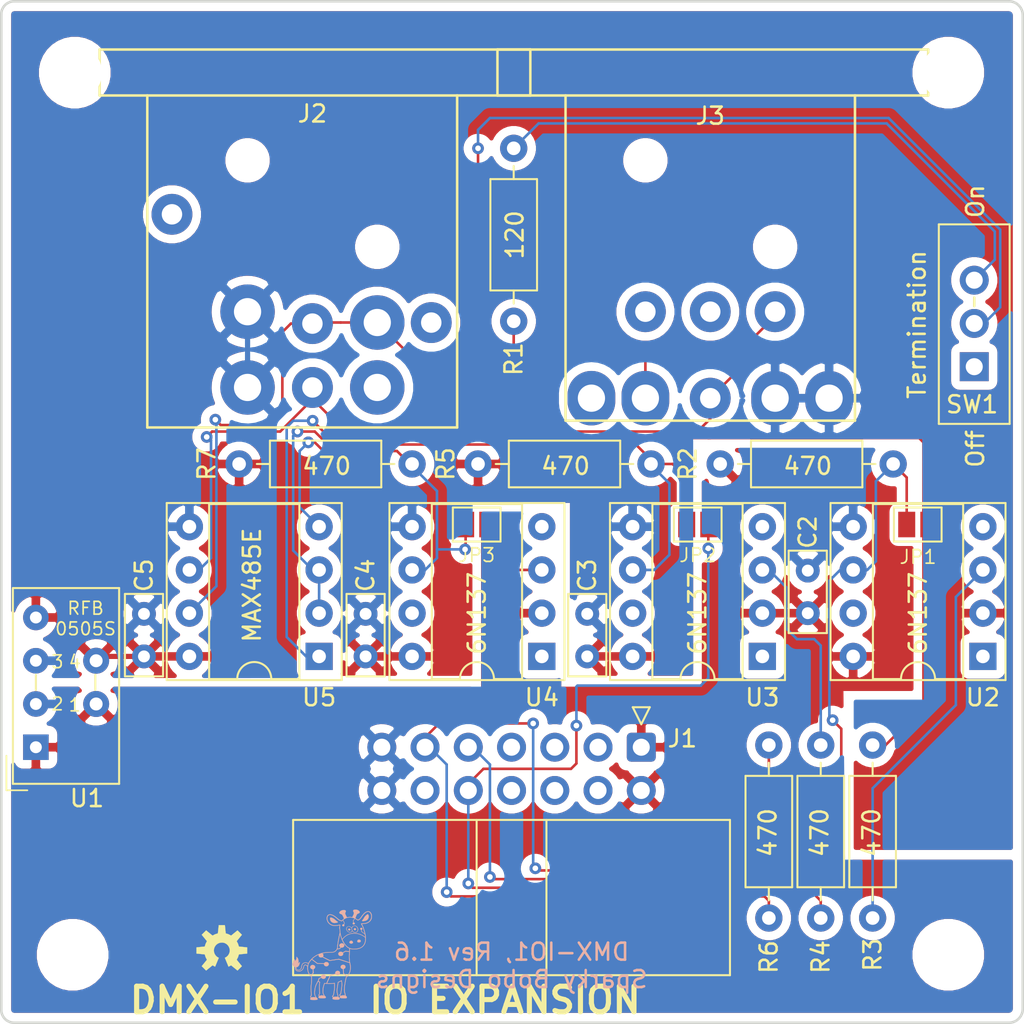
<source format=kicad_pcb>
(kicad_pcb (version 20171130) (host pcbnew "(5.1.12)-1")

  (general
    (thickness 1.6)
    (drawings 32)
    (tracks 211)
    (zones 0)
    (modules 29)
    (nets 38)
  )

  (page A4)
  (title_block
    (title "DMX Demonstrator - DMX-512 IO Module (DMX-IO1)")
    (date 2023-12-19)
    (rev 1.6)
    (company "Sparky Bobo Designs")
    (comment 2 "Designed by: SparkyBobo")
    (comment 3 https://creativecommons.org/licenses/by-sa/4.0/)
    (comment 4 "Released under the Creative Commons Attribution Share-Alike 4.0m License")
  )

  (layers
    (0 F.Cu signal)
    (31 B.Cu signal)
    (32 B.Adhes user hide)
    (33 F.Adhes user hide)
    (34 B.Paste user hide)
    (35 F.Paste user hide)
    (36 B.SilkS user)
    (37 F.SilkS user)
    (38 B.Mask user hide)
    (39 F.Mask user hide)
    (40 Dwgs.User user hide)
    (41 Cmts.User user hide)
    (42 Eco1.User user hide)
    (43 Eco2.User user hide)
    (44 Edge.Cuts user)
    (45 Margin user hide)
    (46 B.CrtYd user hide)
    (47 F.CrtYd user)
    (48 B.Fab user hide)
    (49 F.Fab user hide)
  )

  (setup
    (last_trace_width 0.1524)
    (trace_clearance 0.1524)
    (zone_clearance 0.508)
    (zone_45_only no)
    (trace_min 0.1524)
    (via_size 0.6858)
    (via_drill 0.3302)
    (via_min_size 0.508)
    (via_min_drill 0.254)
    (uvia_size 0.6858)
    (uvia_drill 0.3302)
    (uvias_allowed no)
    (uvia_min_size 0.2)
    (uvia_min_drill 0.1)
    (edge_width 0.15)
    (segment_width 0.2)
    (pcb_text_width 0.3)
    (pcb_text_size 1.5 1.5)
    (mod_edge_width 0.15)
    (mod_text_size 1 1)
    (mod_text_width 0.15)
    (pad_size 1.5 1.5)
    (pad_drill 1)
    (pad_to_mask_clearance 0.2)
    (aux_axis_origin 0 0)
    (visible_elements 7FFFFFFF)
    (pcbplotparams
      (layerselection 0x010fc_ffffffff)
      (usegerberextensions true)
      (usegerberattributes false)
      (usegerberadvancedattributes false)
      (creategerberjobfile false)
      (excludeedgelayer true)
      (linewidth 0.100000)
      (plotframeref false)
      (viasonmask false)
      (mode 1)
      (useauxorigin false)
      (hpglpennumber 1)
      (hpglpenspeed 20)
      (hpglpendiameter 15.000000)
      (psnegative false)
      (psa4output false)
      (plotreference true)
      (plotvalue false)
      (plotinvisibletext false)
      (padsonsilk false)
      (subtractmaskfromsilk true)
      (outputformat 1)
      (mirror false)
      (drillshape 0)
      (scaleselection 1)
      (outputdirectory "grb"))
  )

  (net 0 "")
  (net 1 +5V)
  (net 2 GND)
  (net 3 GNDD)
  (net 4 "Net-(J2-Pad2A)")
  (net 5 "Net-(J2-Pad3)")
  (net 6 "Net-(J3-Pad4B)")
  (net 7 "Net-(J3-Pad5B)")
  (net 8 "Net-(J2-Pad4B)")
  (net 9 "Net-(J2-Pad5B)")
  (net 10 VDD)
  (net 11 "Net-(U4-Pad1)")
  (net 12 "Net-(U4-Pad7)")
  (net 13 "Net-(U4-Pad4)")
  (net 14 "Net-(U3-Pad4)")
  (net 15 "Net-(U3-Pad7)")
  (net 16 "Net-(U3-Pad1)")
  (net 17 "Net-(U2-Pad1)")
  (net 18 "Net-(U2-Pad7)")
  (net 19 "Net-(U2-Pad4)")
  (net 20 "Net-(R6-Pad1)")
  (net 21 "Net-(R4-Pad1)")
  (net 22 "Net-(J1-Pad12)")
  (net 23 "Net-(R3-Pad2)")
  (net 24 "Net-(J1-Pad3)")
  (net 25 "Net-(J1-Pad4)")
  (net 26 "Net-(J1-Pad5)")
  (net 27 "Net-(J1-Pad6)")
  (net 28 "Net-(J1-Pad7)")
  (net 29 "Net-(J1-Pad8)")
  (net 30 /DMX-RX)
  (net 31 /DMX-DIR)
  (net 32 /DMX-TX)
  (net 33 "Net-(JP3-Pad2)")
  (net 34 "Net-(JP2-Pad2)")
  (net 35 "Net-(JP1-Pad2)")
  (net 36 "Net-(R1-Pad2)")
  (net 37 "Net-(SW1-Pad1)")

  (net_class Default "This is the default net class."
    (clearance 0.1524)
    (trace_width 0.1524)
    (via_dia 0.6858)
    (via_drill 0.3302)
    (uvia_dia 0.6858)
    (uvia_drill 0.3302)
    (diff_pair_width 0.1524)
    (diff_pair_gap 0.1524)
    (add_net /DMX-DIR)
    (add_net /DMX-RX)
    (add_net /DMX-TX)
    (add_net "Net-(J1-Pad12)")
    (add_net "Net-(J1-Pad3)")
    (add_net "Net-(J1-Pad4)")
    (add_net "Net-(J1-Pad5)")
    (add_net "Net-(J1-Pad6)")
    (add_net "Net-(J1-Pad7)")
    (add_net "Net-(J1-Pad8)")
    (add_net "Net-(J2-Pad2A)")
    (add_net "Net-(J2-Pad3)")
    (add_net "Net-(J2-Pad4B)")
    (add_net "Net-(J2-Pad5B)")
    (add_net "Net-(J3-Pad4B)")
    (add_net "Net-(J3-Pad5B)")
    (add_net "Net-(JP1-Pad2)")
    (add_net "Net-(JP2-Pad2)")
    (add_net "Net-(JP3-Pad2)")
    (add_net "Net-(R1-Pad2)")
    (add_net "Net-(R3-Pad2)")
    (add_net "Net-(R4-Pad1)")
    (add_net "Net-(R6-Pad1)")
    (add_net "Net-(SW1-Pad1)")
    (add_net "Net-(U2-Pad1)")
    (add_net "Net-(U2-Pad4)")
    (add_net "Net-(U2-Pad7)")
    (add_net "Net-(U3-Pad1)")
    (add_net "Net-(U3-Pad4)")
    (add_net "Net-(U3-Pad7)")
    (add_net "Net-(U4-Pad1)")
    (add_net "Net-(U4-Pad4)")
    (add_net "Net-(U4-Pad7)")
  )

  (net_class Power ""
    (clearance 0.1524)
    (trace_width 0.3048)
    (via_dia 1.27)
    (via_drill 0.635)
    (uvia_dia 1.27)
    (uvia_drill 0.635)
    (diff_pair_width 0.3048)
    (diff_pair_gap 0.3048)
    (add_net +5V)
    (add_net GND)
    (add_net GNDD)
    (add_net VDD)
  )

  (module footprints:Converter_DCDC_Recom_RFM0505S_THT_Bypass (layer F.Cu) (tedit 6625C79A) (tstamp 66252602)
    (at 116.459 104.394 180)
    (descr "Recom RFB0505S footprint based on SIP7, https://recom-power.com/pdf/Econoline/RFB.pdf")
    (tags "Recom RFB0505S DCDC-Converter")
    (path /662AC778)
    (fp_text reference U1 (at -3 -3) (layer F.SilkS)
      (effects (font (size 1 1) (thickness 0.15)))
    )
    (fp_text value RFM-0505S (at -1 19) (layer F.Fab)
      (effects (font (size 1 1) (thickness 0.15)))
    )
    (fp_text user %R (at -2.25 6 90) (layer F.Fab)
      (effects (font (size 1 1) (thickness 0.15)))
    )
    (fp_line (start 0.23 -2.03) (end 1.23 -1.03) (layer F.Fab) (width 0.1))
    (fp_line (start 1.73 -2.53) (end 0.5 -2.53) (layer F.SilkS) (width 0.1))
    (fp_line (start 1.73 -2.53) (end 1.73 -0.5) (layer F.SilkS) (width 0.1))
    (fp_line (start -4.77 -2.03) (end -4.77 9.23) (layer F.Fab) (width 0.1))
    (fp_line (start -4.77 9.23) (end 1.23 9.23) (layer F.Fab) (width 0.1))
    (fp_line (start 1.23 9.23) (end 1.23 -1.03) (layer F.Fab) (width 0.1))
    (fp_line (start 0.23 -2.03) (end -4.77 -2.03) (layer F.Fab) (width 0.1))
    (fp_line (start -4.89 -2.15) (end -4.89 9.35) (layer F.SilkS) (width 0.12))
    (fp_line (start -4.89 9.35) (end 1.33 9.35) (layer F.SilkS) (width 0.12))
    (fp_line (start 1.35 9.35) (end 1.35 -2.15) (layer F.SilkS) (width 0.12))
    (fp_line (start 1.35 -2.15) (end -4.89 -2.15) (layer F.SilkS) (width 0.12))
    (fp_line (start -5.02 -2.28) (end -5.02 9.48) (layer F.CrtYd) (width 0.05))
    (fp_line (start -5.02 9.48) (end 1.48 9.48) (layer F.CrtYd) (width 0.05))
    (fp_line (start 1.48 9.48) (end 1.48 -2.28) (layer F.CrtYd) (width 0.05))
    (fp_line (start 1.48 -2.28) (end -5.02 -2.28) (layer F.CrtYd) (width 0.05))
    (fp_line (start -3.4925 3.3655) (end -3.4925 4.2545) (layer F.SilkS) (width 0.12))
    (fp_line (start 0 3.3655) (end 0 4.2545) (layer F.SilkS) (width 0.12))
    (pad 3 thru_hole oval (at 0 5.08 180) (size 1.5 1.5) (drill 0.7) (layers *.Cu *.Mask)
      (net 3 GNDD))
    (pad 4 thru_hole circle (at -3.54 5.08 180) (size 1.524 1.524) (drill 0.762) (layers *.Cu *.Mask)
      (net 10 VDD))
    (pad 1 thru_hole circle (at -3.54 2.54 180) (size 1.524 1.524) (drill 0.762) (layers *.Cu *.Mask)
      (net 1 +5V))
    (pad 4 thru_hole oval (at 0 7.62 180) (size 1.5 1.5) (drill 0.7) (layers *.Cu *.Mask)
      (net 10 VDD))
    (pad 2 thru_hole oval (at 0 2.54 180) (size 1.5 1.5) (drill 0.7) (layers *.Cu *.Mask)
      (net 2 GND))
    (pad 1 thru_hole rect (at 0 0 180) (size 1.5 1.5) (drill 0.7) (layers *.Cu *.Mask)
      (net 1 +5V))
    (model ${KISYS3DMOD}/Converter_DCDC.3dshapes/Converter_DCDC_muRata_NMAxxxxSC_THT.wrl
      (at (xyz 0 0 0))
      (scale (xyz 1 1 1))
      (rotate (xyz 0 0 0))
    )
  )

  (module Resistor_THT:R_Axial_DIN0207_L6.3mm_D2.5mm_P10.16mm_Horizontal (layer F.Cu) (tedit 5AE5139B) (tstamp 6625A053)
    (at 144.526 79.375 90)
    (descr "Resistor, Axial_DIN0207 series, Axial, Horizontal, pin pitch=10.16mm, 0.25W = 1/4W, length*diameter=6.3*2.5mm^2, http://cdn-reichelt.de/documents/datenblatt/B400/1_4W%23YAG.pdf")
    (tags "Resistor Axial_DIN0207 series Axial Horizontal pin pitch 10.16mm 0.25W = 1/4W length 6.3mm diameter 2.5mm")
    (path /663529CD)
    (fp_text reference R1 (at -2.2225 0 90) (layer F.SilkS)
      (effects (font (size 1 1) (thickness 0.15)))
    )
    (fp_text value 120 (at 5.08 2.37 90) (layer F.Fab)
      (effects (font (size 1 1) (thickness 0.15)))
    )
    (fp_line (start 1.93 -1.25) (end 1.93 1.25) (layer F.Fab) (width 0.1))
    (fp_line (start 1.93 1.25) (end 8.23 1.25) (layer F.Fab) (width 0.1))
    (fp_line (start 8.23 1.25) (end 8.23 -1.25) (layer F.Fab) (width 0.1))
    (fp_line (start 8.23 -1.25) (end 1.93 -1.25) (layer F.Fab) (width 0.1))
    (fp_line (start 0 0) (end 1.93 0) (layer F.Fab) (width 0.1))
    (fp_line (start 10.16 0) (end 8.23 0) (layer F.Fab) (width 0.1))
    (fp_line (start 1.81 -1.37) (end 1.81 1.37) (layer F.SilkS) (width 0.12))
    (fp_line (start 1.81 1.37) (end 8.35 1.37) (layer F.SilkS) (width 0.12))
    (fp_line (start 8.35 1.37) (end 8.35 -1.37) (layer F.SilkS) (width 0.12))
    (fp_line (start 8.35 -1.37) (end 1.81 -1.37) (layer F.SilkS) (width 0.12))
    (fp_line (start 1.04 0) (end 1.81 0) (layer F.SilkS) (width 0.12))
    (fp_line (start 9.12 0) (end 8.35 0) (layer F.SilkS) (width 0.12))
    (fp_line (start -1.05 -1.5) (end -1.05 1.5) (layer F.CrtYd) (width 0.05))
    (fp_line (start -1.05 1.5) (end 11.21 1.5) (layer F.CrtYd) (width 0.05))
    (fp_line (start 11.21 1.5) (end 11.21 -1.5) (layer F.CrtYd) (width 0.05))
    (fp_line (start 11.21 -1.5) (end -1.05 -1.5) (layer F.CrtYd) (width 0.05))
    (fp_text user %R (at 5.08 0 90) (layer F.Fab)
      (effects (font (size 1 1) (thickness 0.15)))
    )
    (pad 2 thru_hole oval (at 10.16 0 90) (size 1.6 1.6) (drill 0.8) (layers *.Cu *.Mask)
      (net 36 "Net-(R1-Pad2)"))
    (pad 1 thru_hole circle (at 0 0 90) (size 1.6 1.6) (drill 0.8) (layers *.Cu *.Mask)
      (net 4 "Net-(J2-Pad2A)"))
    (model ${KISYS3DMOD}/Resistor_THT.3dshapes/R_Axial_DIN0207_L6.3mm_D2.5mm_P10.16mm_Horizontal.wrl
      (at (xyz 0 0 0))
      (scale (xyz 1 1 1))
      (rotate (xyz 0 0 0))
    )
  )

  (module footprints:ESWITCH_1218_SPDT (layer F.Cu) (tedit 661C9A2B) (tstamp 661CC029)
    (at 171.577 82.042 180)
    (descr "Breadboard-friendly SPDT Slide Switch")
    (tags "EG1218 SPDT Slide Switch")
    (path /663A2E4F)
    (fp_text reference SW1 (at 0.127 -2.2225 180) (layer F.SilkS)
      (effects (font (size 1 1) (thickness 0.15)))
    )
    (fp_text value TERM (at 0 10.16) (layer F.Fab)
      (effects (font (size 1 1) (thickness 0.15)))
    )
    (fp_line (start -2 -3.3) (end 2 -3.3) (layer F.Fab) (width 0.1))
    (fp_line (start 2 -3.3) (end 2 8.3) (layer F.Fab) (width 0.1))
    (fp_line (start 2 8.3) (end -2 8.3) (layer F.Fab) (width 0.1))
    (fp_line (start -2 8.3) (end -2 -3.3) (layer F.Fab) (width 0.1))
    (fp_line (start -2.08 8.36) (end 2.08 8.36) (layer F.SilkS) (width 0.12))
    (fp_line (start -2.08 -3.36) (end -2.08 8.36) (layer F.SilkS) (width 0.12))
    (fp_line (start 2.08 -3.36) (end 2.08 8.36) (layer F.SilkS) (width 0.12))
    (fp_line (start -2.08 -3.36) (end 2.08 -3.36) (layer F.SilkS) (width 0.12))
    (fp_line (start -2.225 -3.5) (end -2.225 8.55) (layer F.CrtYd) (width 0.05))
    (fp_line (start -2.225 8.55) (end 2.225 8.55) (layer F.CrtYd) (width 0.05))
    (fp_line (start 2.225 8.55) (end 2.225 -3.5) (layer F.CrtYd) (width 0.05))
    (fp_line (start 2.225 -3.5) (end -2.225 -3.5) (layer F.CrtYd) (width 0.05))
    (fp_text user %R (at 0 2.54 90) (layer F.Fab)
      (effects (font (size 1 1) (thickness 0.15)))
    )
    (pad 1 thru_hole rect (at 0 0 180) (size 1.7 1.7) (drill 1) (layers *.Cu *.Mask)
      (net 37 "Net-(SW1-Pad1)"))
    (pad 2 thru_hole oval (at 0 2.54 180) (size 1.7 1.7) (drill 1) (layers *.Cu *.Mask)
      (net 5 "Net-(J2-Pad3)"))
    (pad 3 thru_hole oval (at 0 5.08 180) (size 1.7 1.7) (drill 1) (layers *.Cu *.Mask)
      (net 36 "Net-(R1-Pad2)"))
    (model ${KISYS3DMOD}/Connector_PinHeader_2.54mm.3dshapes/PinHeader_1x03_P2.54mm_Vertical.wrl
      (at (xyz 0 0 0))
      (scale (xyz 1 1 1))
      (rotate (xyz 0 0 0))
    )
  )

  (module Jumper:SolderJumper-2_P1.3mm_Open_Pad1.0x1.5mm (layer F.Cu) (tedit 5A3EABFC) (tstamp 65324CDE)
    (at 168.26 91.313)
    (descr "SMD Solder Jumper, 1x1.5mm Pads, 0.3mm gap, open")
    (tags "solder jumper open")
    (path /651B256A)
    (attr virtual)
    (fp_text reference JP1 (at 0.015 1.905) (layer F.SilkS)
      (effects (font (size 0.8 0.8) (thickness 0.1)))
    )
    (fp_text value "Bypass Iso" (at 0 1.9) (layer F.Fab)
      (effects (font (size 1 1) (thickness 0.15)))
    )
    (fp_line (start -1.4 1) (end -1.4 -1) (layer F.SilkS) (width 0.12))
    (fp_line (start 1.4 1) (end -1.4 1) (layer F.SilkS) (width 0.12))
    (fp_line (start 1.4 -1) (end 1.4 1) (layer F.SilkS) (width 0.12))
    (fp_line (start -1.4 -1) (end 1.4 -1) (layer F.SilkS) (width 0.12))
    (fp_line (start -1.65 -1.25) (end 1.65 -1.25) (layer F.CrtYd) (width 0.05))
    (fp_line (start -1.65 -1.25) (end -1.65 1.25) (layer F.CrtYd) (width 0.05))
    (fp_line (start 1.65 1.25) (end 1.65 -1.25) (layer F.CrtYd) (width 0.05))
    (fp_line (start 1.65 1.25) (end -1.65 1.25) (layer F.CrtYd) (width 0.05))
    (pad 1 smd rect (at -0.65 0) (size 1 1.5) (layers F.Cu F.Mask)
      (net 30 /DMX-RX))
    (pad 2 smd rect (at 0.65 0) (size 1 1.5) (layers F.Cu F.Mask)
      (net 35 "Net-(JP1-Pad2)"))
  )

  (module Jumper:SolderJumper-2_P1.3mm_Open_Pad1.0x1.5mm (layer F.Cu) (tedit 5A3EABFC) (tstamp 65324CD0)
    (at 155.336 91.313 180)
    (descr "SMD Solder Jumper, 1x1.5mm Pads, 0.3mm gap, open")
    (tags "solder jumper open")
    (path /651B907A)
    (attr virtual)
    (fp_text reference JP2 (at 0 -1.8 180) (layer F.SilkS)
      (effects (font (size 0.8 0.8) (thickness 0.1)))
    )
    (fp_text value "Bypass Iso" (at 0 1.9 180) (layer F.Fab)
      (effects (font (size 1 1) (thickness 0.15)))
    )
    (fp_line (start -1.4 1) (end -1.4 -1) (layer F.SilkS) (width 0.12))
    (fp_line (start 1.4 1) (end -1.4 1) (layer F.SilkS) (width 0.12))
    (fp_line (start 1.4 -1) (end 1.4 1) (layer F.SilkS) (width 0.12))
    (fp_line (start -1.4 -1) (end 1.4 -1) (layer F.SilkS) (width 0.12))
    (fp_line (start -1.65 -1.25) (end 1.65 -1.25) (layer F.CrtYd) (width 0.05))
    (fp_line (start -1.65 -1.25) (end -1.65 1.25) (layer F.CrtYd) (width 0.05))
    (fp_line (start 1.65 1.25) (end 1.65 -1.25) (layer F.CrtYd) (width 0.05))
    (fp_line (start 1.65 1.25) (end -1.65 1.25) (layer F.CrtYd) (width 0.05))
    (pad 1 smd rect (at -0.65 0 180) (size 1 1.5) (layers F.Cu F.Mask)
      (net 31 /DMX-DIR))
    (pad 2 smd rect (at 0.65 0 180) (size 1 1.5) (layers F.Cu F.Mask)
      (net 34 "Net-(JP2-Pad2)"))
  )

  (module Jumper:SolderJumper-2_P1.3mm_Open_Pad1.0x1.5mm (layer F.Cu) (tedit 5A3EABFC) (tstamp 65324CC2)
    (at 142.352 91.313 180)
    (descr "SMD Solder Jumper, 1x1.5mm Pads, 0.3mm gap, open")
    (tags "solder jumper open")
    (path /651C0494)
    (attr virtual)
    (fp_text reference JP3 (at 0 -1.8 180) (layer F.SilkS)
      (effects (font (size 0.8 0.8) (thickness 0.1)))
    )
    (fp_text value "Bypass Iso" (at 0 1.9 180) (layer F.Fab)
      (effects (font (size 1 1) (thickness 0.15)))
    )
    (fp_line (start -1.4 1) (end -1.4 -1) (layer F.SilkS) (width 0.12))
    (fp_line (start 1.4 1) (end -1.4 1) (layer F.SilkS) (width 0.12))
    (fp_line (start 1.4 -1) (end 1.4 1) (layer F.SilkS) (width 0.12))
    (fp_line (start -1.4 -1) (end 1.4 -1) (layer F.SilkS) (width 0.12))
    (fp_line (start -1.65 -1.25) (end 1.65 -1.25) (layer F.CrtYd) (width 0.05))
    (fp_line (start -1.65 -1.25) (end -1.65 1.25) (layer F.CrtYd) (width 0.05))
    (fp_line (start 1.65 1.25) (end 1.65 -1.25) (layer F.CrtYd) (width 0.05))
    (fp_line (start 1.65 1.25) (end -1.65 1.25) (layer F.CrtYd) (width 0.05))
    (pad 1 smd rect (at -0.65 0 180) (size 1 1.5) (layers F.Cu F.Mask)
      (net 32 /DMX-TX))
    (pad 2 smd rect (at 0.65 0 180) (size 1 1.5) (layers F.Cu F.Mask)
      (net 33 "Net-(JP3-Pad2)"))
  )

  (module footprints:NEUTRIK-NC3MAH-NC5MAH (layer F.Cu) (tedit 661C9E3B) (tstamp 5FECEDA3)
    (at 156.070793 66.11216)
    (path /5FA9D811)
    (fp_text reference J3 (at 0 1.19784) (layer F.SilkS)
      (effects (font (size 1 1) (thickness 0.15)))
    )
    (fp_text value NC3MAH/NC5MAH (at 0 -0.5) (layer F.Fab)
      (effects (font (size 1 1) (thickness 0.15)))
    )
    (fp_line (start -12.75 -2.9) (end 13 -2.9) (layer F.CrtYd) (width 0.15))
    (fp_line (start -12.75 19.3) (end 13 19.3) (layer F.CrtYd) (width 0.15))
    (fp_line (start -12.75 -2.9) (end -12.75 19.3) (layer F.CrtYd) (width 0.15))
    (fp_line (start 13 -2.9) (end 13 19.3) (layer F.CrtYd) (width 0.15))
    (fp_line (start -12.5 0) (end 12.8 0) (layer F.SilkS) (width 0.15))
    (fp_line (start -8.5 19.1) (end -8.5 0) (layer F.SilkS) (width 0.15))
    (fp_line (start 8.5 19.1) (end -8.5 19.1) (layer F.SilkS) (width 0.15))
    (fp_line (start 8.5 0) (end 8.5 19.1) (layer F.SilkS) (width 0.15))
    (fp_line (start 12.8 -2.7) (end 12.8 0) (layer F.SilkS) (width 0.15))
    (fp_line (start -12.5 -2.7) (end 12.8 -2.7) (layer F.SilkS) (width 0.15))
    (fp_line (start -12.5 0) (end -12.5 -2.7) (layer F.SilkS) (width 0.15))
    (fp_text user "23mm on center" (at 0 -1.85) (layer Dwgs.User)
      (effects (font (size 1 1) (thickness 0.15)))
    )
    (pad 1A thru_hole oval (at 3.81 17.78) (size 2.8 3.2) (drill 1.6) (layers *.Cu *.Mask)
      (net 3 GNDD))
    (pad 2A thru_hole oval (at -3.81 17.78) (size 2.8 3.2) (drill 1.6) (layers *.Cu *.Mask)
      (net 4 "Net-(J2-Pad2A)"))
    (pad 0 thru_hole circle (at 0 12.7) (size 2.4 2.4) (drill 1.2) (layers *.Cu *.Mask))
    (pad "" np_thru_hole circle (at 3.81 8.89) (size 1.6 1.6) (drill 1.6) (layers *.Cu *.Mask))
    (pad "" np_thru_hole circle (at -3.81 3.81) (size 1.6 1.6) (drill 1.6) (layers *.Cu *.Mask))
    (pad 5B thru_hole oval (at -6.98 17.78) (size 2.8 3.2) (drill 1.6) (layers *.Cu *.Mask)
      (net 7 "Net-(J3-Pad5B)"))
    (pad 4B thru_hole circle (at -3.81 12.7) (size 2.4 2.4) (drill 1.2) (layers *.Cu *.Mask)
      (net 6 "Net-(J3-Pad4B)"))
    (pad 3 thru_hole circle (at 0 17.78) (size 2.4 2.4) (drill 1.2) (layers *.Cu *.Mask)
      (net 5 "Net-(J2-Pad3)"))
    (pad 2B thru_hole circle (at 3.81 12.7) (size 2.4 2.4) (drill 1.2) (layers *.Cu *.Mask)
      (net 4 "Net-(J2-Pad2A)"))
    (pad 1B thru_hole oval (at 6.98 17.78) (size 2.8 3.2) (drill 1.6) (layers *.Cu *.Mask)
      (net 3 GNDD))
  )

  (module Capacitor_THT:C_Rect_L4.6mm_W2.0mm_P2.50mm_MKS02_FKP02 (layer F.Cu) (tedit 5AE50EF0) (tstamp 64CBB61B)
    (at 161.798 96.52 90)
    (descr "C, Rect series, Radial, pin pitch=2.50mm, , length*width=4.6*2mm^2, Capacitor, http://www.wima.de/DE/WIMA_MKS_02.pdf")
    (tags "C Rect series Radial pin pitch 2.50mm  length 4.6mm width 2mm Capacitor")
    (path /64D49F7F)
    (fp_text reference C2 (at 4.7625 0 270) (layer F.SilkS)
      (effects (font (size 1 1) (thickness 0.15)))
    )
    (fp_text value 0.1uF (at 1.25 2.25 90) (layer F.Fab)
      (effects (font (size 1 1) (thickness 0.15)))
    )
    (fp_line (start -1.05 -1) (end -1.05 1) (layer F.Fab) (width 0.1))
    (fp_line (start -1.05 1) (end 3.55 1) (layer F.Fab) (width 0.1))
    (fp_line (start 3.55 1) (end 3.55 -1) (layer F.Fab) (width 0.1))
    (fp_line (start 3.55 -1) (end -1.05 -1) (layer F.Fab) (width 0.1))
    (fp_line (start -1.17 -1.12) (end 3.67 -1.12) (layer F.SilkS) (width 0.12))
    (fp_line (start -1.17 1.12) (end 3.67 1.12) (layer F.SilkS) (width 0.12))
    (fp_line (start -1.17 -1.12) (end -1.17 1.12) (layer F.SilkS) (width 0.12))
    (fp_line (start 3.67 -1.12) (end 3.67 1.12) (layer F.SilkS) (width 0.12))
    (fp_line (start -1.3 -1.25) (end -1.3 1.25) (layer F.CrtYd) (width 0.05))
    (fp_line (start -1.3 1.25) (end 3.8 1.25) (layer F.CrtYd) (width 0.05))
    (fp_line (start 3.8 1.25) (end 3.8 -1.25) (layer F.CrtYd) (width 0.05))
    (fp_line (start 3.8 -1.25) (end -1.3 -1.25) (layer F.CrtYd) (width 0.05))
    (fp_text user %R (at 1.25 0 90) (layer F.Fab)
      (effects (font (size 0.92 0.92) (thickness 0.138)))
    )
    (pad 2 thru_hole circle (at 2.5 0 90) (size 1.4 1.4) (drill 0.7) (layers *.Cu *.Mask)
      (net 2 GND))
    (pad 1 thru_hole circle (at 0 0 90) (size 1.4 1.4) (drill 0.7) (layers *.Cu *.Mask)
      (net 1 +5V))
    (model ${KISYS3DMOD}/Capacitor_THT.3dshapes/C_Rect_L4.6mm_W2.0mm_P2.50mm_MKS02_FKP02.wrl
      (at (xyz 0 0 0))
      (scale (xyz 1 1 1))
      (rotate (xyz 0 0 0))
    )
  )

  (module Capacitor_THT:C_Rect_L4.6mm_W2.0mm_P2.50mm_MKS02_FKP02 (layer F.Cu) (tedit 5AE50EF0) (tstamp 64CBB609)
    (at 148.844 99.06 90)
    (descr "C, Rect series, Radial, pin pitch=2.50mm, , length*width=4.6*2mm^2, Capacitor, http://www.wima.de/DE/WIMA_MKS_02.pdf")
    (tags "C Rect series Radial pin pitch 2.50mm  length 4.6mm width 2mm Capacitor")
    (path /64D4BCFF)
    (fp_text reference C3 (at 4.7625 0 270) (layer F.SilkS)
      (effects (font (size 1 1) (thickness 0.15)))
    )
    (fp_text value 0.1uF (at 1.25 2.25 90) (layer F.Fab)
      (effects (font (size 1 1) (thickness 0.15)))
    )
    (fp_line (start -1.05 -1) (end -1.05 1) (layer F.Fab) (width 0.1))
    (fp_line (start -1.05 1) (end 3.55 1) (layer F.Fab) (width 0.1))
    (fp_line (start 3.55 1) (end 3.55 -1) (layer F.Fab) (width 0.1))
    (fp_line (start 3.55 -1) (end -1.05 -1) (layer F.Fab) (width 0.1))
    (fp_line (start -1.17 -1.12) (end 3.67 -1.12) (layer F.SilkS) (width 0.12))
    (fp_line (start -1.17 1.12) (end 3.67 1.12) (layer F.SilkS) (width 0.12))
    (fp_line (start -1.17 -1.12) (end -1.17 1.12) (layer F.SilkS) (width 0.12))
    (fp_line (start 3.67 -1.12) (end 3.67 1.12) (layer F.SilkS) (width 0.12))
    (fp_line (start -1.3 -1.25) (end -1.3 1.25) (layer F.CrtYd) (width 0.05))
    (fp_line (start -1.3 1.25) (end 3.8 1.25) (layer F.CrtYd) (width 0.05))
    (fp_line (start 3.8 1.25) (end 3.8 -1.25) (layer F.CrtYd) (width 0.05))
    (fp_line (start 3.8 -1.25) (end -1.3 -1.25) (layer F.CrtYd) (width 0.05))
    (fp_text user %R (at 1.25 0 90) (layer F.Fab)
      (effects (font (size 0.92 0.92) (thickness 0.138)))
    )
    (pad 2 thru_hole circle (at 2.5 0 90) (size 1.4 1.4) (drill 0.7) (layers *.Cu *.Mask)
      (net 3 GNDD))
    (pad 1 thru_hole circle (at 0 0 90) (size 1.4 1.4) (drill 0.7) (layers *.Cu *.Mask)
      (net 10 VDD))
    (model ${KISYS3DMOD}/Capacitor_THT.3dshapes/C_Rect_L4.6mm_W2.0mm_P2.50mm_MKS02_FKP02.wrl
      (at (xyz 0 0 0))
      (scale (xyz 1 1 1))
      (rotate (xyz 0 0 0))
    )
  )

  (module Capacitor_THT:C_Rect_L4.6mm_W2.0mm_P2.50mm_MKS02_FKP02 (layer F.Cu) (tedit 5AE50EF0) (tstamp 64CBB5F7)
    (at 135.8265 99.06 90)
    (descr "C, Rect series, Radial, pin pitch=2.50mm, , length*width=4.6*2mm^2, Capacitor, http://www.wima.de/DE/WIMA_MKS_02.pdf")
    (tags "C Rect series Radial pin pitch 2.50mm  length 4.6mm width 2mm Capacitor")
    (path /64D4BD67)
    (fp_text reference C4 (at 4.7625 0 270) (layer F.SilkS)
      (effects (font (size 1 1) (thickness 0.15)))
    )
    (fp_text value 0.1uF (at 1.25 2.25 90) (layer F.Fab)
      (effects (font (size 1 1) (thickness 0.15)))
    )
    (fp_line (start -1.05 -1) (end -1.05 1) (layer F.Fab) (width 0.1))
    (fp_line (start -1.05 1) (end 3.55 1) (layer F.Fab) (width 0.1))
    (fp_line (start 3.55 1) (end 3.55 -1) (layer F.Fab) (width 0.1))
    (fp_line (start 3.55 -1) (end -1.05 -1) (layer F.Fab) (width 0.1))
    (fp_line (start -1.17 -1.12) (end 3.67 -1.12) (layer F.SilkS) (width 0.12))
    (fp_line (start -1.17 1.12) (end 3.67 1.12) (layer F.SilkS) (width 0.12))
    (fp_line (start -1.17 -1.12) (end -1.17 1.12) (layer F.SilkS) (width 0.12))
    (fp_line (start 3.67 -1.12) (end 3.67 1.12) (layer F.SilkS) (width 0.12))
    (fp_line (start -1.3 -1.25) (end -1.3 1.25) (layer F.CrtYd) (width 0.05))
    (fp_line (start -1.3 1.25) (end 3.8 1.25) (layer F.CrtYd) (width 0.05))
    (fp_line (start 3.8 1.25) (end 3.8 -1.25) (layer F.CrtYd) (width 0.05))
    (fp_line (start 3.8 -1.25) (end -1.3 -1.25) (layer F.CrtYd) (width 0.05))
    (fp_text user %R (at 1.25 0 90) (layer F.Fab)
      (effects (font (size 0.92 0.92) (thickness 0.138)))
    )
    (pad 2 thru_hole circle (at 2.5 0 90) (size 1.4 1.4) (drill 0.7) (layers *.Cu *.Mask)
      (net 3 GNDD))
    (pad 1 thru_hole circle (at 0 0 90) (size 1.4 1.4) (drill 0.7) (layers *.Cu *.Mask)
      (net 10 VDD))
    (model ${KISYS3DMOD}/Capacitor_THT.3dshapes/C_Rect_L4.6mm_W2.0mm_P2.50mm_MKS02_FKP02.wrl
      (at (xyz 0 0 0))
      (scale (xyz 1 1 1))
      (rotate (xyz 0 0 0))
    )
  )

  (module Capacitor_THT:C_Rect_L4.6mm_W2.0mm_P2.50mm_MKS02_FKP02 (layer F.Cu) (tedit 5AE50EF0) (tstamp 64CBB5E5)
    (at 122.809 99.06 90)
    (descr "C, Rect series, Radial, pin pitch=2.50mm, , length*width=4.6*2mm^2, Capacitor, http://www.wima.de/DE/WIMA_MKS_02.pdf")
    (tags "C Rect series Radial pin pitch 2.50mm  length 4.6mm width 2mm Capacitor")
    (path /64D4BDC1)
    (fp_text reference C5 (at 4.7625 0 270) (layer F.SilkS)
      (effects (font (size 1 1) (thickness 0.15)))
    )
    (fp_text value 0.1uF (at 1.25 2.25 90) (layer F.Fab)
      (effects (font (size 1 1) (thickness 0.15)))
    )
    (fp_line (start -1.05 -1) (end -1.05 1) (layer F.Fab) (width 0.1))
    (fp_line (start -1.05 1) (end 3.55 1) (layer F.Fab) (width 0.1))
    (fp_line (start 3.55 1) (end 3.55 -1) (layer F.Fab) (width 0.1))
    (fp_line (start 3.55 -1) (end -1.05 -1) (layer F.Fab) (width 0.1))
    (fp_line (start -1.17 -1.12) (end 3.67 -1.12) (layer F.SilkS) (width 0.12))
    (fp_line (start -1.17 1.12) (end 3.67 1.12) (layer F.SilkS) (width 0.12))
    (fp_line (start -1.17 -1.12) (end -1.17 1.12) (layer F.SilkS) (width 0.12))
    (fp_line (start 3.67 -1.12) (end 3.67 1.12) (layer F.SilkS) (width 0.12))
    (fp_line (start -1.3 -1.25) (end -1.3 1.25) (layer F.CrtYd) (width 0.05))
    (fp_line (start -1.3 1.25) (end 3.8 1.25) (layer F.CrtYd) (width 0.05))
    (fp_line (start 3.8 1.25) (end 3.8 -1.25) (layer F.CrtYd) (width 0.05))
    (fp_line (start 3.8 -1.25) (end -1.3 -1.25) (layer F.CrtYd) (width 0.05))
    (fp_text user %R (at 1.25 0 90) (layer F.Fab)
      (effects (font (size 0.92 0.92) (thickness 0.138)))
    )
    (pad 2 thru_hole circle (at 2.5 0 90) (size 1.4 1.4) (drill 0.7) (layers *.Cu *.Mask)
      (net 3 GNDD))
    (pad 1 thru_hole circle (at 0 0 90) (size 1.4 1.4) (drill 0.7) (layers *.Cu *.Mask)
      (net 10 VDD))
    (model ${KISYS3DMOD}/Capacitor_THT.3dshapes/C_Rect_L4.6mm_W2.0mm_P2.50mm_MKS02_FKP02.wrl
      (at (xyz 0 0 0))
      (scale (xyz 1 1 1))
      (rotate (xyz 0 0 0))
    )
  )

  (module footprints:NEUTRIK-NC3FAH-NC5FAH (layer F.Cu) (tedit 661C9E87) (tstamp 64D7260E)
    (at 132.702793 66.11216)
    (path /5FA9D8B9)
    (fp_text reference J2 (at 0 1.07084) (layer F.SilkS)
      (effects (font (size 1 1) (thickness 0.15)))
    )
    (fp_text value NC3FAH/NC5FAH (at 0 -0.5) (layer F.Fab)
      (effects (font (size 1 1) (thickness 0.15)))
    )
    (fp_line (start -12.5 0) (end -12.5 -2.7) (layer F.SilkS) (width 0.15))
    (fp_line (start -12.5 -2.7) (end 12.8 -2.7) (layer F.SilkS) (width 0.15))
    (fp_line (start 12.8 -2.7) (end 12.8 0) (layer F.SilkS) (width 0.15))
    (fp_line (start 8.5 0) (end 8.5 19.5) (layer F.SilkS) (width 0.15))
    (fp_line (start 8.5 19.5) (end -9.7 19.5) (layer F.SilkS) (width 0.15))
    (fp_line (start -9.7 19.5) (end -9.7 0) (layer F.SilkS) (width 0.15))
    (fp_line (start -12.5 0) (end 12.8 0) (layer F.SilkS) (width 0.15))
    (fp_line (start 13 -3) (end 13 19.75) (layer F.CrtYd) (width 0.15))
    (fp_line (start -12.75 -3) (end -12.75 19.75) (layer F.CrtYd) (width 0.15))
    (fp_line (start -12.75 19.75) (end 13 19.75) (layer F.CrtYd) (width 0.15))
    (fp_line (start -12.75 -3) (end 13 -3) (layer F.CrtYd) (width 0.15))
    (fp_text user "23mm on center" (at 0 -1.9) (layer Dwgs.User)
      (effects (font (size 1 1) (thickness 0.15)))
    )
    (pad 2A thru_hole circle (at 3.81 13.335) (size 3.2 3.2) (drill 1.6) (layers *.Cu *.Mask)
      (net 4 "Net-(J2-Pad2A)"))
    (pad 1A thru_hole circle (at -3.81 12.7) (size 3.2 3.2) (drill 1.6) (layers *.Cu *.Mask)
      (net 3 GNDD))
    (pad 0 thru_hole circle (at -8.25 6.98) (size 2.4 2.4) (drill 1.2) (layers *.Cu *.Mask))
    (pad "" np_thru_hole circle (at 3.81 8.89) (size 1.6 1.6) (drill 1.6) (layers *.Cu *.Mask))
    (pad "" np_thru_hole circle (at -3.81 3.81) (size 1.6 1.6) (drill 1.6) (layers *.Cu *.Mask))
    (pad 5B thru_hole circle (at 3.81 17.15) (size 3.2 3.2) (drill 1.6) (layers *.Cu *.Mask)
      (net 9 "Net-(J2-Pad5B)"))
    (pad 4B thru_hole circle (at 6.98 13.34) (size 2.4 2.4) (drill 1.2) (layers *.Cu *.Mask)
      (net 8 "Net-(J2-Pad4B)"))
    (pad 3 thru_hole circle (at 0 17.15) (size 2.4 2.4) (drill 1.2) (layers *.Cu *.Mask)
      (net 5 "Net-(J2-Pad3)"))
    (pad 2B thru_hole circle (at 0 13.4) (size 2.4 2.4) (drill 1.2) (layers *.Cu *.Mask)
      (net 4 "Net-(J2-Pad2A)"))
    (pad 1B thru_hole circle (at -3.81 17.15) (size 3.2 3.2) (drill 1.6) (layers *.Cu *.Mask)
      (net 3 GNDD))
  )

  (module MountingHole:MountingHole_3.2mm_M3 (layer F.Cu) (tedit 56D1B4CB) (tstamp 640101E7)
    (at 118.745 64.77)
    (descr "Mounting Hole 3.2mm, no annular, M3")
    (tags "mounting hole 3.2mm no annular m3")
    (path /63F9E49B)
    (attr virtual)
    (fp_text reference MH1 (at 0 -4.2) (layer F.SilkS) hide
      (effects (font (size 1 1) (thickness 0.15)))
    )
    (fp_text value MountingHole (at 0 4.2) (layer F.Fab)
      (effects (font (size 1 1) (thickness 0.15)))
    )
    (fp_circle (center 0 0) (end 3.2 0) (layer Cmts.User) (width 0.15))
    (fp_circle (center 0 0) (end 3.45 0) (layer F.CrtYd) (width 0.05))
    (fp_text user %R (at 0.3 0) (layer F.Fab)
      (effects (font (size 1 1) (thickness 0.15)))
    )
    (pad 1 np_thru_hole circle (at 0 0) (size 3.2 3.2) (drill 3.2) (layers *.Cu *.Mask))
  )

  (module MountingHole:MountingHole_3.2mm_M3 (layer F.Cu) (tedit 56D1B4CB) (tstamp 640101DF)
    (at 170.053 64.77)
    (descr "Mounting Hole 3.2mm, no annular, M3")
    (tags "mounting hole 3.2mm no annular m3")
    (path /63F9E50B)
    (attr virtual)
    (fp_text reference MH2 (at 0 -4.2) (layer F.SilkS) hide
      (effects (font (size 1 1) (thickness 0.15)))
    )
    (fp_text value MountingHole (at 0 4.2) (layer F.Fab)
      (effects (font (size 1 1) (thickness 0.15)))
    )
    (fp_circle (center 0 0) (end 3.2 0) (layer Cmts.User) (width 0.15))
    (fp_circle (center 0 0) (end 3.45 0) (layer F.CrtYd) (width 0.05))
    (fp_text user %R (at 0.3 0) (layer F.Fab)
      (effects (font (size 1 1) (thickness 0.15)))
    )
    (pad 1 np_thru_hole circle (at 0 0) (size 3.2 3.2) (drill 3.2) (layers *.Cu *.Mask))
  )

  (module MountingHole:MountingHole_3.2mm_M3 (layer F.Cu) (tedit 56D1B4CB) (tstamp 640101D7)
    (at 118.618 116.586)
    (descr "Mounting Hole 3.2mm, no annular, M3")
    (tags "mounting hole 3.2mm no annular m3")
    (path /63F9E563)
    (attr virtual)
    (fp_text reference MH3 (at 0 -4.2) (layer F.SilkS) hide
      (effects (font (size 1 1) (thickness 0.15)))
    )
    (fp_text value MountingHole (at 0 4.2) (layer F.Fab)
      (effects (font (size 1 1) (thickness 0.15)))
    )
    (fp_circle (center 0 0) (end 3.2 0) (layer Cmts.User) (width 0.15))
    (fp_circle (center 0 0) (end 3.45 0) (layer F.CrtYd) (width 0.05))
    (fp_text user %R (at 0.3 0) (layer F.Fab)
      (effects (font (size 1 1) (thickness 0.15)))
    )
    (pad 1 np_thru_hole circle (at 0 0) (size 3.2 3.2) (drill 3.2) (layers *.Cu *.Mask))
  )

  (module MountingHole:MountingHole_3.2mm_M3 (layer F.Cu) (tedit 56D1B4CB) (tstamp 640101CF)
    (at 170.053 116.586)
    (descr "Mounting Hole 3.2mm, no annular, M3")
    (tags "mounting hole 3.2mm no annular m3")
    (path /63F9E5B7)
    (attr virtual)
    (fp_text reference MH4 (at 0 -4.2) (layer F.SilkS) hide
      (effects (font (size 1 1) (thickness 0.15)))
    )
    (fp_text value MountingHole (at 0 4.2) (layer F.Fab)
      (effects (font (size 1 1) (thickness 0.15)))
    )
    (fp_circle (center 0 0) (end 3.2 0) (layer Cmts.User) (width 0.15))
    (fp_circle (center 0 0) (end 3.45 0) (layer F.CrtYd) (width 0.05))
    (fp_text user %R (at 0.3 0) (layer F.Fab)
      (effects (font (size 1 1) (thickness 0.15)))
    )
    (pad 1 np_thru_hole circle (at 0 0) (size 3.2 3.2) (drill 3.2) (layers *.Cu *.Mask))
  )

  (module Connector_IDC:IDC-Header_2x07_P2.54mm_Horizontal (layer F.Cu) (tedit 5EAC9A08) (tstamp 6400ED16)
    (at 152.019 104.394 270)
    (descr "Through hole IDC box header, 2x07, 2.54mm pitch, DIN 41651 / IEC 60603-13, double rows, https://docs.google.com/spreadsheets/d/16SsEcesNF15N3Lb4niX7dcUr-NY5_MFPQhobNuNppn4/edit#gid=0")
    (tags "Through hole horizontal IDC box header THT 2x07 2.54mm double row")
    (path /63F394AD)
    (fp_text reference J1 (at -0.508 -2.413) (layer F.SilkS)
      (effects (font (size 1 1) (thickness 0.15)))
    )
    (fp_text value "IO EXTENSION" (at 6.105 21.844 270) (layer F.Fab)
      (effects (font (size 1 1) (thickness 0.15)))
    )
    (fp_line (start 4.38 -4.1) (end 5.38 -5.1) (layer F.Fab) (width 0.1))
    (fp_line (start 4.38 5.57) (end 13.28 5.57) (layer F.Fab) (width 0.1))
    (fp_line (start 4.38 9.67) (end 13.28 9.67) (layer F.Fab) (width 0.1))
    (fp_line (start 4.27 5.57) (end 13.39 5.57) (layer F.SilkS) (width 0.12))
    (fp_line (start 4.27 9.67) (end 13.39 9.67) (layer F.SilkS) (width 0.12))
    (fp_line (start 4.38 -0.32) (end -0.32 -0.32) (layer F.Fab) (width 0.1))
    (fp_line (start -0.32 -0.32) (end -0.32 0.32) (layer F.Fab) (width 0.1))
    (fp_line (start -0.32 0.32) (end 4.38 0.32) (layer F.Fab) (width 0.1))
    (fp_line (start 4.38 2.22) (end -0.32 2.22) (layer F.Fab) (width 0.1))
    (fp_line (start -0.32 2.22) (end -0.32 2.86) (layer F.Fab) (width 0.1))
    (fp_line (start -0.32 2.86) (end 4.38 2.86) (layer F.Fab) (width 0.1))
    (fp_line (start 4.38 4.76) (end -0.32 4.76) (layer F.Fab) (width 0.1))
    (fp_line (start -0.32 4.76) (end -0.32 5.4) (layer F.Fab) (width 0.1))
    (fp_line (start -0.32 5.4) (end 4.38 5.4) (layer F.Fab) (width 0.1))
    (fp_line (start 4.38 7.3) (end -0.32 7.3) (layer F.Fab) (width 0.1))
    (fp_line (start -0.32 7.3) (end -0.32 7.94) (layer F.Fab) (width 0.1))
    (fp_line (start -0.32 7.94) (end 4.38 7.94) (layer F.Fab) (width 0.1))
    (fp_line (start 4.38 9.84) (end -0.32 9.84) (layer F.Fab) (width 0.1))
    (fp_line (start -0.32 9.84) (end -0.32 10.48) (layer F.Fab) (width 0.1))
    (fp_line (start -0.32 10.48) (end 4.38 10.48) (layer F.Fab) (width 0.1))
    (fp_line (start 4.38 12.38) (end -0.32 12.38) (layer F.Fab) (width 0.1))
    (fp_line (start -0.32 12.38) (end -0.32 13.02) (layer F.Fab) (width 0.1))
    (fp_line (start -0.32 13.02) (end 4.38 13.02) (layer F.Fab) (width 0.1))
    (fp_line (start 4.38 14.92) (end -0.32 14.92) (layer F.Fab) (width 0.1))
    (fp_line (start -0.32 14.92) (end -0.32 15.56) (layer F.Fab) (width 0.1))
    (fp_line (start -0.32 15.56) (end 4.38 15.56) (layer F.Fab) (width 0.1))
    (fp_line (start 5.38 -5.1) (end 13.28 -5.1) (layer F.Fab) (width 0.1))
    (fp_line (start 13.28 -5.1) (end 13.28 20.34) (layer F.Fab) (width 0.1))
    (fp_line (start 13.28 20.34) (end 4.38 20.34) (layer F.Fab) (width 0.1))
    (fp_line (start 4.38 20.34) (end 4.38 -4.1) (layer F.Fab) (width 0.1))
    (fp_line (start 4.27 -5.21) (end 13.39 -5.21) (layer F.SilkS) (width 0.12))
    (fp_line (start 13.39 -5.21) (end 13.39 20.45) (layer F.SilkS) (width 0.12))
    (fp_line (start 13.39 20.45) (end 4.27 20.45) (layer F.SilkS) (width 0.12))
    (fp_line (start 4.27 20.45) (end 4.27 -5.21) (layer F.SilkS) (width 0.12))
    (fp_line (start -1.35 0) (end -2.35 -0.5) (layer F.SilkS) (width 0.12))
    (fp_line (start -2.35 -0.5) (end -2.35 0.5) (layer F.SilkS) (width 0.12))
    (fp_line (start -2.35 0.5) (end -1.35 0) (layer F.SilkS) (width 0.12))
    (fp_line (start -1.35 -5.6) (end -1.35 20.84) (layer F.CrtYd) (width 0.05))
    (fp_line (start -1.35 20.84) (end 13.78 20.84) (layer F.CrtYd) (width 0.05))
    (fp_line (start 13.78 20.84) (end 13.78 -5.6) (layer F.CrtYd) (width 0.05))
    (fp_line (start 13.78 -5.6) (end -1.35 -5.6) (layer F.CrtYd) (width 0.05))
    (fp_text user %R (at 8.805 7.62) (layer F.Fab)
      (effects (font (size 1 1) (thickness 0.15)))
    )
    (pad 14 thru_hole circle (at 2.54 15.24 270) (size 1.7 1.7) (drill 1) (layers *.Cu *.Mask)
      (net 2 GND))
    (pad 12 thru_hole circle (at 2.54 12.7 270) (size 1.7 1.7) (drill 1) (layers *.Cu *.Mask)
      (net 22 "Net-(J1-Pad12)"))
    (pad 10 thru_hole circle (at 2.54 10.16 270) (size 1.7 1.7) (drill 1) (layers *.Cu *.Mask)
      (net 31 /DMX-DIR))
    (pad 8 thru_hole circle (at 2.54 7.62 270) (size 1.7 1.7) (drill 1) (layers *.Cu *.Mask)
      (net 29 "Net-(J1-Pad8)"))
    (pad 6 thru_hole circle (at 2.54 5.08 270) (size 1.7 1.7) (drill 1) (layers *.Cu *.Mask)
      (net 27 "Net-(J1-Pad6)"))
    (pad 4 thru_hole circle (at 2.54 2.54 270) (size 1.7 1.7) (drill 1) (layers *.Cu *.Mask)
      (net 25 "Net-(J1-Pad4)"))
    (pad 2 thru_hole circle (at 2.54 0 270) (size 1.7 1.7) (drill 1) (layers *.Cu *.Mask)
      (net 1 +5V))
    (pad 13 thru_hole circle (at 0 15.24 270) (size 1.7 1.7) (drill 1) (layers *.Cu *.Mask)
      (net 2 GND))
    (pad 11 thru_hole circle (at 0 12.7 270) (size 1.7 1.7) (drill 1) (layers *.Cu *.Mask)
      (net 32 /DMX-TX))
    (pad 9 thru_hole circle (at 0 10.16 270) (size 1.7 1.7) (drill 1) (layers *.Cu *.Mask)
      (net 30 /DMX-RX))
    (pad 7 thru_hole circle (at 0 7.62 270) (size 1.7 1.7) (drill 1) (layers *.Cu *.Mask)
      (net 28 "Net-(J1-Pad7)"))
    (pad 5 thru_hole circle (at 0 5.08 270) (size 1.7 1.7) (drill 1) (layers *.Cu *.Mask)
      (net 26 "Net-(J1-Pad5)"))
    (pad 3 thru_hole circle (at 0 2.54 270) (size 1.7 1.7) (drill 1) (layers *.Cu *.Mask)
      (net 24 "Net-(J1-Pad3)"))
    (pad 1 thru_hole roundrect (at 0 0 270) (size 1.7 1.7) (drill 1) (layers *.Cu *.Mask) (roundrect_rratio 0.1470588235294118)
      (net 1 +5V))
    (model ${KISYS3DMOD}/Connector_IDC.3dshapes/IDC-Header_2x07_P2.54mm_Horizontal.wrl
      (at (xyz 0 0 0))
      (scale (xyz 1 1 1))
      (rotate (xyz 0 0 0))
    )
  )

  (module Package_DIP:DIP-8_W7.62mm_Socket (layer F.Cu) (tedit 5A02E8C5) (tstamp 5FED361F)
    (at 146.177 99.06 180)
    (descr "8-lead though-hole mounted DIP package, row spacing 7.62 mm (300 mils), Socket")
    (tags "THT DIP DIL PDIP 2.54mm 7.62mm 300mil Socket")
    (path /5F60D784)
    (fp_text reference U4 (at 0 -2.413) (layer F.SilkS)
      (effects (font (size 1 1) (thickness 0.15)))
    )
    (fp_text value 6N137 (at 3.81 9.95 180) (layer F.Fab)
      (effects (font (size 1 1) (thickness 0.15)))
    )
    (fp_line (start 1.635 -1.27) (end 6.985 -1.27) (layer F.Fab) (width 0.1))
    (fp_line (start 6.985 -1.27) (end 6.985 8.89) (layer F.Fab) (width 0.1))
    (fp_line (start 6.985 8.89) (end 0.635 8.89) (layer F.Fab) (width 0.1))
    (fp_line (start 0.635 8.89) (end 0.635 -0.27) (layer F.Fab) (width 0.1))
    (fp_line (start 0.635 -0.27) (end 1.635 -1.27) (layer F.Fab) (width 0.1))
    (fp_line (start -1.27 -1.33) (end -1.27 8.95) (layer F.Fab) (width 0.1))
    (fp_line (start -1.27 8.95) (end 8.89 8.95) (layer F.Fab) (width 0.1))
    (fp_line (start 8.89 8.95) (end 8.89 -1.33) (layer F.Fab) (width 0.1))
    (fp_line (start 8.89 -1.33) (end -1.27 -1.33) (layer F.Fab) (width 0.1))
    (fp_line (start 2.81 -1.33) (end 1.16 -1.33) (layer F.SilkS) (width 0.12))
    (fp_line (start 1.16 -1.33) (end 1.16 8.95) (layer F.SilkS) (width 0.12))
    (fp_line (start 1.16 8.95) (end 6.46 8.95) (layer F.SilkS) (width 0.12))
    (fp_line (start 6.46 8.95) (end 6.46 -1.33) (layer F.SilkS) (width 0.12))
    (fp_line (start 6.46 -1.33) (end 4.81 -1.33) (layer F.SilkS) (width 0.12))
    (fp_line (start -1.33 -1.39) (end -1.33 9.01) (layer F.SilkS) (width 0.12))
    (fp_line (start -1.33 9.01) (end 8.95 9.01) (layer F.SilkS) (width 0.12))
    (fp_line (start 8.95 9.01) (end 8.95 -1.39) (layer F.SilkS) (width 0.12))
    (fp_line (start 8.95 -1.39) (end -1.33 -1.39) (layer F.SilkS) (width 0.12))
    (fp_line (start -1.55 -1.6) (end -1.55 9.2) (layer F.CrtYd) (width 0.05))
    (fp_line (start -1.55 9.2) (end 9.15 9.2) (layer F.CrtYd) (width 0.05))
    (fp_line (start 9.15 9.2) (end 9.15 -1.6) (layer F.CrtYd) (width 0.05))
    (fp_line (start 9.15 -1.6) (end -1.55 -1.6) (layer F.CrtYd) (width 0.05))
    (fp_text user %R (at 3.81 3.81 180) (layer F.Fab)
      (effects (font (size 1 1) (thickness 0.15)))
    )
    (fp_arc (start 3.81 -1.33) (end 2.81 -1.33) (angle -180) (layer F.SilkS) (width 0.12))
    (pad 8 thru_hole oval (at 7.62 0 180) (size 1.6 1.6) (drill 0.8) (layers *.Cu *.Mask)
      (net 10 VDD))
    (pad 4 thru_hole oval (at 0 7.62 180) (size 1.6 1.6) (drill 0.8) (layers *.Cu *.Mask)
      (net 13 "Net-(U4-Pad4)"))
    (pad 7 thru_hole oval (at 7.62 2.54 180) (size 1.6 1.6) (drill 0.8) (layers *.Cu *.Mask)
      (net 12 "Net-(U4-Pad7)"))
    (pad 3 thru_hole oval (at 0 5.08 180) (size 1.6 1.6) (drill 0.8) (layers *.Cu *.Mask)
      (net 20 "Net-(R6-Pad1)"))
    (pad 6 thru_hole oval (at 7.62 5.08 180) (size 1.6 1.6) (drill 0.8) (layers *.Cu *.Mask)
      (net 33 "Net-(JP3-Pad2)"))
    (pad 2 thru_hole oval (at 0 2.54 180) (size 1.6 1.6) (drill 0.8) (layers *.Cu *.Mask)
      (net 1 +5V))
    (pad 5 thru_hole oval (at 7.62 7.62 180) (size 1.6 1.6) (drill 0.8) (layers *.Cu *.Mask)
      (net 3 GNDD))
    (pad 1 thru_hole rect (at 0 0 180) (size 1.6 1.6) (drill 0.8) (layers *.Cu *.Mask)
      (net 11 "Net-(U4-Pad1)"))
    (model ${KISYS3DMOD}/Package_DIP.3dshapes/DIP-8_W7.62mm_Socket.wrl
      (at (xyz 0 0 0))
      (scale (xyz 1 1 1))
      (rotate (xyz 0 0 0))
    )
  )

  (module Resistor_THT:R_Axial_DIN0207_L6.3mm_D2.5mm_P10.16mm_Horizontal (layer F.Cu) (tedit 5AE5139B) (tstamp 5F6A1097)
    (at 159.512 104.267 270)
    (descr "Resistor, Axial_DIN0207 series, Axial, Horizontal, pin pitch=10.16mm, 0.25W = 1/4W, length*diameter=6.3*2.5mm^2, http://cdn-reichelt.de/documents/datenblatt/B400/1_4W%23YAG.pdf")
    (tags "Resistor Axial_DIN0207 series Axial Horizontal pin pitch 10.16mm 0.25W = 1/4W length 6.3mm diameter 2.5mm")
    (path /64D4B945)
    (fp_text reference R6 (at 12.446 0 270) (layer F.SilkS)
      (effects (font (size 1 1) (thickness 0.15)))
    )
    (fp_text value 470 (at 5.08 -0.635 270) (layer F.Fab)
      (effects (font (size 1 1) (thickness 0.15)))
    )
    (fp_line (start 1.93 -1.25) (end 1.93 1.25) (layer F.Fab) (width 0.1))
    (fp_line (start 1.93 1.25) (end 8.23 1.25) (layer F.Fab) (width 0.1))
    (fp_line (start 8.23 1.25) (end 8.23 -1.25) (layer F.Fab) (width 0.1))
    (fp_line (start 8.23 -1.25) (end 1.93 -1.25) (layer F.Fab) (width 0.1))
    (fp_line (start 0 0) (end 1.93 0) (layer F.Fab) (width 0.1))
    (fp_line (start 10.16 0) (end 8.23 0) (layer F.Fab) (width 0.1))
    (fp_line (start 1.81 -1.37) (end 1.81 1.37) (layer F.SilkS) (width 0.12))
    (fp_line (start 1.81 1.37) (end 8.35 1.37) (layer F.SilkS) (width 0.12))
    (fp_line (start 8.35 1.37) (end 8.35 -1.37) (layer F.SilkS) (width 0.12))
    (fp_line (start 8.35 -1.37) (end 1.81 -1.37) (layer F.SilkS) (width 0.12))
    (fp_line (start 1.04 0) (end 1.81 0) (layer F.SilkS) (width 0.12))
    (fp_line (start 9.12 0) (end 8.35 0) (layer F.SilkS) (width 0.12))
    (fp_line (start -1.05 -1.5) (end -1.05 1.5) (layer F.CrtYd) (width 0.05))
    (fp_line (start -1.05 1.5) (end 11.21 1.5) (layer F.CrtYd) (width 0.05))
    (fp_line (start 11.21 1.5) (end 11.21 -1.5) (layer F.CrtYd) (width 0.05))
    (fp_line (start 11.21 -1.5) (end -1.05 -1.5) (layer F.CrtYd) (width 0.05))
    (fp_text user %R (at 5.08 0 270) (layer F.Fab)
      (effects (font (size 1 1) (thickness 0.15)))
    )
    (pad 2 thru_hole oval (at 10.16 0 270) (size 1.6 1.6) (drill 0.8) (layers *.Cu *.Mask)
      (net 32 /DMX-TX))
    (pad 1 thru_hole circle (at 0 0 270) (size 1.6 1.6) (drill 0.8) (layers *.Cu *.Mask)
      (net 20 "Net-(R6-Pad1)"))
    (model ${KISYS3DMOD}/Resistor_THT.3dshapes/R_Axial_DIN0207_L6.3mm_D2.5mm_P10.16mm_Horizontal.wrl
      (at (xyz 0 0 0))
      (scale (xyz 1 1 1))
      (rotate (xyz 0 0 0))
    )
  )

  (module Package_DIP:DIP-8_W7.62mm_Socket (layer F.Cu) (tedit 5A02E8C5) (tstamp 5FB7287F)
    (at 133.096 99.06 180)
    (descr "8-lead though-hole mounted DIP package, row spacing 7.62 mm (300 mils), Socket")
    (tags "THT DIP DIL PDIP 2.54mm 7.62mm 300mil Socket")
    (path /5F5E5E97)
    (fp_text reference U5 (at 0 -2.413 180) (layer F.SilkS)
      (effects (font (size 1 1) (thickness 0.15)))
    )
    (fp_text value MAX485 (at 3.81 9.95 180) (layer F.Fab)
      (effects (font (size 1 1) (thickness 0.15)))
    )
    (fp_line (start 1.635 -1.27) (end 6.985 -1.27) (layer F.Fab) (width 0.1))
    (fp_line (start 6.985 -1.27) (end 6.985 8.89) (layer F.Fab) (width 0.1))
    (fp_line (start 6.985 8.89) (end 0.635 8.89) (layer F.Fab) (width 0.1))
    (fp_line (start 0.635 8.89) (end 0.635 -0.27) (layer F.Fab) (width 0.1))
    (fp_line (start 0.635 -0.27) (end 1.635 -1.27) (layer F.Fab) (width 0.1))
    (fp_line (start -1.27 -1.33) (end -1.27 8.95) (layer F.Fab) (width 0.1))
    (fp_line (start -1.27 8.95) (end 8.89 8.95) (layer F.Fab) (width 0.1))
    (fp_line (start 8.89 8.95) (end 8.89 -1.33) (layer F.Fab) (width 0.1))
    (fp_line (start 8.89 -1.33) (end -1.27 -1.33) (layer F.Fab) (width 0.1))
    (fp_line (start 2.81 -1.33) (end 1.16 -1.33) (layer F.SilkS) (width 0.12))
    (fp_line (start 1.16 -1.33) (end 1.16 8.95) (layer F.SilkS) (width 0.12))
    (fp_line (start 1.16 8.95) (end 6.46 8.95) (layer F.SilkS) (width 0.12))
    (fp_line (start 6.46 8.95) (end 6.46 -1.33) (layer F.SilkS) (width 0.12))
    (fp_line (start 6.46 -1.33) (end 4.81 -1.33) (layer F.SilkS) (width 0.12))
    (fp_line (start -1.33 -1.39) (end -1.33 9.01) (layer F.SilkS) (width 0.12))
    (fp_line (start -1.33 9.01) (end 8.95 9.01) (layer F.SilkS) (width 0.12))
    (fp_line (start 8.95 9.01) (end 8.95 -1.39) (layer F.SilkS) (width 0.12))
    (fp_line (start 8.95 -1.39) (end -1.33 -1.39) (layer F.SilkS) (width 0.12))
    (fp_line (start -1.55 -1.6) (end -1.55 9.2) (layer F.CrtYd) (width 0.05))
    (fp_line (start -1.55 9.2) (end 9.15 9.2) (layer F.CrtYd) (width 0.05))
    (fp_line (start 9.15 9.2) (end 9.15 -1.6) (layer F.CrtYd) (width 0.05))
    (fp_line (start 9.15 -1.6) (end -1.55 -1.6) (layer F.CrtYd) (width 0.05))
    (fp_text user %R (at 3.81 3.81 180) (layer F.Fab)
      (effects (font (size 1 1) (thickness 0.15)))
    )
    (fp_arc (start 3.81 -1.33) (end 2.81 -1.33) (angle -180) (layer F.SilkS) (width 0.12))
    (pad 8 thru_hole oval (at 7.62 0 180) (size 1.6 1.6) (drill 0.8) (layers *.Cu *.Mask)
      (net 10 VDD))
    (pad 4 thru_hole oval (at 0 7.62 180) (size 1.6 1.6) (drill 0.8) (layers *.Cu *.Mask)
      (net 33 "Net-(JP3-Pad2)"))
    (pad 7 thru_hole oval (at 7.62 2.54 180) (size 1.6 1.6) (drill 0.8) (layers *.Cu *.Mask)
      (net 4 "Net-(J2-Pad2A)"))
    (pad 3 thru_hole oval (at 0 5.08 180) (size 1.6 1.6) (drill 0.8) (layers *.Cu *.Mask)
      (net 34 "Net-(JP2-Pad2)"))
    (pad 6 thru_hole oval (at 7.62 5.08 180) (size 1.6 1.6) (drill 0.8) (layers *.Cu *.Mask)
      (net 5 "Net-(J2-Pad3)"))
    (pad 2 thru_hole oval (at 0 2.54 180) (size 1.6 1.6) (drill 0.8) (layers *.Cu *.Mask)
      (net 34 "Net-(JP2-Pad2)"))
    (pad 5 thru_hole oval (at 7.62 7.62 180) (size 1.6 1.6) (drill 0.8) (layers *.Cu *.Mask)
      (net 3 GNDD))
    (pad 1 thru_hole rect (at 0 0 180) (size 1.6 1.6) (drill 0.8) (layers *.Cu *.Mask)
      (net 35 "Net-(JP1-Pad2)"))
    (model ${KISYS3DMOD}/Package_DIP.3dshapes/DIP-8_W7.62mm_Socket.wrl
      (at (xyz 0 0 0))
      (scale (xyz 1 1 1))
      (rotate (xyz 0 0 0))
    )
  )

  (module Package_DIP:DIP-8_W7.62mm_Socket (layer F.Cu) (tedit 5A02E8C5) (tstamp 5FB71AB0)
    (at 172.085 99.06 180)
    (descr "8-lead though-hole mounted DIP package, row spacing 7.62 mm (300 mils), Socket")
    (tags "THT DIP DIL PDIP 2.54mm 7.62mm 300mil Socket")
    (path /64D4B117)
    (fp_text reference U2 (at 0 -2.413) (layer F.SilkS)
      (effects (font (size 1 1) (thickness 0.15)))
    )
    (fp_text value 6N137 (at 3.81 9.95 180) (layer F.Fab)
      (effects (font (size 1 1) (thickness 0.15)))
    )
    (fp_line (start 1.635 -1.27) (end 6.985 -1.27) (layer F.Fab) (width 0.1))
    (fp_line (start 6.985 -1.27) (end 6.985 8.89) (layer F.Fab) (width 0.1))
    (fp_line (start 6.985 8.89) (end 0.635 8.89) (layer F.Fab) (width 0.1))
    (fp_line (start 0.635 8.89) (end 0.635 -0.27) (layer F.Fab) (width 0.1))
    (fp_line (start 0.635 -0.27) (end 1.635 -1.27) (layer F.Fab) (width 0.1))
    (fp_line (start -1.27 -1.33) (end -1.27 8.95) (layer F.Fab) (width 0.1))
    (fp_line (start -1.27 8.95) (end 8.89 8.95) (layer F.Fab) (width 0.1))
    (fp_line (start 8.89 8.95) (end 8.89 -1.33) (layer F.Fab) (width 0.1))
    (fp_line (start 8.89 -1.33) (end -1.27 -1.33) (layer F.Fab) (width 0.1))
    (fp_line (start 2.81 -1.33) (end 1.16 -1.33) (layer F.SilkS) (width 0.12))
    (fp_line (start 1.16 -1.33) (end 1.16 8.95) (layer F.SilkS) (width 0.12))
    (fp_line (start 1.16 8.95) (end 6.46 8.95) (layer F.SilkS) (width 0.12))
    (fp_line (start 6.46 8.95) (end 6.46 -1.33) (layer F.SilkS) (width 0.12))
    (fp_line (start 6.46 -1.33) (end 4.81 -1.33) (layer F.SilkS) (width 0.12))
    (fp_line (start -1.33 -1.39) (end -1.33 9.01) (layer F.SilkS) (width 0.12))
    (fp_line (start -1.33 9.01) (end 8.95 9.01) (layer F.SilkS) (width 0.12))
    (fp_line (start 8.95 9.01) (end 8.95 -1.39) (layer F.SilkS) (width 0.12))
    (fp_line (start 8.95 -1.39) (end -1.33 -1.39) (layer F.SilkS) (width 0.12))
    (fp_line (start -1.55 -1.6) (end -1.55 9.2) (layer F.CrtYd) (width 0.05))
    (fp_line (start -1.55 9.2) (end 9.15 9.2) (layer F.CrtYd) (width 0.05))
    (fp_line (start 9.15 9.2) (end 9.15 -1.6) (layer F.CrtYd) (width 0.05))
    (fp_line (start 9.15 -1.6) (end -1.55 -1.6) (layer F.CrtYd) (width 0.05))
    (fp_text user %R (at 3.81 3.81 180) (layer F.Fab)
      (effects (font (size 1 1) (thickness 0.15)))
    )
    (fp_arc (start 3.81 -1.33) (end 2.81 -1.33) (angle -180) (layer F.SilkS) (width 0.12))
    (pad 8 thru_hole oval (at 7.62 0 180) (size 1.6 1.6) (drill 0.8) (layers *.Cu *.Mask)
      (net 1 +5V))
    (pad 4 thru_hole oval (at 0 7.62 180) (size 1.6 1.6) (drill 0.8) (layers *.Cu *.Mask)
      (net 19 "Net-(U2-Pad4)"))
    (pad 7 thru_hole oval (at 7.62 2.54 180) (size 1.6 1.6) (drill 0.8) (layers *.Cu *.Mask)
      (net 18 "Net-(U2-Pad7)"))
    (pad 3 thru_hole oval (at 0 5.08 180) (size 1.6 1.6) (drill 0.8) (layers *.Cu *.Mask)
      (net 23 "Net-(R3-Pad2)"))
    (pad 6 thru_hole oval (at 7.62 5.08 180) (size 1.6 1.6) (drill 0.8) (layers *.Cu *.Mask)
      (net 30 /DMX-RX))
    (pad 2 thru_hole oval (at 0 2.54 180) (size 1.6 1.6) (drill 0.8) (layers *.Cu *.Mask)
      (net 10 VDD))
    (pad 5 thru_hole oval (at 7.62 7.62 180) (size 1.6 1.6) (drill 0.8) (layers *.Cu *.Mask)
      (net 2 GND))
    (pad 1 thru_hole rect (at 0 0 180) (size 1.6 1.6) (drill 0.8) (layers *.Cu *.Mask)
      (net 17 "Net-(U2-Pad1)"))
    (model ${KISYS3DMOD}/Package_DIP.3dshapes/DIP-8_W7.62mm_Socket.wrl
      (at (xyz 0 0 0))
      (scale (xyz 1 1 1))
      (rotate (xyz 0 0 0))
    )
  )

  (module Package_DIP:DIP-8_W7.62mm_Socket (layer F.Cu) (tedit 5A02E8C5) (tstamp 64CBB6BC)
    (at 159.131 99.06 180)
    (descr "8-lead though-hole mounted DIP package, row spacing 7.62 mm (300 mils), Socket")
    (tags "THT DIP DIL PDIP 2.54mm 7.62mm 300mil Socket")
    (path /64D4B0B9)
    (fp_text reference U3 (at 0 -2.413) (layer F.SilkS)
      (effects (font (size 1 1) (thickness 0.15)))
    )
    (fp_text value 6N137 (at 3.81 9.95 180) (layer F.Fab)
      (effects (font (size 1 1) (thickness 0.15)))
    )
    (fp_line (start 1.635 -1.27) (end 6.985 -1.27) (layer F.Fab) (width 0.1))
    (fp_line (start 6.985 -1.27) (end 6.985 8.89) (layer F.Fab) (width 0.1))
    (fp_line (start 6.985 8.89) (end 0.635 8.89) (layer F.Fab) (width 0.1))
    (fp_line (start 0.635 8.89) (end 0.635 -0.27) (layer F.Fab) (width 0.1))
    (fp_line (start 0.635 -0.27) (end 1.635 -1.27) (layer F.Fab) (width 0.1))
    (fp_line (start -1.27 -1.33) (end -1.27 8.95) (layer F.Fab) (width 0.1))
    (fp_line (start -1.27 8.95) (end 8.89 8.95) (layer F.Fab) (width 0.1))
    (fp_line (start 8.89 8.95) (end 8.89 -1.33) (layer F.Fab) (width 0.1))
    (fp_line (start 8.89 -1.33) (end -1.27 -1.33) (layer F.Fab) (width 0.1))
    (fp_line (start 2.81 -1.33) (end 1.16 -1.33) (layer F.SilkS) (width 0.12))
    (fp_line (start 1.16 -1.33) (end 1.16 8.95) (layer F.SilkS) (width 0.12))
    (fp_line (start 1.16 8.95) (end 6.46 8.95) (layer F.SilkS) (width 0.12))
    (fp_line (start 6.46 8.95) (end 6.46 -1.33) (layer F.SilkS) (width 0.12))
    (fp_line (start 6.46 -1.33) (end 4.81 -1.33) (layer F.SilkS) (width 0.12))
    (fp_line (start -1.33 -1.39) (end -1.33 9.01) (layer F.SilkS) (width 0.12))
    (fp_line (start -1.33 9.01) (end 8.95 9.01) (layer F.SilkS) (width 0.12))
    (fp_line (start 8.95 9.01) (end 8.95 -1.39) (layer F.SilkS) (width 0.12))
    (fp_line (start 8.95 -1.39) (end -1.33 -1.39) (layer F.SilkS) (width 0.12))
    (fp_line (start -1.55 -1.6) (end -1.55 9.2) (layer F.CrtYd) (width 0.05))
    (fp_line (start -1.55 9.2) (end 9.15 9.2) (layer F.CrtYd) (width 0.05))
    (fp_line (start 9.15 9.2) (end 9.15 -1.6) (layer F.CrtYd) (width 0.05))
    (fp_line (start 9.15 -1.6) (end -1.55 -1.6) (layer F.CrtYd) (width 0.05))
    (fp_text user %R (at 3.81 3.81 180) (layer F.Fab)
      (effects (font (size 1 1) (thickness 0.15)))
    )
    (fp_arc (start 3.81 -1.33) (end 2.81 -1.33) (angle -180) (layer F.SilkS) (width 0.12))
    (pad 8 thru_hole oval (at 7.62 0 180) (size 1.6 1.6) (drill 0.8) (layers *.Cu *.Mask)
      (net 10 VDD))
    (pad 4 thru_hole oval (at 0 7.62 180) (size 1.6 1.6) (drill 0.8) (layers *.Cu *.Mask)
      (net 14 "Net-(U3-Pad4)"))
    (pad 7 thru_hole oval (at 7.62 2.54 180) (size 1.6 1.6) (drill 0.8) (layers *.Cu *.Mask)
      (net 15 "Net-(U3-Pad7)"))
    (pad 3 thru_hole oval (at 0 5.08 180) (size 1.6 1.6) (drill 0.8) (layers *.Cu *.Mask)
      (net 21 "Net-(R4-Pad1)"))
    (pad 6 thru_hole oval (at 7.62 5.08 180) (size 1.6 1.6) (drill 0.8) (layers *.Cu *.Mask)
      (net 34 "Net-(JP2-Pad2)"))
    (pad 2 thru_hole oval (at 0 2.54 180) (size 1.6 1.6) (drill 0.8) (layers *.Cu *.Mask)
      (net 1 +5V))
    (pad 5 thru_hole oval (at 7.62 7.62 180) (size 1.6 1.6) (drill 0.8) (layers *.Cu *.Mask)
      (net 3 GNDD))
    (pad 1 thru_hole rect (at 0 0 180) (size 1.6 1.6) (drill 0.8) (layers *.Cu *.Mask)
      (net 16 "Net-(U3-Pad1)"))
    (model ${KISYS3DMOD}/Package_DIP.3dshapes/DIP-8_W7.62mm_Socket.wrl
      (at (xyz 0 0 0))
      (scale (xyz 1 1 1))
      (rotate (xyz 0 0 0))
    )
  )

  (module Resistor_THT:R_Axial_DIN0207_L6.3mm_D2.5mm_P10.16mm_Horizontal (layer F.Cu) (tedit 5AE5139B) (tstamp 5FB7B3AE)
    (at 156.6545 87.757)
    (descr "Resistor, Axial_DIN0207 series, Axial, Horizontal, pin pitch=10.16mm, 0.25W = 1/4W, length*diameter=6.3*2.5mm^2, http://cdn-reichelt.de/documents/datenblatt/B400/1_4W%23YAG.pdf")
    (tags "Resistor Axial_DIN0207 series Axial Horizontal pin pitch 10.16mm 0.25W = 1/4W length 6.3mm diameter 2.5mm")
    (path /5F605513)
    (fp_text reference R2 (at -1.905 0 90) (layer F.SilkS)
      (effects (font (size 1 1) (thickness 0.15)))
    )
    (fp_text value 470 (at 5.08 -0.508) (layer F.Fab)
      (effects (font (size 1 1) (thickness 0.15)))
    )
    (fp_line (start 1.93 -1.25) (end 1.93 1.25) (layer F.Fab) (width 0.1))
    (fp_line (start 1.93 1.25) (end 8.23 1.25) (layer F.Fab) (width 0.1))
    (fp_line (start 8.23 1.25) (end 8.23 -1.25) (layer F.Fab) (width 0.1))
    (fp_line (start 8.23 -1.25) (end 1.93 -1.25) (layer F.Fab) (width 0.1))
    (fp_line (start 0 0) (end 1.93 0) (layer F.Fab) (width 0.1))
    (fp_line (start 10.16 0) (end 8.23 0) (layer F.Fab) (width 0.1))
    (fp_line (start 1.81 -1.37) (end 1.81 1.37) (layer F.SilkS) (width 0.12))
    (fp_line (start 1.81 1.37) (end 8.35 1.37) (layer F.SilkS) (width 0.12))
    (fp_line (start 8.35 1.37) (end 8.35 -1.37) (layer F.SilkS) (width 0.12))
    (fp_line (start 8.35 -1.37) (end 1.81 -1.37) (layer F.SilkS) (width 0.12))
    (fp_line (start 1.04 0) (end 1.81 0) (layer F.SilkS) (width 0.12))
    (fp_line (start 9.12 0) (end 8.35 0) (layer F.SilkS) (width 0.12))
    (fp_line (start -1.05 -1.5) (end -1.05 1.5) (layer F.CrtYd) (width 0.05))
    (fp_line (start -1.05 1.5) (end 11.21 1.5) (layer F.CrtYd) (width 0.05))
    (fp_line (start 11.21 1.5) (end 11.21 -1.5) (layer F.CrtYd) (width 0.05))
    (fp_line (start 11.21 -1.5) (end -1.05 -1.5) (layer F.CrtYd) (width 0.05))
    (fp_text user %R (at 5.08 0) (layer F.Fab)
      (effects (font (size 1 1) (thickness 0.15)))
    )
    (pad 2 thru_hole oval (at 10.16 0) (size 1.6 1.6) (drill 0.8) (layers *.Cu *.Mask)
      (net 30 /DMX-RX))
    (pad 1 thru_hole circle (at 0 0) (size 1.6 1.6) (drill 0.8) (layers *.Cu *.Mask)
      (net 1 +5V))
    (model ${KISYS3DMOD}/Resistor_THT.3dshapes/R_Axial_DIN0207_L6.3mm_D2.5mm_P10.16mm_Horizontal.wrl
      (at (xyz 0 0 0))
      (scale (xyz 1 1 1))
      (rotate (xyz 0 0 0))
    )
  )

  (module Resistor_THT:R_Axial_DIN0207_L6.3mm_D2.5mm_P10.16mm_Horizontal (layer F.Cu) (tedit 5AE5139B) (tstamp 640112CD)
    (at 165.608 104.267 270)
    (descr "Resistor, Axial_DIN0207 series, Axial, Horizontal, pin pitch=10.16mm, 0.25W = 1/4W, length*diameter=6.3*2.5mm^2, http://cdn-reichelt.de/documents/datenblatt/B400/1_4W%23YAG.pdf")
    (tags "Resistor Axial_DIN0207 series Axial Horizontal pin pitch 10.16mm 0.25W = 1/4W length 6.3mm diameter 2.5mm")
    (path /64D4B7E9)
    (fp_text reference R3 (at 12.319 0 270) (layer F.SilkS)
      (effects (font (size 1 1) (thickness 0.15)))
    )
    (fp_text value 470 (at 5.08 0.635 270) (layer F.Fab)
      (effects (font (size 1 1) (thickness 0.15)))
    )
    (fp_line (start 1.93 -1.25) (end 1.93 1.25) (layer F.Fab) (width 0.1))
    (fp_line (start 1.93 1.25) (end 8.23 1.25) (layer F.Fab) (width 0.1))
    (fp_line (start 8.23 1.25) (end 8.23 -1.25) (layer F.Fab) (width 0.1))
    (fp_line (start 8.23 -1.25) (end 1.93 -1.25) (layer F.Fab) (width 0.1))
    (fp_line (start 0 0) (end 1.93 0) (layer F.Fab) (width 0.1))
    (fp_line (start 10.16 0) (end 8.23 0) (layer F.Fab) (width 0.1))
    (fp_line (start 1.81 -1.37) (end 1.81 1.37) (layer F.SilkS) (width 0.12))
    (fp_line (start 1.81 1.37) (end 8.35 1.37) (layer F.SilkS) (width 0.12))
    (fp_line (start 8.35 1.37) (end 8.35 -1.37) (layer F.SilkS) (width 0.12))
    (fp_line (start 8.35 -1.37) (end 1.81 -1.37) (layer F.SilkS) (width 0.12))
    (fp_line (start 1.04 0) (end 1.81 0) (layer F.SilkS) (width 0.12))
    (fp_line (start 9.12 0) (end 8.35 0) (layer F.SilkS) (width 0.12))
    (fp_line (start -1.05 -1.5) (end -1.05 1.5) (layer F.CrtYd) (width 0.05))
    (fp_line (start -1.05 1.5) (end 11.21 1.5) (layer F.CrtYd) (width 0.05))
    (fp_line (start 11.21 1.5) (end 11.21 -1.5) (layer F.CrtYd) (width 0.05))
    (fp_line (start 11.21 -1.5) (end -1.05 -1.5) (layer F.CrtYd) (width 0.05))
    (fp_text user %R (at 5.08 0 270) (layer F.Fab)
      (effects (font (size 1 1) (thickness 0.15)))
    )
    (pad 2 thru_hole oval (at 10.16 0 270) (size 1.6 1.6) (drill 0.8) (layers *.Cu *.Mask)
      (net 23 "Net-(R3-Pad2)"))
    (pad 1 thru_hole circle (at 0 0 270) (size 1.6 1.6) (drill 0.8) (layers *.Cu *.Mask)
      (net 35 "Net-(JP1-Pad2)"))
    (model ${KISYS3DMOD}/Resistor_THT.3dshapes/R_Axial_DIN0207_L6.3mm_D2.5mm_P10.16mm_Horizontal.wrl
      (at (xyz 0 0 0))
      (scale (xyz 1 1 1))
      (rotate (xyz 0 0 0))
    )
  )

  (module Resistor_THT:R_Axial_DIN0207_L6.3mm_D2.5mm_P10.16mm_Horizontal (layer F.Cu) (tedit 5AE5139B) (tstamp 5F6A10C3)
    (at 162.56 104.267 270)
    (descr "Resistor, Axial_DIN0207 series, Axial, Horizontal, pin pitch=10.16mm, 0.25W = 1/4W, length*diameter=6.3*2.5mm^2, http://cdn-reichelt.de/documents/datenblatt/B400/1_4W%23YAG.pdf")
    (tags "Resistor Axial_DIN0207 series Axial Horizontal pin pitch 10.16mm 0.25W = 1/4W length 6.3mm diameter 2.5mm")
    (path /64D4B893)
    (fp_text reference R4 (at 12.446 0 270) (layer F.SilkS)
      (effects (font (size 1 1) (thickness 0.15)))
    )
    (fp_text value 470 (at 5.08 0.635 270) (layer F.Fab)
      (effects (font (size 1 1) (thickness 0.15)))
    )
    (fp_line (start 1.93 -1.25) (end 1.93 1.25) (layer F.Fab) (width 0.1))
    (fp_line (start 1.93 1.25) (end 8.23 1.25) (layer F.Fab) (width 0.1))
    (fp_line (start 8.23 1.25) (end 8.23 -1.25) (layer F.Fab) (width 0.1))
    (fp_line (start 8.23 -1.25) (end 1.93 -1.25) (layer F.Fab) (width 0.1))
    (fp_line (start 0 0) (end 1.93 0) (layer F.Fab) (width 0.1))
    (fp_line (start 10.16 0) (end 8.23 0) (layer F.Fab) (width 0.1))
    (fp_line (start 1.81 -1.37) (end 1.81 1.37) (layer F.SilkS) (width 0.12))
    (fp_line (start 1.81 1.37) (end 8.35 1.37) (layer F.SilkS) (width 0.12))
    (fp_line (start 8.35 1.37) (end 8.35 -1.37) (layer F.SilkS) (width 0.12))
    (fp_line (start 8.35 -1.37) (end 1.81 -1.37) (layer F.SilkS) (width 0.12))
    (fp_line (start 1.04 0) (end 1.81 0) (layer F.SilkS) (width 0.12))
    (fp_line (start 9.12 0) (end 8.35 0) (layer F.SilkS) (width 0.12))
    (fp_line (start -1.05 -1.5) (end -1.05 1.5) (layer F.CrtYd) (width 0.05))
    (fp_line (start -1.05 1.5) (end 11.21 1.5) (layer F.CrtYd) (width 0.05))
    (fp_line (start 11.21 1.5) (end 11.21 -1.5) (layer F.CrtYd) (width 0.05))
    (fp_line (start 11.21 -1.5) (end -1.05 -1.5) (layer F.CrtYd) (width 0.05))
    (fp_text user %R (at 5.08 0 270) (layer F.Fab)
      (effects (font (size 1 1) (thickness 0.15)))
    )
    (pad 2 thru_hole oval (at 10.16 0 270) (size 1.6 1.6) (drill 0.8) (layers *.Cu *.Mask)
      (net 31 /DMX-DIR))
    (pad 1 thru_hole circle (at 0 0 270) (size 1.6 1.6) (drill 0.8) (layers *.Cu *.Mask)
      (net 21 "Net-(R4-Pad1)"))
    (model ${KISYS3DMOD}/Resistor_THT.3dshapes/R_Axial_DIN0207_L6.3mm_D2.5mm_P10.16mm_Horizontal.wrl
      (at (xyz 0 0 0))
      (scale (xyz 1 1 1))
      (rotate (xyz 0 0 0))
    )
  )

  (module Resistor_THT:R_Axial_DIN0207_L6.3mm_D2.5mm_P10.16mm_Horizontal (layer F.Cu) (tedit 5AE5139B) (tstamp 64011650)
    (at 152.5905 87.757 180)
    (descr "Resistor, Axial_DIN0207 series, Axial, Horizontal, pin pitch=10.16mm, 0.25W = 1/4W, length*diameter=6.3*2.5mm^2, http://cdn-reichelt.de/documents/datenblatt/B400/1_4W%23YAG.pdf")
    (tags "Resistor Axial_DIN0207 series Axial Horizontal pin pitch 10.16mm 0.25W = 1/4W length 6.3mm diameter 2.5mm")
    (path /64D4B843)
    (fp_text reference R5 (at 12.065 0 270) (layer F.SilkS)
      (effects (font (size 1 1) (thickness 0.15)))
    )
    (fp_text value 470 (at 5.08 0.635 180) (layer F.Fab)
      (effects (font (size 1 1) (thickness 0.15)))
    )
    (fp_line (start 1.93 -1.25) (end 1.93 1.25) (layer F.Fab) (width 0.1))
    (fp_line (start 1.93 1.25) (end 8.23 1.25) (layer F.Fab) (width 0.1))
    (fp_line (start 8.23 1.25) (end 8.23 -1.25) (layer F.Fab) (width 0.1))
    (fp_line (start 8.23 -1.25) (end 1.93 -1.25) (layer F.Fab) (width 0.1))
    (fp_line (start 0 0) (end 1.93 0) (layer F.Fab) (width 0.1))
    (fp_line (start 10.16 0) (end 8.23 0) (layer F.Fab) (width 0.1))
    (fp_line (start 1.81 -1.37) (end 1.81 1.37) (layer F.SilkS) (width 0.12))
    (fp_line (start 1.81 1.37) (end 8.35 1.37) (layer F.SilkS) (width 0.12))
    (fp_line (start 8.35 1.37) (end 8.35 -1.37) (layer F.SilkS) (width 0.12))
    (fp_line (start 8.35 -1.37) (end 1.81 -1.37) (layer F.SilkS) (width 0.12))
    (fp_line (start 1.04 0) (end 1.81 0) (layer F.SilkS) (width 0.12))
    (fp_line (start 9.12 0) (end 8.35 0) (layer F.SilkS) (width 0.12))
    (fp_line (start -1.05 -1.5) (end -1.05 1.5) (layer F.CrtYd) (width 0.05))
    (fp_line (start -1.05 1.5) (end 11.21 1.5) (layer F.CrtYd) (width 0.05))
    (fp_line (start 11.21 1.5) (end 11.21 -1.5) (layer F.CrtYd) (width 0.05))
    (fp_line (start 11.21 -1.5) (end -1.05 -1.5) (layer F.CrtYd) (width 0.05))
    (fp_text user %R (at 5.08 0 180) (layer F.Fab)
      (effects (font (size 1 1) (thickness 0.15)))
    )
    (pad 2 thru_hole oval (at 10.16 0 180) (size 1.6 1.6) (drill 0.8) (layers *.Cu *.Mask)
      (net 10 VDD))
    (pad 1 thru_hole circle (at 0 0 180) (size 1.6 1.6) (drill 0.8) (layers *.Cu *.Mask)
      (net 34 "Net-(JP2-Pad2)"))
    (model ${KISYS3DMOD}/Resistor_THT.3dshapes/R_Axial_DIN0207_L6.3mm_D2.5mm_P10.16mm_Horizontal.wrl
      (at (xyz 0 0 0))
      (scale (xyz 1 1 1))
      (rotate (xyz 0 0 0))
    )
  )

  (module footprints:OSHW-LOGO-S locked (layer F.Cu) (tedit 200000) (tstamp 5FA37D6A)
    (at 127.381 116.332)
    (descr "OPEN-SOURCE HARDWARE (OSHW) LOGO - SMALL - SILKSCREEN")
    (tags "OPEN-SOURCE HARDWARE (OSHW) LOGO - SMALL - SILKSCREEN")
    (attr virtual)
    (fp_text reference "" (at 0 0) (layer F.SilkS)
      (effects (font (size 1.524 1.524) (thickness 0.15)))
    )
    (fp_text value "" (at 0 0) (layer F.SilkS)
      (effects (font (size 1.524 1.524) (thickness 0.15)))
    )
    (fp_poly (pts (xy 0.3937 0.9525) (xy 0.5461 0.87376) (xy 0.92202 1.1811) (xy 1.1811 0.92202)
      (xy 0.87376 0.5461) (xy 0.9525 0.3937) (xy 1.0033 0.23114) (xy 1.48844 0.18034)
      (xy 1.48844 -0.18034) (xy 1.0033 -0.23114) (xy 0.9525 -0.3937) (xy 0.87376 -0.5461)
      (xy 1.1811 -0.92202) (xy 0.92202 -1.1811) (xy 0.5461 -0.87376) (xy 0.3937 -0.9525)
      (xy 0.23114 -1.0033) (xy 0.18034 -1.48844) (xy -0.18034 -1.48844) (xy -0.23114 -1.0033)
      (xy -0.3937 -0.9525) (xy -0.5461 -0.87376) (xy -0.92202 -1.1811) (xy -1.1811 -0.92202)
      (xy -0.87376 -0.5461) (xy -0.9525 -0.3937) (xy -1.0033 -0.23114) (xy -1.48844 -0.18034)
      (xy -1.48844 0.18034) (xy -1.0033 0.23114) (xy -0.9525 0.3937) (xy -0.87376 0.5461)
      (xy -1.1811 0.92202) (xy -0.92202 1.1811) (xy -0.5461 0.87376) (xy -0.3937 0.9525)
      (xy -0.1778 0.4318) (xy -0.27432 0.37846) (xy -0.3556 0.30226) (xy -0.41656 0.21082)
      (xy -0.45466 0.10922) (xy -0.46736 0) (xy -0.45466 -0.10922) (xy -0.41402 -0.2159)
      (xy -0.35052 -0.30734) (xy -0.2667 -0.38354) (xy -0.16764 -0.43434) (xy -0.06096 -0.46228)
      (xy 0.0508 -0.46482) (xy 0.16002 -0.43942) (xy 0.25908 -0.38862) (xy 0.34544 -0.31496)
      (xy 0.40894 -0.22352) (xy 0.45212 -0.11938) (xy 0.46736 -0.01016) (xy 0.4572 0.09906)
      (xy 0.4191 0.20574) (xy 0.35814 0.29972) (xy 0.27686 0.37592) (xy 0.1778 0.4318)) (layer F.SilkS) (width 0.01))
  )

  (module footprints:logo_cr_5x5 locked (layer B.Cu) (tedit 0) (tstamp 5FA37EA3)
    (at 133.858 116.586 180)
    (fp_text reference G*** (at 0 0 180) (layer B.SilkS) hide
      (effects (font (size 1.524 1.524) (thickness 0.3)) (justify mirror))
    )
    (fp_text value LOGO (at 0.75 0 180) (layer B.SilkS) hide
      (effects (font (size 1.524 1.524) (thickness 0.3)) (justify mirror))
    )
    (fp_poly (pts (xy -1.36631 2.655905) (xy -1.345626 2.654439) (xy -1.324978 2.651765) (xy -1.305126 2.647964)
      (xy -1.286833 2.643115) (xy -1.284003 2.642215) (xy -1.271018 2.636707) (xy -1.259838 2.629334)
      (xy -1.250589 2.620269) (xy -1.243399 2.609686) (xy -1.238396 2.597758) (xy -1.235707 2.584656)
      (xy -1.235258 2.576187) (xy -1.236275 2.562853) (xy -1.239409 2.550648) (xy -1.244841 2.539058)
      (xy -1.252102 2.528395) (xy -1.263119 2.512659) (xy -1.271546 2.496991) (xy -1.277455 2.481204)
      (xy -1.280918 2.465104) (xy -1.282008 2.448817) (xy -1.281818 2.442219) (xy -1.281216 2.435597)
      (xy -1.280117 2.428618) (xy -1.278437 2.420946) (xy -1.276091 2.41225) (xy -1.272994 2.402195)
      (xy -1.269062 2.390448) (xy -1.264209 2.376676) (xy -1.262439 2.371761) (xy -1.255755 2.354328)
      (xy -1.247856 2.335489) (xy -1.239094 2.316007) (xy -1.229823 2.296642) (xy -1.220394 2.278156)
      (xy -1.211901 2.262612) (xy -1.20839 2.256179) (xy -1.204995 2.249537) (xy -1.202188 2.243624)
      (xy -1.200875 2.240554) (xy -1.196564 2.230388) (xy -1.192557 2.222398) (xy -1.188939 2.216741)
      (xy -1.186316 2.213947) (xy -1.182247 2.212017) (xy -1.176246 2.211187) (xy -1.168164 2.211455)
      (xy -1.157856 2.212821) (xy -1.152754 2.213735) (xy -1.124249 2.218296) (xy -1.095332 2.22115)
      (xy -1.065563 2.222317) (xy -1.034501 2.221816) (xy -1.005973 2.220028) (xy -0.987035 2.218358)
      (xy -0.970364 2.216637) (xy -0.955553 2.214801) (xy -0.942196 2.212785) (xy -0.929885 2.210526)
      (xy -0.918216 2.20796) (xy -0.90678 2.205023) (xy -0.902077 2.203701) (xy -0.893491 2.201346)
      (xy -0.886985 2.199889) (xy -0.882131 2.199307) (xy -0.878498 2.199575) (xy -0.875658 2.20067)
      (xy -0.873682 2.202113) (xy -0.87229 2.203971) (xy -0.869803 2.207983) (xy -0.866345 2.213924)
      (xy -0.862037 2.221567) (xy -0.857 2.230686) (xy -0.851357 2.241054) (xy -0.845229 2.252445)
      (xy -0.838738 2.264634) (xy -0.832007 2.277392) (xy -0.825157 2.290495) (xy -0.818309 2.303716)
      (xy -0.811587 2.316828) (xy -0.806201 2.327442) (xy -0.798699 2.342412) (xy -0.792377 2.355328)
      (xy -0.787135 2.366485) (xy -0.782876 2.376176) (xy -0.779501 2.384698) (xy -0.776912 2.392343)
      (xy -0.775011 2.399408) (xy -0.7737 2.406187) (xy -0.77288 2.412974) (xy -0.772453 2.420064)
      (xy -0.772321 2.427752) (xy -0.77232 2.429042) (xy -0.772407 2.437544) (xy -0.772695 2.444169)
      (xy -0.773268 2.44971) (xy -0.774209 2.454962) (xy -0.775602 2.460718) (xy -0.77571 2.461127)
      (xy -0.779962 2.475381) (xy -0.785018 2.488654) (xy -0.791318 2.502023) (xy -0.795955 2.510677)
      (xy -0.801129 2.520446) (xy -0.80485 2.528728) (xy -0.807314 2.536139) (xy -0.808715 2.543296)
      (xy -0.80925 2.550818) (xy -0.809271 2.5527) (xy -0.80813 2.565114) (xy -0.804817 2.577162)
      (xy -0.799566 2.588308) (xy -0.792611 2.598015) (xy -0.787282 2.603302) (xy -0.780208 2.608314)
      (xy -0.770926 2.613247) (xy -0.759897 2.617912) (xy -0.747585 2.622118) (xy -0.734451 2.625674)
      (xy -0.731198 2.626416) (xy -0.724459 2.627487) (xy -0.715603 2.628285) (xy -0.705174 2.628809)
      (xy -0.693714 2.62906) (xy -0.681767 2.629038) (xy -0.669875 2.628743) (xy -0.658582 2.628174)
      (xy -0.64843 2.627333) (xy -0.641016 2.62639) (xy -0.613661 2.621078) (xy -0.587188 2.613889)
      (xy -0.561828 2.60493) (xy -0.537808 2.59431) (xy -0.515357 2.582139) (xy -0.494703 2.568525)
      (xy -0.476076 2.553576) (xy -0.464457 2.542472) (xy -0.454938 2.532132) (xy -0.447116 2.522342)
      (xy -0.440393 2.512277) (xy -0.434171 2.501113) (xy -0.433443 2.499686) (xy -0.430623 2.494031)
      (xy -0.428798 2.489869) (xy -0.427751 2.48631) (xy -0.427267 2.482466) (xy -0.427128 2.477445)
      (xy -0.427121 2.473724) (xy -0.427168 2.467491) (xy -0.427457 2.46299) (xy -0.428203 2.459283)
      (xy -0.429626 2.455429) (xy -0.431942 2.450489) (xy -0.433007 2.448324) (xy -0.436543 2.441704)
      (xy -0.440261 2.436115) (xy -0.444851 2.430616) (xy -0.449717 2.425547) (xy -0.455478 2.420175)
      (xy -0.461485 2.415488) (xy -0.468127 2.411291) (xy -0.475791 2.407388) (xy -0.484866 2.403585)
      (xy -0.495739 2.399687) (xy -0.508799 2.395498) (xy -0.510673 2.394924) (xy -0.526253 2.389893)
      (xy -0.539591 2.384927) (xy -0.551104 2.379799) (xy -0.561209 2.374278) (xy -0.570322 2.368138)
      (xy -0.578858 2.361149) (xy -0.587235 2.353082) (xy -0.587646 2.352657) (xy -0.592435 2.347573)
      (xy -0.596643 2.342754) (xy -0.600494 2.337845) (xy -0.604213 2.332492) (xy -0.608026 2.326339)
      (xy -0.612158 2.319033) (xy -0.616832 2.310217) (xy -0.622274 2.299538) (xy -0.6259 2.292292)
      (xy -0.636493 2.270859) (xy -0.646305 2.250661) (xy -0.655266 2.231848) (xy -0.663308 2.214575)
      (xy -0.67036 2.198991) (xy -0.676353 2.18525) (xy -0.681218 2.173503) (xy -0.684885 2.163903)
      (xy -0.685726 2.161508) (xy -0.690264 2.150394) (xy -0.695463 2.141528) (xy -0.695986 2.140813)
      (xy -0.699427 2.135783) (xy -0.701406 2.131506) (xy -0.701785 2.127654) (xy -0.700422 2.123902)
      (xy -0.697179 2.119924) (xy -0.691915 2.115394) (xy -0.68449 2.109985) (xy -0.68203 2.108286)
      (xy -0.675095 2.103265) (xy -0.666596 2.096679) (xy -0.656881 2.08883) (xy -0.646302 2.08002)
      (xy -0.635207 2.070551) (xy -0.623946 2.060724) (xy -0.612869 2.050841) (xy -0.602326 2.041204)
      (xy -0.592665 2.032116) (xy -0.584238 2.023878) (xy -0.584102 2.023741) (xy -0.577854 2.017543)
      (xy -0.572903 2.013071) (xy -0.568658 2.010157) (xy -0.564531 2.008632) (xy -0.55993 2.00833)
      (xy -0.554265 2.00908) (xy -0.546947 2.010716) (xy -0.542347 2.011847) (xy -0.514073 2.019667)
      (xy -0.486989 2.028803) (xy -0.461417 2.039123) (xy -0.437677 2.050493) (xy -0.416092 2.062781)
      (xy -0.410464 2.066377) (xy -0.404923 2.070041) (xy -0.400032 2.073371) (xy -0.395487 2.076612)
      (xy -0.390988 2.08001) (xy -0.386229 2.083811) (xy -0.38091 2.088261) (xy -0.374728 2.093606)
      (xy -0.367379 2.100093) (xy -0.35856 2.107966) (xy -0.351589 2.11422) (xy -0.324927 2.137789)
      (xy -0.297978 2.160875) (xy -0.270992 2.183285) (xy -0.244217 2.204826) (xy -0.217901 2.225305)
      (xy -0.192293 2.244529) (xy -0.167642 2.262304) (xy -0.144196 2.278438) (xy -0.122203 2.292737)
      (xy -0.120408 2.293863) (xy -0.089259 2.312347) (xy -0.058763 2.328477) (xy -0.028966 2.342239)
      (xy 0.000087 2.353617) (xy 0.028349 2.362597) (xy 0.055774 2.369165) (xy 0.082317 2.373305)
      (xy 0.10793 2.375003) (xy 0.132348 2.374263) (xy 0.156245 2.371303) (xy 0.178294 2.366449)
      (xy 0.198574 2.35966) (xy 0.217163 2.350894) (xy 0.234141 2.34011) (xy 0.249587 2.327267)
      (xy 0.26358 2.312323) (xy 0.271907 2.301501) (xy 0.277678 2.292971) (xy 0.282679 2.284512)
      (xy 0.287124 2.275629) (xy 0.29123 2.265832) (xy 0.295211 2.254626) (xy 0.299284 2.241521)
      (xy 0.301444 2.234027) (xy 0.307196 2.212058) (xy 0.31154 2.191581) (xy 0.31448 2.172118)
      (xy 0.316021 2.153194) (xy 0.316169 2.13433) (xy 0.314927 2.115049) (xy 0.312301 2.094875)
      (xy 0.308295 2.07333) (xy 0.303286 2.051439) (xy 0.296255 2.024662) (xy 0.288833 2.000184)
      (xy 0.280841 1.97764) (xy 0.272102 1.956663) (xy 0.262437 1.936888) (xy 0.251668 1.917948)
      (xy 0.239616 1.899479) (xy 0.226104 1.881113) (xy 0.21164 1.863296) (xy 0.189839 1.8395)
      (xy 0.165901 1.81703) (xy 0.140121 1.796095) (xy 0.11279 1.776907) (xy 0.084201 1.759675)
      (xy 0.05465 1.744609) (xy 0.032753 1.735146) (xy 0.012036 1.727399) (xy -0.00991 1.720175)
      (xy -0.03248 1.71363) (xy -0.05507 1.707918) (xy -0.077075 1.703195) (xy -0.097893 1.699616)
      (xy -0.112963 1.697714) (xy -0.124587 1.696893) (xy -0.138525 1.696546) (xy -0.154465 1.696658)
      (xy -0.172093 1.697213) (xy -0.191094 1.698198) (xy -0.211156 1.699595) (xy -0.231965 1.701391)
      (xy -0.253207 1.70357) (xy -0.266702 1.705137) (xy -0.280168 1.706802) (xy -0.294422 1.708618)
      (xy -0.309152 1.710542) (xy -0.324047 1.712529) (xy -0.338794 1.714536) (xy -0.35308 1.716519)
      (xy -0.366594 1.718434) (xy -0.379024 1.720238) (xy -0.390057 1.721887) (xy -0.399382 1.723336)
      (xy -0.406685 1.724543) (xy -0.411656 1.725462) (xy -0.411747 1.725481) (xy -0.421057 1.727399)
      (xy -0.428098 1.728721) (xy -0.433225 1.729373) (xy -0.436791 1.729279) (xy -0.439152 1.728364)
      (xy -0.440662 1.726553) (xy -0.441673 1.723771) (xy -0.442541 1.719943) (xy -0.442758 1.718908)
      (xy -0.44334 1.715635) (xy -0.443528 1.712609) (xy -0.44325 1.709199) (xy -0.442436 1.704775)
      (xy -0.441018 1.698706) (xy -0.440103 1.695029) (xy -0.434495 1.667916) (xy -0.430854 1.639117)
      (xy -0.429178 1.608755) (xy -0.429467 1.576957) (xy -0.43172 1.543847) (xy -0.435938 1.50955)
      (xy -0.440589 1.482069) (xy -0.442401 1.470911) (xy -0.443659 1.45926) (xy -0.444454 1.446198)
      (xy -0.444639 1.441116) (xy -0.4451 1.431344) (xy -0.44588 1.420064) (xy -0.446885 1.408408)
      (xy -0.448024 1.397509) (xy -0.448576 1.39299) (xy -0.450354 1.379082) (xy -0.451782 1.367402)
      (xy -0.452899 1.357532) (xy -0.45374 1.349053) (xy -0.454343 1.341548) (xy -0.454744 1.334599)
      (xy -0.45498 1.327787) (xy -0.455087 1.320695) (xy -0.455099 1.318795) (xy -0.455015 1.310226)
      (xy -0.454623 1.302415) (xy -0.45383 1.294894) (xy -0.452545 1.287191) (xy -0.450676 1.278837)
      (xy -0.448132 1.269362) (xy -0.444822 1.258295) (xy -0.440946 1.246073) (xy -0.437454 1.235045)
      (xy -0.434309 1.224615) (xy -0.431415 1.214392) (xy -0.42868 1.203984) (xy -0.426009 1.193002)
      (xy -0.423307 1.181052) (xy -0.420482 1.167746) (xy -0.417438 1.152692) (xy -0.414082 1.135498)
      (xy -0.413084 1.1303) (xy -0.411397 1.12213) (xy -0.409161 1.112223) (xy -0.406573 1.101411)
      (xy -0.403833 1.090523) (xy -0.401139 1.080391) (xy -0.401078 1.080169) (xy -0.398952 1.07239)
      (xy -0.397112 1.065484) (xy -0.395484 1.059094) (xy -0.393996 1.052865) (xy -0.392575 1.046443)
      (xy -0.391146 1.039471) (xy -0.389638 1.031594) (xy -0.387977 1.022457) (xy -0.386089 1.011705)
      (xy -0.383903 0.998982) (xy -0.381681 0.985921) (xy -0.378763 0.968858) (xy -0.376177 0.954057)
      (xy -0.373853 0.941137) (xy -0.371716 0.929716) (xy -0.369695 0.919414) (xy -0.367717 0.90985)
      (xy -0.36571 0.900642) (xy -0.364282 0.894348) (xy -0.361487 0.881926) (xy -0.358941 0.86996)
      (xy -0.356583 0.858084) (xy -0.354354 0.845936) (xy -0.352194 0.833152) (xy -0.350041 0.819366)
      (xy -0.347837 0.804217) (xy -0.345522 0.787339) (xy -0.343034 0.768369) (xy -0.341538 0.756653)
      (xy -0.339107 0.737834) (xy -0.336819 0.720953) (xy -0.334564 0.705288) (xy -0.332234 0.690115)
      (xy -0.329718 0.674711) (xy -0.326908 0.658354) (xy -0.325498 0.650374) (xy -0.322159 0.630944)
      (xy -0.319276 0.612586) (xy -0.316788 0.594767) (xy -0.314636 0.576953) (xy -0.312761 0.558609)
      (xy -0.311103 0.539203) (xy -0.309604 0.5182) (xy -0.308203 0.495068) (xy -0.308178 0.494632)
      (xy -0.307126 0.476772) (xy -0.306081 0.461253) (xy -0.304989 0.447742) (xy -0.303798 0.435909)
      (xy -0.302452 0.42542) (xy -0.300898 0.415943) (xy -0.299082 0.407147) (xy -0.29695 0.398699)
      (xy -0.294448 0.390268) (xy -0.291523 0.381521) (xy -0.288437 0.372979) (xy -0.279508 0.350313)
      (xy -0.270311 0.329931) (xy -0.260603 0.311443) (xy -0.250141 0.294461) (xy -0.238683 0.278594)
      (xy -0.225987 0.263454) (xy -0.211809 0.24865) (xy -0.209698 0.246588) (xy -0.188253 0.227601)
      (xy -0.165411 0.210873) (xy -0.141139 0.196388) (xy -0.115403 0.184125) (xy -0.088169 0.174068)
      (xy -0.063823 0.167241) (xy -0.057623 0.165745) (xy -0.052109 0.164463) (xy -0.047021 0.16338)
      (xy -0.042103 0.162479) (xy -0.037096 0.161746) (xy -0.031743 0.161166) (xy -0.025787 0.160723)
      (xy -0.018968 0.160402) (xy -0.01103 0.160188) (xy -0.001715 0.160064) (xy 0.009235 0.160017)
      (xy 0.022077 0.16003) (xy 0.03707 0.160089) (xy 0.054471 0.160177) (xy 0.055037 0.16018)
      (xy 0.111228 0.160043) (xy 0.165109 0.159012) (xy 0.216896 0.157064) (xy 0.266805 0.154176)
      (xy 0.315053 0.150325) (xy 0.361857 0.145489) (xy 0.407434 0.139645) (xy 0.452 0.13277)
      (xy 0.495772 0.124842) (xy 0.538966 0.115837) (xy 0.5818 0.105733) (xy 0.587542 0.10429)
      (xy 0.63526 0.091569) (xy 0.68067 0.078123) (xy 0.724066 0.063836) (xy 0.765743 0.048593)
      (xy 0.805996 0.032278) (xy 0.84512 0.014775) (xy 0.88341 -0.00403) (xy 0.92116 -0.024254)
      (xy 0.934077 -0.031562) (xy 0.952127 -0.042067) (xy 0.969131 -0.052313) (xy 0.98554 -0.0626)
      (xy 1.001806 -0.073228) (xy 1.01838 -0.084495) (xy 1.035715 -0.096702) (xy 1.054261 -0.110147)
      (xy 1.069474 -0.121401) (xy 1.085042 -0.133062) (xy 1.098764 -0.143495) (xy 1.110987 -0.152998)
      (xy 1.122061 -0.161869) (xy 1.132334 -0.170405) (xy 1.142155 -0.178905) (xy 1.151872 -0.187666)
      (xy 1.161834 -0.196986) (xy 1.17239 -0.207164) (xy 1.183888 -0.218497) (xy 1.188581 -0.223172)
      (xy 1.212313 -0.247333) (xy 1.234373 -0.270808) (xy 1.255293 -0.29421) (xy 1.275606 -0.31815)
      (xy 1.295845 -0.343244) (xy 1.31654 -0.370103) (xy 1.31921 -0.373647) (xy 1.329054 -0.386802)
      (xy 1.337457 -0.39819) (xy 1.34463 -0.40815) (xy 1.350783 -0.417019) (xy 1.356124 -0.425135)
      (xy 1.360865 -0.432837) (xy 1.365213 -0.440461) (xy 1.36938 -0.448345) (xy 1.373575 -0.456827)
      (xy 1.378007 -0.466246) (xy 1.381655 -0.474218) (xy 1.384197 -0.479126) (xy 1.387013 -0.483529)
      (xy 1.389141 -0.486097) (xy 1.39174 -0.488013) (xy 1.394804 -0.488966) (xy 1.398683 -0.488894)
      (xy 1.403724 -0.487737) (xy 1.410276 -0.485432) (xy 1.418687 -0.481919) (xy 1.422468 -0.480244)
      (xy 1.445492 -0.470646) (xy 1.467409 -0.463062) (xy 1.488727 -0.457374) (xy 1.509957 -0.453469)
      (xy 1.531611 -0.451229) (xy 1.553813 -0.45054) (xy 1.57017 -0.450876) (xy 1.585117 -0.451931)
      (xy 1.599311 -0.453829) (xy 1.613409 -0.456694) (xy 1.628068 -0.460651) (xy 1.643944 -0.465824)
      (xy 1.654342 -0.469568) (xy 1.675451 -0.478447) (xy 1.694573 -0.488767) (xy 1.71185 -0.500673)
      (xy 1.727424 -0.514309) (xy 1.741434 -0.529819) (xy 1.754022 -0.547349) (xy 1.76533 -0.567041)
      (xy 1.775499 -0.589042) (xy 1.778517 -0.596544) (xy 1.781748 -0.605131) (xy 1.784613 -0.613445)
      (xy 1.787194 -0.621842) (xy 1.789573 -0.630673) (xy 1.791832 -0.640296) (xy 1.794051 -0.651062)
      (xy 1.796313 -0.663328) (xy 1.7987 -0.677447) (xy 1.801293 -0.693774) (xy 1.802023 -0.6985)
      (xy 1.804855 -0.71642) (xy 1.807518 -0.731979) (xy 1.810106 -0.745475) (xy 1.812715 -0.757209)
      (xy 1.815442 -0.767479) (xy 1.81838 -0.776584) (xy 1.821627 -0.784824) (xy 1.825278 -0.792497)
      (xy 1.829429 -0.799903) (xy 1.834175 -0.807341) (xy 1.839101 -0.814404) (xy 1.843377 -0.81981)
      (xy 1.849116 -0.826327) (xy 1.855733 -0.833348) (xy 1.862641 -0.840269) (xy 1.869251 -0.846485)
      (xy 1.874967 -0.851381) (xy 1.885724 -0.859039) (xy 1.898172 -0.86641) (xy 1.911422 -0.873044)
      (xy 1.924586 -0.878492) (xy 1.935236 -0.881906) (xy 1.940666 -0.88328) (xy 1.945469 -0.884254)
      (xy 1.950326 -0.884898) (xy 1.955916 -0.885281) (xy 1.962921 -0.885475) (xy 1.970505 -0.885542)
      (xy 1.979352 -0.88553) (xy 1.986154 -0.885366) (xy 1.991537 -0.884997) (xy 1.996128 -0.884368)
      (xy 2.000554 -0.883424) (xy 2.003374 -0.882689) (xy 2.020804 -0.876811) (xy 2.037119 -0.869085)
      (xy 2.052023 -0.859719) (xy 2.065217 -0.848918) (xy 2.076402 -0.83689) (xy 2.083267 -0.827229)
      (xy 2.088339 -0.81786) (xy 2.09305 -0.80689) (xy 2.096999 -0.795391) (xy 2.099782 -0.784434)
      (xy 2.100224 -0.782052) (xy 2.10093 -0.776505) (xy 2.10151 -0.769314) (xy 2.101894 -0.761507)
      (xy 2.102013 -0.75569) (xy 2.102003 -0.74864) (xy 2.101837 -0.74371) (xy 2.101442 -0.740347)
      (xy 2.100743 -0.737998) (xy 2.099666 -0.73611) (xy 2.099331 -0.735648) (xy 2.096249 -0.732761)
      (xy 2.092707 -0.731005) (xy 2.09269 -0.731001) (xy 2.089695 -0.730295) (xy 2.084903 -0.729188)
      (xy 2.079125 -0.727867) (xy 2.076116 -0.727184) (xy 2.058948 -0.722301) (xy 2.042139 -0.715619)
      (xy 2.026313 -0.707443) (xy 2.012098 -0.698077) (xy 2.005263 -0.692592) (xy 2.001158 -0.689177)
      (xy 1.997433 -0.686316) (xy 1.994887 -0.684622) (xy 1.994868 -0.684612) (xy 1.992314 -0.682615)
      (xy 1.989183 -0.679323) (xy 1.987516 -0.677249) (xy 1.984581 -0.673482) (xy 1.980633 -0.668602)
      (xy 1.976408 -0.663518) (xy 1.975356 -0.662275) (xy 1.969271 -0.654609) (xy 1.962525 -0.645245)
      (xy 1.955595 -0.634905) (xy 1.948961 -0.624312) (xy 1.943099 -0.614186) (xy 1.941345 -0.610937)
      (xy 1.932211 -0.591763) (xy 1.923721 -0.57009) (xy 1.91591 -0.546024) (xy 1.908812 -0.519667)
      (xy 1.90246 -0.491125) (xy 1.902359 -0.490621) (xy 1.90053 -0.481638) (xy 1.898659 -0.472653)
      (xy 1.896887 -0.464336) (xy 1.895359 -0.457359) (xy 1.894297 -0.452732) (xy 1.892718 -0.445032)
      (xy 1.892249 -0.43938) (xy 1.892942 -0.435368) (xy 1.89485 -0.432587) (xy 1.897079 -0.43108)
      (xy 1.900527 -0.42985) (xy 1.903929 -0.430029) (xy 1.907732 -0.431806) (xy 1.912382 -0.435369)
      (xy 1.91675 -0.439381) (xy 1.922258 -0.444354) (xy 1.928582 -0.449603) (xy 1.934483 -0.454106)
      (xy 1.935292 -0.45468) (xy 1.943385 -0.461302) (xy 1.952152 -0.470333) (xy 1.956552 -0.475461)
      (xy 1.96354 -0.483507) (xy 1.969973 -0.490185) (xy 1.975623 -0.495289) (xy 1.980261 -0.498616)
      (xy 1.983657 -0.49996) (xy 1.983994 -0.499979) (xy 1.985689 -0.498746) (xy 1.986599 -0.495224)
      (xy 1.986738 -0.489671) (xy 1.986121 -0.48235) (xy 1.984761 -0.47352) (xy 1.982673 -0.463444)
      (xy 1.981828 -0.459895) (xy 1.976163 -0.433633) (xy 1.972471 -0.408826) (xy 1.970744 -0.385134)
      (xy 1.970972 -0.362218) (xy 1.973147 -0.339738) (xy 1.977259 -0.317355) (xy 1.977959 -0.314336)
      (xy 1.979566 -0.307387) (xy 1.981471 -0.298879) (xy 1.983438 -0.289874) (xy 1.985234 -0.281434)
      (xy 1.985288 -0.281177) (xy 1.990472 -0.259439) (xy 1.996481 -0.24003) (xy 2.003389 -0.222717)
      (xy 2.005644 -0.217905) (xy 2.008018 -0.213482) (xy 2.011531 -0.207516) (xy 2.015781 -0.200647)
      (xy 2.020365 -0.193517) (xy 2.024881 -0.186767) (xy 2.027783 -0.182616) (xy 2.033945 -0.174427)
      (xy 2.04096 -0.165808) (xy 2.048513 -0.157083) (xy 2.056292 -0.148578) (xy 2.063982 -0.14062)
      (xy 2.07127 -0.133534) (xy 2.077842 -0.127646) (xy 2.083385 -0.123282) (xy 2.08711 -0.120986)
      (xy 2.093425 -0.117917) (xy 2.092457 -0.126135) (xy 2.092222 -0.129497) (xy 2.092011 -0.135134)
      (xy 2.091834 -0.142649) (xy 2.091695 -0.151642) (xy 2.091603 -0.161717) (xy 2.091564 -0.172475)
      (xy 2.091566 -0.1778) (xy 2.0916 -0.189994) (xy 2.091667 -0.199886) (xy 2.091789 -0.207846)
      (xy 2.091985 -0.214245) (xy 2.092274 -0.219454) (xy 2.092678 -0.223844) (xy 2.093214 -0.227786)
      (xy 2.093905 -0.23165) (xy 2.094656 -0.235284) (xy 2.096598 -0.242944) (xy 2.099198 -0.251353)
      (xy 2.102004 -0.259096) (xy 2.103078 -0.26168) (xy 2.105669 -0.267111) (xy 2.10883 -0.273002)
      (xy 2.112262 -0.278879) (xy 2.115666 -0.284269) (xy 2.118742 -0.288696) (xy 2.121191 -0.291687)
      (xy 2.1227 -0.292768) (xy 2.124432 -0.293854) (xy 2.127201 -0.296819) (xy 2.130706 -0.301231)
      (xy 2.134649 -0.306653) (xy 2.138728 -0.31265) (xy 2.142645 -0.318788) (xy 2.146098 -0.324631)
      (xy 2.14879 -0.329745) (xy 2.149883 -0.332205) (xy 2.154059 -0.342371) (xy 2.158144 -0.351827)
      (xy 2.161997 -0.360282) (xy 2.165477 -0.367447) (xy 2.168442 -0.373031) (xy 2.17075 -0.376745)
      (xy 2.172259 -0.378297) (xy 2.172409 -0.378326) (xy 2.172986 -0.377758) (xy 2.173713 -0.375907)
      (xy 2.174641 -0.372554) (xy 2.175819 -0.36748) (xy 2.177299 -0.360467) (xy 2.179131 -0.351295)
      (xy 2.181364 -0.339745) (xy 2.181783 -0.337552) (xy 2.18426 -0.324973) (xy 2.18651 -0.314608)
      (xy 2.188678 -0.306023) (xy 2.19091 -0.298783) (xy 2.193352 -0.292455) (xy 2.196147 -0.286605)
      (xy 2.199443 -0.280799) (xy 2.202331 -0.276211) (xy 2.205599 -0.270845) (xy 2.208795 -0.26506)
      (xy 2.210712 -0.261197) (xy 2.213014 -0.2565) (xy 2.214864 -0.253868) (xy 2.216751 -0.252865)
      (xy 2.219162 -0.253051) (xy 2.219654 -0.253169) (xy 2.221982 -0.254748) (xy 2.225251 -0.258344)
      (xy 2.229216 -0.263576) (xy 2.233629 -0.270066) (xy 2.238245 -0.277434) (xy 2.242817 -0.285301)
      (xy 2.247098 -0.293288) (xy 2.250842 -0.301015) (xy 2.251042 -0.301458) (xy 2.262224 -0.327495)
      (xy 2.271576 -0.351922) (xy 2.27918 -0.374995) (xy 2.285117 -0.396971) (xy 2.289469 -0.418109)
      (xy 2.290794 -0.426452) (xy 2.29183 -0.434718) (xy 2.292347 -0.442234) (xy 2.292386 -0.450117)
      (xy 2.291984 -0.459486) (xy 2.291961 -0.459873) (xy 2.291518 -0.468756) (xy 2.291143 -0.478782)
      (xy 2.290883 -0.488585) (xy 2.290788 -0.495279) (xy 2.290788 -0.502531) (xy 2.290924 -0.50752)
      (xy 2.29124 -0.510655) (xy 2.291782 -0.512346) (xy 2.292594 -0.513003) (xy 2.292727 -0.513034)
      (xy 2.294484 -0.512459) (xy 2.298027 -0.510615) (xy 2.302936 -0.507744) (xy 2.308791 -0.504088)
      (xy 2.312978 -0.501357) (xy 2.321195 -0.496061) (xy 2.327557 -0.492348) (xy 2.332295 -0.49013)
      (xy 2.335643 -0.489319) (xy 2.337834 -0.489829) (xy 2.339088 -0.491543) (xy 2.339424 -0.494332)
      (xy 2.339281 -0.499299) (xy 2.338722 -0.506003) (xy 2.337806 -0.514003) (xy 2.336596 -0.522858)
      (xy 2.335154 -0.532127) (xy 2.33354 -0.54137) (xy 2.331817 -0.550145) (xy 2.330046 -0.558012)
      (xy 2.329513 -0.560137) (xy 2.327239 -0.567649) (xy 2.323949 -0.576804) (xy 2.319932 -0.586912)
      (xy 2.315477 -0.597282) (xy 2.310872 -0.607223) (xy 2.306408 -0.616045) (xy 2.305184 -0.618289)
      (xy 2.298012 -0.62974) (xy 2.289051 -0.641776) (xy 2.278819 -0.653837) (xy 2.267835 -0.665359)
      (xy 2.256617 -0.67578) (xy 2.245685 -0.684538) (xy 2.241173 -0.687671) (xy 2.235631 -0.691319)
      (xy 2.230386 -0.694775) (xy 2.226173 -0.697553) (xy 2.224374 -0.698741) (xy 2.220101 -0.701194)
      (xy 2.214984 -0.703635) (xy 2.213011 -0.704444) (xy 2.202741 -0.708535) (xy 2.194762 -0.712076)
      (xy 2.188796 -0.715251) (xy 2.184561 -0.718243) (xy 2.18178 -0.721236) (xy 2.180172 -0.724414)
      (xy 2.179686 -0.726307) (xy 2.179468 -0.728722) (xy 2.179246 -0.733428) (xy 2.179032 -0.740041)
      (xy 2.178836 -0.748179) (xy 2.178667 -0.757458) (xy 2.178537 -0.767496) (xy 2.178518 -0.769352)
      (xy 2.178398 -0.780736) (xy 2.178258 -0.789849) (xy 2.178069 -0.797093) (xy 2.177802 -0.802872)
      (xy 2.177429 -0.807588) (xy 2.176919 -0.811644) (xy 2.176245 -0.815443) (xy 2.175377 -0.819387)
      (xy 2.17471 -0.822158) (xy 2.168132 -0.84448) (xy 2.159777 -0.864857) (xy 2.149559 -0.883415)
      (xy 2.137393 -0.900279) (xy 2.123193 -0.915574) (xy 2.106875 -0.929425) (xy 2.096837 -0.93656)
      (xy 2.08684 -0.943037) (xy 2.077989 -0.94826) (xy 2.069386 -0.952698) (xy 2.060134 -0.956818)
      (xy 2.051384 -0.960309) (xy 2.024407 -0.969398) (xy 1.997686 -0.975825) (xy 1.971218 -0.979591)
      (xy 1.945003 -0.980696) (xy 1.919041 -0.979139) (xy 1.893329 -0.974921) (xy 1.867868 -0.968041)
      (xy 1.844071 -0.959109) (xy 1.838426 -0.956737) (xy 1.833681 -0.954814) (xy 1.830375 -0.953556)
      (xy 1.829084 -0.953168) (xy 1.827302 -0.952422) (xy 1.825396 -0.951123) (xy 1.823086 -0.949555)
      (xy 1.819141 -0.947109) (xy 1.814258 -0.944214) (xy 1.81209 -0.942964) (xy 1.800294 -0.935972)
      (xy 1.789469 -0.928972) (xy 1.778804 -0.9214) (xy 1.767486 -0.912696) (xy 1.76195 -0.908248)
      (xy 1.743613 -0.891682) (xy 1.726599 -0.87289) (xy 1.711018 -0.852027) (xy 1.696977 -0.829247)
      (xy 1.684584 -0.804707) (xy 1.676926 -0.786506) (xy 1.674121 -0.779056) (xy 1.671534 -0.771651)
      (xy 1.669036 -0.763851) (xy 1.666499 -0.755216) (xy 1.663794 -0.745306) (xy 1.660791 -0.733682)
      (xy 1.657362 -0.719904) (xy 1.657194 -0.719221) (xy 1.653739 -0.705596) (xy 1.650516 -0.693976)
      (xy 1.647313 -0.683729) (xy 1.643919 -0.674222) (xy 1.640121 -0.664822) (xy 1.635707 -0.6549)
      (xy 1.635469 -0.654384) (xy 1.632311 -0.647539) (xy 1.629202 -0.64078) (xy 1.626502 -0.634887)
      (xy 1.624578 -0.63066) (xy 1.620431 -0.62315) (xy 1.61536 -0.617238) (xy 1.609084 -0.612802)
      (xy 1.601325 -0.60972) (xy 1.591803 -0.60787) (xy 1.580239 -0.607131) (xy 1.57079 -0.60721)
      (xy 1.562923 -0.607515) (xy 1.556946 -0.60796) (xy 1.552072 -0.608668) (xy 1.547516 -0.60976)
      (xy 1.542495 -0.611359) (xy 1.54112 -0.611837) (xy 1.529007 -0.617011) (xy 1.516931 -0.623844)
      (xy 1.506015 -0.631673) (xy 1.502698 -0.634507) (xy 1.499368 -0.637809) (xy 1.494915 -0.64266)
      (xy 1.489844 -0.648488) (xy 1.48466 -0.654722) (xy 1.482921 -0.656883) (xy 1.477252 -0.663809)
      (xy 1.470971 -0.671184) (xy 1.464785 -0.678192) (xy 1.459402 -0.684021) (xy 1.458661 -0.684792)
      (xy 1.454536 -0.689055) (xy 1.451441 -0.692512) (xy 1.449276 -0.695626) (xy 1.447945 -0.698858)
      (xy 1.447348 -0.70267) (xy 1.447386 -0.707524) (xy 1.447963 -0.713881) (xy 1.448978 -0.722203)
      (xy 1.449619 -0.727242) (xy 1.450887 -0.739568) (xy 1.451859 -0.753833) (xy 1.452519 -0.769318)
      (xy 1.45285 -0.785303) (xy 1.452836 -0.801069) (xy 1.45246 -0.815896) (xy 1.451916 -0.826168)
      (xy 1.4483 -0.864181) (xy 1.442662 -0.902162) (xy 1.43509 -0.939838) (xy 1.425673 -0.976937)
      (xy 1.414499 -1.013187) (xy 1.401654 -1.048315) (xy 1.387228 -1.082048) (xy 1.371308 -1.114113)
      (xy 1.353982 -1.144239) (xy 1.344671 -1.15871) (xy 1.333864 -1.174187) (xy 1.321866 -1.190156)
      (xy 1.309002 -1.206247) (xy 1.2956 -1.222091) (xy 1.281986 -1.23732) (xy 1.268486 -1.251565)
      (xy 1.255427 -1.264458) (xy 1.243135 -1.275629) (xy 1.235644 -1.281846) (xy 1.230162 -1.28628)
      (xy 1.225906 -1.290109) (xy 1.222701 -1.293766) (xy 1.220373 -1.297688) (xy 1.218751 -1.302306)
      (xy 1.217661 -1.308056) (xy 1.216929 -1.315371) (xy 1.216383 -1.324685) (xy 1.216098 -1.330826)
      (xy 1.215551 -1.345939) (xy 1.215167 -1.362875) (xy 1.214939 -1.381279) (xy 1.214861 -1.400796)
      (xy 1.214927 -1.421071) (xy 1.215129 -1.441748) (xy 1.215463 -1.462471) (xy 1.21592 -1.482886)
      (xy 1.216495 -1.502636) (xy 1.217181 -1.521368) (xy 1.217972 -1.538724) (xy 1.218861 -1.55435)
      (xy 1.219842 -1.56789) (xy 1.220527 -1.575415) (xy 1.221329 -1.58428) (xy 1.222159 -1.595043)
      (xy 1.222964 -1.606928) (xy 1.223695 -1.61916) (xy 1.224301 -1.630964) (xy 1.224534 -1.636295)
      (xy 1.22524 -1.651792) (xy 1.226046 -1.665305) (xy 1.227024 -1.677522) (xy 1.228244 -1.689133)
      (xy 1.229778 -1.700825) (xy 1.231698 -1.713289) (xy 1.233837 -1.725863) (xy 1.235864 -1.7375)
      (xy 1.237466 -1.747051) (xy 1.238715 -1.755055) (xy 1.239677 -1.762053) (xy 1.240423 -1.768586)
      (xy 1.241019 -1.775196) (xy 1.241536 -1.782423) (xy 1.242011 -1.79029) (xy 1.242669 -1.799858)
      (xy 1.243576 -1.81049) (xy 1.244625 -1.821039) (xy 1.245708 -1.830357) (xy 1.245977 -1.8324)
      (xy 1.247305 -1.843231) (xy 1.248442 -1.854843) (xy 1.249397 -1.867478) (xy 1.25018 -1.881375)
      (xy 1.250801 -1.896777) (xy 1.25127 -1.913922) (xy 1.251598 -1.933052) (xy 1.251793 -1.954408)
      (xy 1.251863 -1.974516) (xy 1.251863 -1.991997) (xy 1.251809 -2.007137) (xy 1.251692 -2.020265)
      (xy 1.251505 -2.031713) (xy 1.25124 -2.041812) (xy 1.250891 -2.050892) (xy 1.250448 -2.059285)
      (xy 1.249904 -2.067321) (xy 1.249636 -2.070768) (xy 1.248943 -2.079954) (xy 1.248177 -2.091113)
      (xy 1.24738 -2.103545) (xy 1.246598 -2.116552) (xy 1.245872 -2.129435) (xy 1.245274 -2.140952)
      (xy 1.244334 -2.159594) (xy 1.243461 -2.175965) (xy 1.24263 -2.190466) (xy 1.241815 -2.203497)
      (xy 1.240989 -2.215459) (xy 1.240127 -2.226754) (xy 1.239202 -2.237783) (xy 1.23836 -2.247106)
      (xy 1.237563 -2.256241) (xy 1.237103 -2.263047) (xy 1.236973 -2.267847) (xy 1.237163 -2.270965)
      (xy 1.237666 -2.272722) (xy 1.237725 -2.272822) (xy 1.238152 -2.274512) (xy 1.238507 -2.278177)
      (xy 1.238795 -2.283934) (xy 1.239018 -2.291898) (xy 1.239179 -2.302188) (xy 1.239282 -2.31492)
      (xy 1.23933 -2.329763) (xy 1.239362 -2.343679) (xy 1.239423 -2.355201) (xy 1.239523 -2.364609)
      (xy 1.239672 -2.372184) (xy 1.239881 -2.378206) (xy 1.240161 -2.382955) (xy 1.240522 -2.386711)
      (xy 1.240974 -2.389753) (xy 1.241528 -2.392363) (xy 1.241704 -2.393056) (xy 1.244979 -2.402431)
      (xy 1.249881 -2.411196) (xy 1.25673 -2.419834) (xy 1.264767 -2.427848) (xy 1.270682 -2.433633)
      (xy 1.275731 -2.439267) (xy 1.279368 -2.444122) (xy 1.280141 -2.445405) (xy 1.281955 -2.448906)
      (xy 1.2831 -2.451997) (xy 1.283728 -2.455475) (xy 1.283989 -2.460134) (xy 1.284037 -2.465805)
      (xy 1.283871 -2.472803) (xy 1.28321 -2.478649) (xy 1.281813 -2.483759) (xy 1.279439 -2.488551)
      (xy 1.275845 -2.493442) (xy 1.270791 -2.498849) (xy 1.264033 -2.50519) (xy 1.258232 -2.510344)
      (xy 1.253684 -2.514441) (xy 1.250833 -2.517386) (xy 1.249296 -2.519705) (xy 1.248689 -2.521923)
      (xy 1.248611 -2.523533) (xy 1.249193 -2.527069) (xy 1.251064 -2.531124) (xy 1.254411 -2.535957)
      (xy 1.259422 -2.541826) (xy 1.266284 -2.548987) (xy 1.269307 -2.551994) (xy 1.27745 -2.560676)
      (xy 1.283382 -2.568636) (xy 1.287317 -2.576278) (xy 1.289467 -2.584008) (xy 1.290053 -2.591385)
      (xy 1.289276 -2.59997) (xy 1.286762 -2.607543) (xy 1.282234 -2.614675) (xy 1.275416 -2.621936)
      (xy 1.275131 -2.622201) (xy 1.267526 -2.628361) (xy 1.258801 -2.633683) (xy 1.248627 -2.638302)
      (xy 1.236672 -2.642354) (xy 1.222608 -2.645973) (xy 1.211574 -2.648275) (xy 1.20417 -2.64967)
      (xy 1.197286 -2.65087) (xy 1.190654 -2.651891) (xy 1.184003 -2.652749) (xy 1.177063 -2.653458)
      (xy 1.169563 -2.654035) (xy 1.161234 -2.654494) (xy 1.151805 -2.654852) (xy 1.141007 -2.655122)
      (xy 1.128569 -2.655321) (xy 1.114221 -2.655464) (xy 1.097693 -2.655567) (xy 1.082174 -2.655632)
      (xy 1.067513 -2.655676) (xy 1.05345 -2.655703) (xy 1.040247 -2.655712) (xy 1.028166 -2.655705)
      (xy 1.017471 -2.655682) (xy 1.008425 -2.655643) (xy 1.00129 -2.655589) (xy 0.99633 -2.65552)
      (xy 0.993942 -2.655447) (xy 0.983461 -2.654744) (xy 0.971597 -2.65381) (xy 0.959047 -2.65271)
      (xy 0.946509 -2.651511) (xy 0.934679 -2.650279) (xy 0.924254 -2.649079) (xy 0.91729 -2.648173)
      (xy 0.905345 -2.646253) (xy 0.895458 -2.644025) (xy 0.887017 -2.641239) (xy 0.879406 -2.637647)
      (xy 0.872013 -2.633) (xy 0.864222 -2.627049) (xy 0.863299 -2.626292) (xy 0.857377 -2.621044)
      (xy 0.853423 -2.616465) (xy 0.851081 -2.6119) (xy 0.849996 -2.606696) (xy 0.849793 -2.601495)
      (xy 0.85098 -2.589755) (xy 0.85446 -2.577958) (xy 0.860316 -2.565909) (xy 0.868631 -2.55341)
      (xy 0.872493 -2.548453) (xy 0.885806 -2.533502) (xy 0.899409 -2.521209) (xy 0.913305 -2.511571)
      (xy 0.927495 -2.504588) (xy 0.927656 -2.504525) (xy 0.932108 -2.502675) (xy 0.935243 -2.500871)
      (xy 0.937362 -2.498594) (xy 0.938766 -2.495327) (xy 0.939756 -2.490553) (xy 0.940633 -2.483754)
      (xy 0.940851 -2.481847) (xy 0.942441 -2.471838) (xy 0.944985 -2.462422) (xy 0.948696 -2.453153)
      (xy 0.953786 -2.44359) (xy 0.960469 -2.433287) (xy 0.968956 -2.421802) (xy 0.970738 -2.419516)
      (xy 0.976365 -2.412156) (xy 0.981032 -2.405497) (xy 0.984885 -2.399137) (xy 0.98807 -2.392674)
      (xy 0.990733 -2.385705) (xy 0.99302 -2.377829) (xy 0.995079 -2.368642) (xy 0.997055 -2.357744)
      (xy 0.999096 -2.344731) (xy 0.999871 -2.339473) (xy 1.002477 -2.320881) (xy 1.00465 -2.303634)
      (xy 1.006398 -2.287366) (xy 1.007727 -2.271708) (xy 1.008647 -2.256293) (xy 1.009166 -2.240752)
      (xy 1.009292 -2.224719) (xy 1.009033 -2.207826) (xy 1.008397 -2.189704) (xy 1.007392 -2.169986)
      (xy 1.006026 -2.148304) (xy 1.004553 -2.127584) (xy 1.002102 -2.097506) (xy 0.999325 -2.069517)
      (xy 0.996132 -2.043045) (xy 0.992435 -2.017515) (xy 0.988143 -1.992356) (xy 0.983169 -1.966992)
      (xy 0.977422 -1.940851) (xy 0.971908 -1.917771) (xy 0.969214 -1.906957) (xy 0.966738 -1.897329)
      (xy 0.964353 -1.888469) (xy 0.961928 -1.87996) (xy 0.959335 -1.871382) (xy 0.956444 -1.862319)
      (xy 0.953125 -1.852352) (xy 0.949249 -1.841063) (xy 0.944687 -1.828035) (xy 0.940226 -1.815431)
      (xy 0.934432 -1.799233) (xy 0.929282 -1.785161) (xy 0.924593 -1.772801) (xy 0.92018 -1.761735)
      (xy 0.915859 -1.751549) (xy 0.911446 -1.741828) (xy 0.906758 -1.732154) (xy 0.901609 -1.722113)
      (xy 0.895817 -1.71129) (xy 0.889197 -1.699267) (xy 0.887256 -1.695784) (xy 0.880158 -1.682744)
      (xy 0.872516 -1.668136) (xy 0.864681 -1.652666) (xy 0.857002 -1.637038) (xy 0.849829 -1.621958)
      (xy 0.84351 -1.608134) (xy 0.840907 -1.602205) (xy 0.836849 -1.593261) (xy 0.833298 -1.586631)
      (xy 0.829996 -1.58207) (xy 0.826682 -1.579331) (xy 0.823097 -1.578168) (xy 0.81898 -1.578335)
      (xy 0.816346 -1.578918) (xy 0.813122 -1.579974) (xy 0.808058 -1.581865) (xy 0.801763 -1.584356)
      (xy 0.794845 -1.587208) (xy 0.792322 -1.588277) (xy 0.784621 -1.591461) (xy 0.776626 -1.594595)
      (xy 0.769195 -1.597351) (xy 0.763183 -1.599406) (xy 0.762259 -1.599694) (xy 0.756677 -1.601515)
      (xy 0.75177 -1.603326) (xy 0.748334 -1.604827) (xy 0.747576 -1.605255) (xy 0.743535 -1.609444)
      (xy 0.741162 -1.615393) (xy 0.740611 -1.620664) (xy 0.740814 -1.624362) (xy 0.741386 -1.63031)
      (xy 0.742275 -1.63812) (xy 0.743427 -1.647401) (xy 0.744788 -1.657765) (xy 0.746305 -1.668822)
      (xy 0.747923 -1.680183) (xy 0.749589 -1.691458) (xy 0.75125 -1.702258) (xy 0.752852 -1.712194)
      (xy 0.754342 -1.720876) (xy 0.754638 -1.722521) (xy 0.756233 -1.731643) (xy 0.757751 -1.741)
      (xy 0.759079 -1.749835) (xy 0.760102 -1.757395) (xy 0.760618 -1.761958) (xy 0.761598 -1.774079)
      (xy 0.76245 -1.788715) (xy 0.763169 -1.805708) (xy 0.763751 -1.824903) (xy 0.764192 -1.846141)
      (xy 0.764488 -1.869268) (xy 0.764633 -1.894126) (xy 0.764648 -1.906337) (xy 0.764611 -1.928113)
      (xy 0.764491 -1.947656) (xy 0.764268 -1.965406) (xy 0.763923 -1.981801) (xy 0.763433 -1.997282)
      (xy 0.762779 -2.012289) (xy 0.76194 -2.02726) (xy 0.760896 -2.042636) (xy 0.759626 -2.058856)
      (xy 0.758109 -2.07636) (xy 0.756325 -2.095588) (xy 0.755306 -2.106195) (xy 0.753529 -2.124971)
      (xy 0.752063 -2.141588) (xy 0.750879 -2.156539) (xy 0.749953 -2.170315) (xy 0.749257 -2.183411)
      (xy 0.748764 -2.196318) (xy 0.748448 -2.209529) (xy 0.748283 -2.223538) (xy 0.748241 -2.237205)
      (xy 0.748252 -2.249782) (xy 0.748293 -2.259995) (xy 0.748377 -2.268155) (xy 0.748521 -2.274571)
      (xy 0.74874 -2.279555) (xy 0.749048 -2.283416) (xy 0.74946 -2.286465) (xy 0.749992 -2.289012)
      (xy 0.750659 -2.291366) (xy 0.750912 -2.292155) (xy 0.753156 -2.297966) (xy 0.756182 -2.303757)
      (xy 0.760265 -2.309924) (xy 0.765681 -2.316864) (xy 0.772704 -2.324975) (xy 0.77673 -2.329404)
      (xy 0.784885 -2.338727) (xy 0.791037 -2.346886) (xy 0.79538 -2.354242) (xy 0.798108 -2.361155)
      (xy 0.799415 -2.367985) (xy 0.799599 -2.371936) (xy 0.798723 -2.381213) (xy 0.796961 -2.386785)
      (xy 0.792328 -2.394464) (xy 0.785353 -2.402142) (xy 0.776351 -2.409536) (xy 0.76564 -2.416367)
      (xy 0.760737 -2.418985) (xy 0.753457 -2.422667) (xy 0.758551 -2.425145) (xy 0.766606 -2.429976)
      (xy 0.773537 -2.436285) (xy 0.778302 -2.442159) (xy 0.78163 -2.446671) (xy 0.785873 -2.452378)
      (xy 0.79033 -2.458341) (xy 0.792352 -2.461033) (xy 0.798549 -2.470201) (xy 0.802498 -2.478496)
      (xy 0.804267 -2.48638) (xy 0.803926 -2.494315) (xy 0.801542 -2.502762) (xy 0.799324 -2.507924)
      (xy 0.793426 -2.517358) (xy 0.78525 -2.525779) (xy 0.775065 -2.532992) (xy 0.763141 -2.5388)
      (xy 0.751974 -2.54245) (xy 0.74296 -2.544574) (xy 0.732145 -2.546745) (xy 0.720394 -2.548812)
      (xy 0.708573 -2.550621) (xy 0.697832 -2.551989) (xy 0.68832 -2.552884) (xy 0.67657 -2.553718)
      (xy 0.662976 -2.554483) (xy 0.647933 -2.55517) (xy 0.631836 -2.55577) (xy 0.615079 -2.556275)
      (xy 0.598056 -2.556675) (xy 0.581161 -2.556963) (xy 0.56479 -2.557129) (xy 0.549337 -2.557164)
      (xy 0.535196 -2.557061) (xy 0.522762 -2.55681) (xy 0.512429 -2.556402) (xy 0.508669 -2.556172)
      (xy 0.493877 -2.555003) (xy 0.478905 -2.553576) (xy 0.4641 -2.551939) (xy 0.449807 -2.550143)
      (xy 0.436371 -2.548237) (xy 0.424138 -2.546272) (xy 0.413455 -2.544296) (xy 0.404665 -2.54236)
      (xy 0.398115 -2.540513) (xy 0.396902 -2.540083) (xy 0.386193 -2.534941) (xy 0.37736 -2.528358)
      (xy 0.370539 -2.52058) (xy 0.365868 -2.511849) (xy 0.363484 -2.50241) (xy 0.363524 -2.492506)
      (xy 0.365456 -2.484229) (xy 0.367586 -2.479379) (xy 0.371089 -2.473015) (xy 0.375611 -2.465665)
      (xy 0.380799 -2.457858) (xy 0.386301 -2.450121) (xy 0.391762 -2.442983) (xy 0.39683 -2.436972)
      (xy 0.397607 -2.436124) (xy 0.406872 -2.426919) (xy 0.416331 -2.419288) (xy 0.426833 -2.412613)
      (xy 0.437972 -2.40687) (xy 0.44377 -2.403977) (xy 0.448655 -2.401276) (xy 0.452122 -2.399063)
      (xy 0.453668 -2.397636) (xy 0.45368 -2.397609) (xy 0.454086 -2.395263) (xy 0.454386 -2.391077)
      (xy 0.454523 -2.385885) (xy 0.454527 -2.384958) (xy 0.455768 -2.372115) (xy 0.459525 -2.359656)
      (xy 0.465849 -2.347456) (xy 0.474792 -2.335395) (xy 0.475639 -2.334413) (xy 0.483009 -2.325684)
      (xy 0.488824 -2.318108) (xy 0.493519 -2.311053) (xy 0.497531 -2.303889) (xy 0.499433 -2.300037)
      (xy 0.502929 -2.292177) (xy 0.50585 -2.284349) (xy 0.508365 -2.275953) (xy 0.510644 -2.266389)
      (xy 0.512857 -2.255057) (xy 0.513986 -2.248568) (xy 0.517001 -2.229982) (xy 0.519438 -2.213095)
      (xy 0.521318 -2.197416) (xy 0.522662 -2.182456) (xy 0.523489 -2.167723) (xy 0.523819 -2.152729)
      (xy 0.523674 -2.136981) (xy 0.523073 -2.119991) (xy 0.522037 -2.101267) (xy 0.520818 -2.083468)
      (xy 0.518921 -2.058158) (xy 0.517076 -2.035191) (xy 0.515228 -2.014242) (xy 0.513322 -1.994983)
      (xy 0.511302 -1.977087) (xy 0.509113 -1.960226) (xy 0.506699 -1.944074) (xy 0.504005 -1.928304)
      (xy 0.500975 -1.912587) (xy 0.497555 -1.896598) (xy 0.493688 -1.880009) (xy 0.489319 -1.862492)
      (xy 0.484393 -1.843721) (xy 0.478854 -1.823368) (xy 0.473452 -1.803971) (xy 0.469187 -1.789033)
      (xy 0.465413 -1.776379) (xy 0.462024 -1.765689) (xy 0.458916 -1.756639) (xy 0.455982 -1.748908)
      (xy 0.453848 -1.743813) (xy 0.45118 -1.737676) (xy 0.448163 -1.730664) (xy 0.444971 -1.723188)
      (xy 0.441775 -1.715658) (xy 0.43875 -1.708485) (xy 0.436068 -1.702077) (xy 0.433902 -1.696845)
      (xy 0.432424 -1.6932) (xy 0.431808 -1.691551) (xy 0.4318 -1.691506) (xy 0.430751 -1.690738)
      (xy 0.428191 -1.689308) (xy 0.427856 -1.689134) (xy 0.422788 -1.687598) (xy 0.41569 -1.687226)
      (xy 0.406432 -1.688021) (xy 0.396374 -1.689691) (xy 0.37886 -1.692816) (xy 0.361056 -1.695434)
      (xy 0.342491 -1.697593) (xy 0.3227 -1.69934) (xy 0.301212 -1.700722) (xy 0.277561 -1.701788)
      (xy 0.276058 -1.701843) (xy 0.264339 -1.702303) (xy 0.251706 -1.702864) (xy 0.238935 -1.703484)
      (xy 0.226804 -1.704127) (xy 0.21609 -1.704753) (xy 0.210553 -1.705112) (xy 0.193217 -1.70624)
      (xy 0.177995 -1.707095) (xy 0.164341 -1.707685) (xy 0.151709 -1.708016) (xy 0.139555 -1.708095)
      (xy 0.127332 -1.70793) (xy 0.114496 -1.707527) (xy 0.1005 -1.706894) (xy 0.094916 -1.706602)
      (xy 0.066523 -1.705) (xy 0.040583 -1.703367) (xy 0.016876 -1.701682) (xy -0.004819 -1.699924)
      (xy -0.024723 -1.698071) (xy -0.043055 -1.6961) (xy -0.060036 -1.693991) (xy -0.075886 -1.691721)
      (xy -0.090827 -1.689268) (xy -0.10265 -1.687087) (xy -0.110314 -1.685662) (xy -0.11584 -1.68483)
      (xy -0.119695 -1.684588) (xy -0.122348 -1.684933) (xy -0.124265 -1.685859) (xy -0.125463 -1.686894)
      (xy -0.125896 -1.687426) (xy -0.126278 -1.688212) (xy -0.126615 -1.689422) (xy -0.12691 -1.691225)
      (xy -0.127168 -1.693788) (xy -0.127395 -1.697281) (xy -0.127595 -1.701872) (xy -0.127774 -1.70773)
      (xy -0.127935 -1.715024) (xy -0.128084 -1.723923) (xy -0.128226 -1.734594) (xy -0.128365 -1.747208)
      (xy -0.128507 -1.761932) (xy -0.128656 -1.778935) (xy -0.128817 -1.798386) (xy -0.128875 -1.805539)
      (xy -0.129052 -1.828567) (xy -0.129184 -1.849193) (xy -0.12926 -1.867688) (xy -0.12927 -1.884325)
      (xy -0.129202 -1.899373) (xy -0.129047 -1.913106) (xy -0.128794 -1.925794) (xy -0.128432 -1.937709)
      (xy -0.127951 -1.949123) (xy -0.12734 -1.960306) (xy -0.126589 -1.971531) (xy -0.125686 -1.983068)
      (xy -0.124623 -1.99519) (xy -0.123387 -2.008167) (xy -0.121969 -2.022272) (xy -0.120358 -2.037775)
      (xy -0.119558 -2.045368) (xy -0.116972 -2.068452) (xy -0.11421 -2.090152) (xy -0.111152 -2.111254)
      (xy -0.107677 -2.132546) (xy -0.103663 -2.154814) (xy -0.098988 -2.178846) (xy -0.098947 -2.179052)
      (xy -0.095342 -2.197312) (xy -0.092244 -2.213677) (xy -0.089539 -2.228856) (xy -0.08711 -2.243554)
      (xy -0.084843 -2.258479) (xy -0.082622 -2.274336) (xy -0.080332 -2.291832) (xy -0.079632 -2.297363)
      (xy -0.077723 -2.311459) (xy -0.075785 -2.323353) (xy -0.073712 -2.333517) (xy -0.071398 -2.342419)
      (xy -0.068737 -2.350532) (xy -0.066218 -2.356935) (xy -0.059259 -2.370818) (xy -0.050578 -2.383312)
      (xy -0.039864 -2.394801) (xy -0.026804 -2.405669) (xy -0.026465 -2.405921) (xy -0.01774 -2.413023)
      (xy -0.011348 -2.419806) (xy -0.007046 -2.426675) (xy -0.004593 -2.434035) (xy -0.003748 -2.44229)
      (xy -0.003749 -2.443965) (xy -0.005191 -2.453721) (xy -0.009112 -2.462944) (xy -0.015325 -2.471299)
      (xy -0.022555 -2.477678) (xy -0.026206 -2.480147) (xy -0.031469 -2.483463) (xy -0.037617 -2.487177)
      (xy -0.043447 -2.49057) (xy -0.049053 -2.493778) (xy -0.053769 -2.4965) (xy -0.057134 -2.498467)
      (xy -0.058688 -2.499413) (xy -0.058729 -2.499444) (xy -0.058259 -2.500608) (xy -0.0564 -2.50298)
      (xy -0.055244 -2.504259) (xy -0.050982 -2.509283) (xy -0.046174 -2.515748) (xy -0.041101 -2.52319)
      (xy -0.036043 -2.531141) (xy -0.031281 -2.539135) (xy -0.027096 -2.546707) (xy -0.023769 -2.55339)
      (xy -0.02158 -2.558717) (xy -0.020889 -2.561309) (xy -0.020809 -2.57013) (xy -0.0233 -2.579019)
      (xy -0.028272 -2.587773) (xy -0.035634 -2.596191) (xy -0.036909 -2.597385) (xy -0.042774 -2.602217)
      (xy -0.04923 -2.60641) (xy -0.056634 -2.610103) (xy -0.065342 -2.613435) (xy -0.075708 -2.616544)
      (xy -0.088088 -2.61957) (xy -0.100263 -2.622142) (xy -0.113773 -2.62468) (xy -0.127274 -2.626857)
      (xy -0.141029 -2.628688) (xy -0.1553 -2.630185) (xy -0.170353 -2.631363) (xy -0.186449 -2.632235)
      (xy -0.203852 -2.632815) (xy -0.222826 -2.633117) (xy -0.243634 -2.633154) (xy -0.266538 -2.632942)
      (xy -0.291803 -2.632492) (xy -0.295949 -2.632402) (xy -0.310167 -2.632066) (xy -0.32392 -2.631701)
      (xy -0.336912 -2.631319) (xy -0.348847 -2.630928) (xy -0.35943 -2.630541) (xy -0.368366 -2.630166)
      (xy -0.37536 -2.629816) (xy -0.380114 -2.6295) (xy -0.381495 -2.629365) (xy -0.396333 -2.626628)
      (xy -0.409408 -2.622061) (xy -0.421034 -2.615519) (xy -0.431526 -2.606857) (xy -0.432874 -2.605516)
      (xy -0.439542 -2.597701) (xy -0.444083 -2.589794) (xy -0.446511 -2.581518) (xy -0.446838 -2.572596)
      (xy -0.44508 -2.562751) (xy -0.44125 -2.551708) (xy -0.436111 -2.540651) (xy -0.427825 -2.526729)
      (xy -0.417517 -2.513268) (xy -0.405682 -2.50077) (xy -0.392815 -2.489737) (xy -0.37941 -2.480672)
      (xy -0.374029 -2.477719) (xy -0.370176 -2.475431) (xy -0.367297 -2.473145) (xy -0.36644 -2.472093)
      (xy -0.365869 -2.469926) (xy -0.365197 -2.465655) (xy -0.364497 -2.459842) (xy -0.363844 -2.453051)
      (xy -0.363678 -2.451036) (xy -0.362637 -2.439287) (xy -0.36137 -2.42783) (xy -0.359817 -2.416373)
      (xy -0.357916 -2.404623) (xy -0.355608 -2.392289) (xy -0.352833 -2.379079) (xy -0.349529 -2.364701)
      (xy -0.345636 -2.348863) (xy -0.341094 -2.331273) (xy -0.335842 -2.311639) (xy -0.331574 -2.296026)
      (xy -0.325771 -2.274033) (xy -0.320993 -2.253752) (xy -0.317127 -2.234479) (xy -0.314056 -2.21551)
      (xy -0.311666 -2.196139) (xy -0.309841 -2.175661) (xy -0.308566 -2.155321) (xy -0.307873 -2.133964)
      (xy -0.307897 -2.110394) (xy -0.308628 -2.084969) (xy -0.310055 -2.058049) (xy -0.312055 -2.031331)
      (xy -0.312854 -2.021625) (xy -0.313703 -2.010774) (xy -0.314514 -1.999938) (xy -0.3152 -1.990274)
      (xy -0.31536 -1.987884) (xy -0.316088 -1.979546) (xy -0.317304 -1.968905) (xy -0.318967 -1.956279)
      (xy -0.321033 -1.941985) (xy -0.323459 -1.926342) (xy -0.324752 -1.918368) (xy -0.329758 -1.88734)
      (xy -0.334357 -1.857655) (xy -0.338511 -1.829589) (xy -0.342177 -1.803418) (xy -0.345318 -1.779419)
      (xy -0.346878 -1.766637) (xy -0.348724 -1.75175) (xy -0.350533 -1.738826) (xy -0.352431 -1.727155)
      (xy -0.354544 -1.716032) (xy -0.356996 -1.704749) (xy -0.359914 -1.692598) (xy -0.360287 -1.691105)
      (xy -0.363728 -1.677136) (xy -0.366507 -1.665266) (xy -0.368722 -1.655034) (xy -0.370472 -1.645976)
      (xy -0.371854 -1.637629) (xy -0.372308 -1.634512) (xy -0.373305 -1.628528) (xy -0.374462 -1.623268)
      (xy -0.375602 -1.619487) (xy -0.376164 -1.618299) (xy -0.378822 -1.615978) (xy -0.38376 -1.613418)
      (xy -0.38861 -1.611505) (xy -0.424586 -1.597711) (xy -0.460432 -1.582041) (xy -0.496635 -1.564277)
      (xy -0.516321 -1.553835) (xy -0.523726 -1.549942) (xy -0.529925 -1.54695) (xy -0.534579 -1.545012)
      (xy -0.537351 -1.544279) (xy -0.537643 -1.544289) (xy -0.539791 -1.545085) (xy -0.541658 -1.546987)
      (xy -0.543341 -1.550272) (xy -0.544939 -1.555222) (xy -0.54655 -1.562115) (xy -0.548273 -1.571231)
      (xy -0.549334 -1.577473) (xy -0.552271 -1.596682) (xy -0.554698 -1.61583) (xy -0.556633 -1.635264)
      (xy -0.558092 -1.655329) (xy -0.559092 -1.676368) (xy -0.559651 -1.698728) (xy -0.559785 -1.722753)
      (xy -0.559512 -1.748788) (xy -0.558974 -1.772652) (xy -0.55831 -1.795266) (xy -0.5576 -1.815543)
      (xy -0.556815 -1.833818) (xy -0.555928 -1.850428) (xy -0.554912 -1.865709) (xy -0.553739 -1.879998)
      (xy -0.552382 -1.89363) (xy -0.550814 -1.906941) (xy -0.549006 -1.920268) (xy -0.546932 -1.933947)
      (xy -0.544654 -1.947779) (xy -0.542502 -1.960523) (xy -0.540717 -1.97135) (xy -0.539218 -1.980852)
      (xy -0.537924 -1.989619) (xy -0.536753 -1.998241) (xy -0.535624 -2.00731) (xy -0.534457 -2.017416)
      (xy -0.533171 -2.029151) (xy -0.532081 -2.039352) (xy -0.530577 -2.052858) (xy -0.528851 -2.06725)
      (xy -0.526959 -2.082117) (xy -0.524962 -2.097048) (xy -0.522916 -2.111632) (xy -0.520881 -2.125459)
      (xy -0.518915 -2.138118) (xy -0.517077 -2.149197) (xy -0.515425 -2.158286) (xy -0.514508 -2.162795)
      (xy -0.512941 -2.16953) (xy -0.510891 -2.177607) (xy -0.508674 -2.185816) (xy -0.507313 -2.190573)
      (xy -0.504941 -2.198903) (xy -0.502958 -2.206576) (xy -0.501255 -2.214162) (xy -0.499722 -2.222229)
      (xy -0.49825 -2.231349) (xy -0.496727 -2.24209) (xy -0.495356 -2.252579) (xy -0.493649 -2.265303)
      (xy -0.491969 -2.275754) (xy -0.490118 -2.28432) (xy -0.4879 -2.291393) (xy -0.485119 -2.297362)
      (xy -0.481579 -2.302618) (xy -0.477083 -2.30755) (xy -0.471436 -2.31255) (xy -0.464441 -2.318007)
      (xy -0.461253 -2.320381) (xy -0.45608 -2.324772) (xy -0.449817 -2.331014) (xy -0.442822 -2.338713)
      (xy -0.435454 -2.347473) (xy -0.428071 -2.356898) (xy -0.427702 -2.357387) (xy -0.424537 -2.363708)
      (xy -0.423758 -2.370735) (xy -0.425415 -2.377874) (xy -0.425898 -2.378962) (xy -0.427884 -2.381919)
      (xy -0.431431 -2.386084) (xy -0.436034 -2.390966) (xy -0.441192 -2.396071) (xy -0.4464 -2.400908)
      (xy -0.451157 -2.404984) (xy -0.454958 -2.407808) (xy -0.45602 -2.408436) (xy -0.459612 -2.410124)
      (xy -0.464617 -2.412237) (xy -0.469757 -2.414243) (xy -0.475631 -2.416834) (xy -0.479947 -2.419554)
      (xy -0.48156 -2.421146) (xy -0.483185 -2.423744) (xy -0.483344 -2.426029) (xy -0.482242 -2.429167)
      (xy -0.480245 -2.432358) (xy -0.476862 -2.4363) (xy -0.472941 -2.440036) (xy -0.466408 -2.446433)
      (xy -0.461043 -2.453661) (xy -0.45646 -2.462337) (xy -0.45232 -2.472938) (xy -0.448952 -2.48513)
      (xy -0.4478 -2.495886) (xy -0.448902 -2.505319) (xy -0.452294 -2.513542) (xy -0.458014 -2.520667)
      (xy -0.466099 -2.526807) (xy -0.470888 -2.529467) (xy -0.478197 -2.532733) (xy -0.487387 -2.536196)
      (xy -0.497702 -2.539612) (xy -0.508385 -2.542741) (xy -0.518679 -2.54534) (xy -0.524042 -2.546483)
      (xy -0.53347 -2.548245) (xy -0.542591 -2.549753) (xy -0.551762 -2.551039) (xy -0.561337 -2.552133)
      (xy -0.57167 -2.553066) (xy -0.583119 -2.553867) (xy -0.596036 -2.554568) (xy -0.610778 -2.555199)
      (xy -0.627699 -2.555791) (xy -0.635 -2.556018) (xy -0.645985 -2.556366) (xy -0.656374 -2.556725)
      (xy -0.665797 -2.557078) (xy -0.673884 -2.557411) (xy -0.680267 -2.557709) (xy -0.684576 -2.557958)
      (xy -0.686045 -2.55808) (xy -0.688475 -2.558237) (xy -0.692164 -2.558287) (xy -0.697271 -2.558225)
      (xy -0.703951 -2.558043) (xy -0.712361 -2.557736) (xy -0.72266 -2.557297) (xy -0.735002 -2.556721)
      (xy -0.749547 -2.556) (xy -0.76645 -2.555129) (xy -0.785395 -2.554126) (xy -0.797258 -2.553458)
      (xy -0.806874 -2.552802) (xy -0.814666 -2.552077) (xy -0.821059 -2.551199) (xy -0.826478 -2.550088)
      (xy -0.831345 -2.54866) (xy -0.836087 -2.546835) (xy -0.841126 -2.544529) (xy -0.845048 -2.542591)
      (xy -0.853383 -2.537723) (xy -0.85961 -2.532358) (xy -0.863964 -2.526075) (xy -0.866682 -2.518451)
      (xy -0.868002 -2.509063) (xy -0.86822 -2.501231) (xy -0.867733 -2.490439) (xy -0.866211 -2.481033)
      (xy -0.8634 -2.471843) (xy -0.860122 -2.464013) (xy -0.852126 -2.44961) (xy -0.841811 -2.436373)
      (xy -0.829135 -2.424261) (xy -0.814058 -2.413236) (xy -0.800934 -2.405539) (xy -0.796838 -2.403233)
      (xy -0.793885 -2.401052) (xy -0.791895 -2.398521) (xy -0.790688 -2.395164) (xy -0.790083 -2.390506)
      (xy -0.7899 -2.38407) (xy -0.789945 -2.37654) (xy -0.789768 -2.362328) (xy -0.788838 -2.348614)
      (xy -0.787065 -2.33488) (xy -0.784358 -2.320606) (xy -0.780625 -2.305273) (xy -0.775777 -2.288362)
      (xy -0.772861 -2.279013) (xy -0.770659 -2.271695) (xy -0.768072 -2.262416) (xy -0.765269 -2.251834)
      (xy -0.762422 -2.240601) (xy -0.759701 -2.229374) (xy -0.758038 -2.222197) (xy -0.755711 -2.212077)
      (xy -0.753377 -2.20218) (xy -0.751157 -2.192996) (xy -0.749169 -2.185018) (xy -0.747535 -2.178734)
      (xy -0.746499 -2.175042) (xy -0.745245 -2.170479) (xy -0.744231 -2.165727) (xy -0.743392 -2.16029)
      (xy -0.742663 -2.153669) (xy -0.741981 -2.145369) (xy -0.741282 -2.134937) (xy -0.740545 -2.124337)
      (xy -0.739607 -2.112684) (xy -0.738555 -2.100941) (xy -0.737474 -2.090073) (xy -0.736584 -2.082131)
      (xy -0.735134 -2.067277) (xy -0.734389 -2.052926) (xy -0.734345 -2.039548) (xy -0.734998 -2.027611)
      (xy -0.736344 -2.017585) (xy -0.737142 -2.013952) (xy -0.738254 -2.007495) (xy -0.738946 -1.998518)
      (xy -0.739221 -1.986962) (xy -0.739226 -1.98578) (xy -0.739466 -1.9709) (xy -0.740098 -1.953896)
      (xy -0.741085 -1.935286) (xy -0.742388 -1.915584) (xy -0.743972 -1.895308) (xy -0.745797 -1.874972)
      (xy -0.747829 -1.855094) (xy -0.750028 -1.836188) (xy -0.750032 -1.836152) (xy -0.752878 -1.81431)
      (xy -0.756239 -1.790271) (xy -0.760047 -1.764447) (xy -0.764233 -1.73725) (xy -0.768729 -1.709092)
      (xy -0.773466 -1.680387) (xy -0.778375 -1.651544) (xy -0.783389 -1.622978) (xy -0.788437 -1.5951)
      (xy -0.793453 -1.568322) (xy -0.798366 -1.543056) (xy -0.800987 -1.530016) (xy -0.803587 -1.517249)
      (xy -0.806599 -1.502461) (xy -0.809901 -1.486249) (xy -0.813372 -1.469212) (xy -0.816889 -1.451947)
      (xy -0.820331 -1.435054) (xy -0.823575 -1.419129) (xy -0.824921 -1.412523) (xy -0.827608 -1.39947)
      (xy -0.830217 -1.387053) (xy -0.832686 -1.37555) (xy -0.834952 -1.36524) (xy -0.836953 -1.356403)
      (xy -0.838626 -1.349317) (xy -0.83991 -1.344262) (xy -0.840743 -1.341516) (xy -0.84081 -1.341353)
      (xy -0.843511 -1.335915) (xy -0.84694 -1.330332) (xy -0.851345 -1.324289) (xy -0.856974 -1.317469)
      (xy -0.864076 -1.309558) (xy -0.8729 -1.300239) (xy -0.874314 -1.298777) (xy -0.881727 -1.290936)
      (xy -0.890485 -1.281359) (xy -0.900271 -1.270407) (xy -0.910771 -1.25844) (xy -0.921671 -1.245821)
      (xy -0.932654 -1.232909) (xy -0.943408 -1.220067) (xy -0.951285 -1.21051) (xy -0.961432 -1.197252)
      (xy -0.972071 -1.181772) (xy -0.983006 -1.16443) (xy -0.994044 -1.145589) (xy -1.004991 -1.125611)
      (xy -1.015654 -1.104856) (xy -1.025838 -1.083688) (xy -1.035351 -1.062468) (xy -1.043997 -1.041557)
      (xy -1.049437 -1.02728) (xy -1.054585 -1.012739) (xy -1.059254 -0.998431) (xy -1.063502 -0.984069)
      (xy -1.067385 -0.969371) (xy -1.070963 -0.954049) (xy -1.074292 -0.93782) (xy -1.077431 -0.920397)
      (xy -1.080437 -0.901497) (xy -1.083368 -0.880833) (xy -1.086282 -0.85812) (xy -1.089237 -0.833074)
      (xy -1.089791 -0.828173) (xy -1.091397 -0.810062) (xy -1.092418 -0.789713) (xy -1.092857 -0.767498)
      (xy -1.092747 -0.749441) (xy -1.059722 -0.749441) (xy -1.05951 -0.786127) (xy -1.058211 -0.820846)
      (xy -1.055779 -0.853854) (xy -1.052171 -0.885409) (xy -1.047342 -0.915765) (xy -1.041247 -0.945181)
      (xy -1.033844 -0.973912) (xy -1.025086 -1.002215) (xy -1.01493 -1.030346) (xy -1.003332 -1.058562)
      (xy -0.995881 -1.075165) (xy -0.978636 -1.110103) (xy -0.96005 -1.143071) (xy -0.939817 -1.174563)
      (xy -0.917634 -1.205073) (xy -0.909425 -1.215522) (xy -0.904637 -1.221358) (xy -0.900052 -1.226696)
      (xy -0.896094 -1.231055) (xy -0.89319 -1.233959) (xy -0.892463 -1.234572) (xy -0.888336 -1.236978)
      (xy -0.884144 -1.23773) (xy -0.879605 -1.236713) (xy -0.874434 -1.233813) (xy -0.868348 -1.228915)
      (xy -0.861072 -1.221914) (xy -0.856975 -1.218135) (xy -0.851341 -1.213455) (xy -0.844873 -1.208436)
      (xy -0.838272 -1.203638) (xy -0.837403 -1.203033) (xy -0.830192 -1.19801) (xy -0.823478 -1.19324)
      (xy -0.816879 -1.188437) (xy -0.810013 -1.183312) (xy -0.8025 -1.17758) (xy -0.79396 -1.170953)
      (xy -0.78401 -1.163144) (xy -0.775368 -1.15632) (xy -0.759544 -1.143884) (xy -0.745497 -1.133027)
      (xy -0.732988 -1.123573) (xy -0.721782 -1.115343) (xy -0.711639 -1.10816) (xy -0.704234 -1.103116)
      (xy -0.698214 -1.099025) (xy -0.694066 -1.095977) (xy -0.691394 -1.093601) (xy -0.689802 -1.091526)
      (xy -0.688893 -1.089381) (xy -0.688658 -1.088529) (xy -0.688303 -1.086088) (xy -0.687833 -1.081303)
      (xy -0.687275 -1.074501) (xy -0.68665 -1.066008) (xy -0.685983 -1.056152) (xy -0.685299 -1.045257)
      (xy -0.68462 -1.033652) (xy -0.68453 -1.032042) (xy -0.683716 -1.017718) (xy -0.682774 -1.001535)
      (xy -0.68175 -0.984301) (xy -0.680694 -0.966824) (xy -0.679654 -0.949912) (xy -0.678679 -0.934374)
      (xy -0.678257 -0.927768) (xy -0.677478 -0.915326) (xy -0.676751 -0.903017) (xy -0.676098 -0.89126)
      (xy -0.675539 -0.880473) (xy -0.675096 -0.871078) (xy -0.674792 -0.863493) (xy -0.674648 -0.858137)
      (xy -0.674646 -0.857957) (xy -0.674437 -0.840951) (xy -0.678521 -0.836853) (xy -0.682396 -0.833976)
      (xy -0.68837 -0.830849) (xy -0.694993 -0.828094) (xy -0.714744 -0.819538) (xy -0.732219 -0.809589)
      (xy -0.747433 -0.798236) (xy -0.760398 -0.785466) (xy -0.771127 -0.771268) (xy -0.779595 -0.755722)
      (xy -0.784384 -0.742466) (xy -0.787457 -0.728016) (xy -0.788722 -0.713191) (xy -0.788088 -0.698807)
      (xy -0.786841 -0.691114) (xy -0.782404 -0.675942) (xy -0.775689 -0.660793) (xy -0.767045 -0.646191)
      (xy -0.756821 -0.632658) (xy -0.745365 -0.620716) (xy -0.733579 -0.611268) (xy -0.720416 -0.603085)
      (xy -0.707255 -0.596817) (xy -0.693576 -0.592312) (xy -0.678859 -0.589422) (xy -0.662585 -0.587994)
      (xy -0.652379 -0.587777) (xy -0.630273 -0.588773) (xy -0.609639 -0.59179) (xy -0.590552 -0.596793)
      (xy -0.573092 -0.603747) (xy -0.557336 -0.612617) (xy -0.54336 -0.623368) (xy -0.531244 -0.635967)
      (xy -0.524471 -0.645026) (xy -0.517603 -0.656326) (xy -0.511537 -0.668502) (xy -0.50653 -0.680902)
      (xy -0.50284 -0.69287) (xy -0.500722 -0.703753) (xy -0.500482 -0.706071) (xy -0.50062 -0.719605)
      (xy -0.503131 -0.733667) (xy -0.50786 -0.74791) (xy -0.514653 -0.761986) (xy -0.523357 -0.775547)
      (xy -0.533819 -0.788246) (xy -0.5393 -0.793819) (xy -0.554658 -0.806857) (xy -0.571037 -0.817436)
      (xy -0.588529 -0.825601) (xy -0.607226 -0.8314) (xy -0.616967 -0.833411) (xy -0.624527 -0.834891)
      (xy -0.629947 -0.836575) (xy -0.633617 -0.838917) (xy -0.635927 -0.842372) (xy -0.637265 -0.847394)
      (xy -0.638022 -0.854437) (xy -0.638268 -0.858252) (xy -0.640053 -0.88913) (xy -0.641616 -0.917347)
      (xy -0.642956 -0.942908) (xy -0.644075 -0.965816) (xy -0.644971 -0.986076) (xy -0.645647 -1.00369)
      (xy -0.645687 -1.004872) (xy -0.646112 -1.015717) (xy -0.646635 -1.026544) (xy -0.647225 -1.036819)
      (xy -0.647848 -1.046004) (xy -0.648471 -1.053564) (xy -0.649035 -1.058779) (xy -0.649986 -1.06686)
      (xy -0.650857 -1.075838) (xy -0.651518 -1.084318) (xy -0.651743 -1.088189) (xy -0.652087 -1.094243)
      (xy -0.652481 -1.099439) (xy -0.652868 -1.103107) (xy -0.653105 -1.104405) (xy -0.653933 -1.105493)
      (xy -0.656064 -1.107521) (xy -0.659581 -1.110551) (xy -0.664564 -1.114647) (xy -0.671093 -1.119873)
      (xy -0.67925 -1.126292) (xy -0.689114 -1.133968) (xy -0.700768 -1.142963) (xy -0.714292 -1.153341)
      (xy -0.729766 -1.165166) (xy -0.747271 -1.178501) (xy -0.754647 -1.18411) (xy -0.765173 -1.192143)
      (xy -0.77541 -1.200018) (xy -0.785083 -1.207518) (xy -0.793918 -1.214428) (xy -0.801639 -1.220531)
      (xy -0.807971 -1.225612) (xy -0.812639 -1.229455) (xy -0.814805 -1.231325) (xy -0.823606 -1.239031)
      (xy -0.831163 -1.245145) (xy -0.838016 -1.250064) (xy -0.844708 -1.254186) (xy -0.849255 -1.25664)
      (xy -0.854185 -1.259447) (xy -0.858442 -1.262352) (xy -0.861212 -1.264792) (xy -0.861462 -1.2651)
      (xy -0.863123 -1.267673) (xy -0.863312 -1.269792) (xy -0.862117 -1.27281) (xy -0.861992 -1.273073)
      (xy -0.85932 -1.276659) (xy -0.854546 -1.280908) (xy -0.850292 -1.283996) (xy -0.839424 -1.292524)
      (xy -0.830364 -1.30232) (xy -0.822659 -1.313912) (xy -0.819255 -1.320381) (xy -0.817118 -1.324924)
      (xy -0.815206 -1.329462) (xy -0.813392 -1.334402) (xy -0.811548 -1.340153) (xy -0.809546 -1.347126)
      (xy -0.807259 -1.355727) (xy -0.804557 -1.366367) (xy -0.803358 -1.371181) (xy -0.798403 -1.391467)
      (xy -0.794099 -1.409844) (xy -0.790307 -1.426959) (xy -0.78689 -1.443458) (xy -0.78371 -1.459987)
      (xy -0.78063 -1.477194) (xy -0.779996 -1.480876) (xy -0.778206 -1.49071) (xy -0.775928 -1.502265)
      (xy -0.773346 -1.514673) (xy -0.770639 -1.527065) (xy -0.767991 -1.538576) (xy -0.767304 -1.541444)
      (xy -0.764811 -1.551939) (xy -0.762728 -1.561254) (xy -0.760947 -1.569991) (xy -0.759362 -1.578753)
      (xy -0.757867 -1.588141) (xy -0.756356 -1.598759) (xy -0.754721 -1.611207) (xy -0.754052 -1.616494)
      (xy -0.752013 -1.632499) (xy -0.750183 -1.646308) (xy -0.748486 -1.658382) (xy -0.746846 -1.669182)
      (xy -0.745185 -1.679171) (xy -0.743429 -1.688809) (xy -0.7415 -1.698559) (xy -0.739323 -1.708883)
      (xy -0.737208 -1.71851) (xy -0.733911 -1.733741) (xy -0.731083 -1.747838) (xy -0.728619 -1.76145)
      (xy -0.726416 -1.775223) (xy -0.724369 -1.789806) (xy -0.722373 -1.805846) (xy -0.720592 -1.821536)
      (xy -0.719292 -1.833385) (xy -0.717877 -1.846307) (xy -0.716433 -1.859489) (xy -0.715051 -1.872114)
      (xy -0.71382 -1.88337) (xy -0.713209 -1.888958) (xy -0.711995 -1.90144) (xy -0.71089 -1.915394)
      (xy -0.709972 -1.929647) (xy -0.709322 -1.943024) (xy -0.70912 -1.949116) (xy -0.708745 -1.959436)
      (xy -0.708178 -1.970352) (xy -0.70747 -1.981063) (xy -0.706676 -1.99077) (xy -0.705848 -1.998672)
      (xy -0.705777 -1.999247) (xy -0.704323 -2.011712) (xy -0.703242 -2.02352) (xy -0.702542 -2.035033)
      (xy -0.702232 -2.046614) (xy -0.702321 -2.058624) (xy -0.702819 -2.071426) (xy -0.703735 -2.085382)
      (xy -0.705077 -2.100854) (xy -0.706855 -2.118206) (xy -0.709078 -2.137798) (xy -0.709292 -2.139614)
      (xy -0.711178 -2.15519) (xy -0.712957 -2.168828) (xy -0.71473 -2.18103) (xy -0.716601 -2.192297)
      (xy -0.718671 -2.203133) (xy -0.721043 -2.21404) (xy -0.723818 -2.22552) (xy -0.727099 -2.238075)
      (xy -0.730987 -2.252207) (xy -0.735261 -2.267284) (xy -0.740313 -2.285216) (xy -0.744568 -2.300939)
      (xy -0.7481 -2.314774) (xy -0.750985 -2.32704) (xy -0.753296 -2.338057) (xy -0.755107 -2.348144)
      (xy -0.756495 -2.35762) (xy -0.756674 -2.359031) (xy -0.757431 -2.368653) (xy -0.756934 -2.376239)
      (xy -0.75501 -2.381924) (xy -0.751489 -2.385838) (xy -0.746197 -2.388115) (xy -0.738965 -2.388888)
      (xy -0.729619 -2.388288) (xy -0.720558 -2.386918) (xy -0.703917 -2.384627) (xy -0.685572 -2.383283)
      (xy -0.666332 -2.382921) (xy -0.647099 -2.383574) (xy -0.633245 -2.384536) (xy -0.618926 -2.385727)
      (xy -0.604573 -2.387099) (xy -0.590615 -2.388602) (xy -0.577484 -2.390185) (xy -0.565611 -2.391798)
      (xy -0.555425 -2.393393) (xy -0.547356 -2.394919) (xy -0.545517 -2.395331) (xy -0.537641 -2.39704)
      (xy -0.530802 -2.398132) (xy -0.523889 -2.398727) (xy -0.515793 -2.39895) (xy -0.512609 -2.398963)
      (xy -0.495161 -2.398963) (xy -0.484963 -2.393923) (xy -0.4786 -2.390302) (xy -0.47239 -2.385934)
      (xy -0.466837 -2.381258) (xy -0.462444 -2.376718) (xy -0.459715 -2.372754) (xy -0.459179 -2.371337)
      (xy -0.45901 -2.367584) (xy -0.460427 -2.363508) (xy -0.463609 -2.358854) (xy -0.468732 -2.353362)
      (xy -0.475974 -2.346776) (xy -0.476258 -2.346531) (xy -0.48836 -2.335741) (xy -0.498339 -2.325933)
      (xy -0.506402 -2.316777) (xy -0.512755 -2.307942) (xy -0.517605 -2.299098) (xy -0.521159 -2.289913)
      (xy -0.523622 -2.280058) (xy -0.525202 -2.269202) (xy -0.525329 -2.267952) (xy -0.526126 -2.260093)
      (xy -0.526956 -2.252623) (xy -0.527867 -2.245266) (xy -0.528906 -2.237743) (xy -0.530121 -2.229778)
      (xy -0.531557 -2.221092) (xy -0.533264 -2.211407) (xy -0.535287 -2.200447) (xy -0.537675 -2.187934)
      (xy -0.540474 -2.17359) (xy -0.543732 -2.157137) (xy -0.546831 -2.141621) (xy -0.549734 -2.126819)
      (xy -0.552456 -2.112274) (xy -0.555023 -2.097773) (xy -0.557463 -2.083102) (xy -0.559803 -2.068049)
      (xy -0.562069 -2.052399) (xy -0.564289 -2.035939) (xy -0.566491 -2.018457) (xy -0.5687 -1.999738)
      (xy -0.570945 -1.97957) (xy -0.573252 -1.957739) (xy -0.575649 -1.934032) (xy -0.578163 -1.908235)
      (xy -0.58082 -1.880135) (xy -0.5828 -1.858764) (xy -0.584674 -1.837702) (xy -0.586201 -1.818856)
      (xy -0.587403 -1.801792) (xy -0.588298 -1.786077) (xy -0.588907 -1.771278) (xy -0.58925 -1.756961)
      (xy -0.589346 -1.742693) (xy -0.589214 -1.728042) (xy -0.589086 -1.721184) (xy -0.588345 -1.695911)
      (xy -0.587201 -1.672076) (xy -0.585589 -1.648841) (xy -0.583444 -1.625367) (xy -0.580701 -1.600817)
      (xy -0.578072 -1.580147) (xy -0.576563 -1.56912) (xy -0.574898 -1.5575) (xy -0.573157 -1.545803)
      (xy -0.571421 -1.534544) (xy -0.569768 -1.524242) (xy -0.568279 -1.515412) (xy -0.567035 -1.508571)
      (xy -0.566739 -1.507073) (xy -0.565343 -1.500173) (xy -0.553987 -1.504631) (xy -0.549388 -1.506621)
      (xy -0.542989 -1.509647) (xy -0.535324 -1.513445) (xy -0.52693 -1.517746) (xy -0.518339 -1.522286)
      (xy -0.515623 -1.523752) (xy -0.492481 -1.536083) (xy -0.470909 -1.547063) (xy -0.45034 -1.556948)
      (xy -0.430208 -1.565995) (xy -0.409947 -1.574458) (xy -0.388991 -1.582596) (xy -0.371642 -1.588938)
      (xy -0.363237 -1.592112) (xy -0.356578 -1.59499) (xy -0.351978 -1.59743) (xy -0.350158 -1.598791)
      (xy -0.348866 -1.600413) (xy -0.347628 -1.602774) (xy -0.346392 -1.60611) (xy -0.345103 -1.610654)
      (xy -0.343707 -1.616639) (xy -0.342151 -1.624301) (xy -0.340381 -1.633873) (xy -0.338342 -1.64559)
      (xy -0.335981 -1.659685) (xy -0.335613 -1.661913) (xy -0.333797 -1.672373) (xy -0.331722 -1.683395)
      (xy -0.329542 -1.694227) (xy -0.32741 -1.704115) (xy -0.325479 -1.712305) (xy -0.325032 -1.71405)
      (xy -0.322955 -1.722277) (xy -0.320949 -1.730739) (xy -0.319206 -1.738588) (xy -0.317919 -1.744978)
      (xy -0.317634 -1.746584) (xy -0.316529 -1.753621) (xy -0.3152 -1.762897) (xy -0.313699 -1.773991)
      (xy -0.312079 -1.786481) (xy -0.31039 -1.799946) (xy -0.308686 -1.813966) (xy -0.307018 -1.82812)
      (xy -0.305438 -1.841986) (xy -0.303998 -1.855143) (xy -0.302777 -1.8669) (xy -0.301563 -1.878716)
      (xy -0.300436 -1.88891) (xy -0.299308 -1.898103) (xy -0.298086 -1.906914) (xy -0.296681 -1.915963)
      (xy -0.295003 -1.925871) (xy -0.292961 -1.937257) (xy -0.290893 -1.948447) (xy -0.288327 -1.96393)
      (xy -0.285947 -1.981779) (xy -0.283789 -2.00169) (xy -0.282106 -2.020637) (xy -0.281551 -2.027341)
      (xy -0.280809 -2.035997) (xy -0.279945 -2.045897) (xy -0.279019 -2.056329) (xy -0.278093 -2.066583)
      (xy -0.277894 -2.068763) (xy -0.276891 -2.08044) (xy -0.276185 -2.090652) (xy -0.275748 -2.100234)
      (xy -0.275553 -2.110019) (xy -0.275571 -2.120841) (xy -0.275762 -2.132931) (xy -0.276047 -2.143888)
      (xy -0.276468 -2.154341) (xy -0.277061 -2.1645) (xy -0.277864 -2.174571) (xy -0.278914 -2.184765)
      (xy -0.280248 -2.195289) (xy -0.281904 -2.206353) (xy -0.283917 -2.218164) (xy -0.286327 -2.230931)
      (xy -0.289169 -2.244862) (xy -0.292481 -2.260167) (xy -0.296301 -2.277054) (xy -0.300664 -2.295731)
      (xy -0.305609 -2.316406) (xy -0.311172 -2.339289) (xy -0.316143 -2.359526) (xy -0.320554 -2.377431)
      (xy -0.32436 -2.392926) (xy -0.327601 -2.406198) (xy -0.330315 -2.417433) (xy -0.33254 -2.426817)
      (xy -0.334315 -2.434536) (xy -0.335678 -2.440777) (xy -0.336669 -2.445725) (xy -0.337325 -2.449566)
      (xy -0.337684 -2.452486) (xy -0.337787 -2.454673) (xy -0.33767 -2.45631) (xy -0.337372 -2.457586)
      (xy -0.336932 -2.458686) (xy -0.336737 -2.459093) (xy -0.335436 -2.461491) (xy -0.333978 -2.463188)
      (xy -0.331965 -2.464229) (xy -0.329 -2.46466) (xy -0.324688 -2.464526) (xy -0.31863 -2.463872)
      (xy -0.310431 -2.462744) (xy -0.307924 -2.462383) (xy -0.300699 -2.461379) (xy -0.294215 -2.460601)
      (xy -0.287956 -2.460022) (xy -0.281406 -2.459613) (xy -0.274047 -2.459346) (xy -0.265363 -2.459195)
      (xy -0.254836 -2.45913) (xy -0.247316 -2.459121) (xy -0.232659 -2.459192) (xy -0.220181 -2.459421)
      (xy -0.209392 -2.459825) (xy -0.199801 -2.460426) (xy -0.190917 -2.461244) (xy -0.188495 -2.461513)
      (xy -0.179232 -2.46257) (xy -0.168905 -2.463726) (xy -0.158712 -2.464848) (xy -0.149853 -2.465805)
      (xy -0.149058 -2.465889) (xy -0.140227 -2.467025) (xy -0.130423 -2.468607) (xy -0.1209 -2.470418)
      (xy -0.113631 -2.472056) (xy -0.101963 -2.474635) (xy -0.09203 -2.475943) (xy -0.083185 -2.47592)
      (xy -0.074779 -2.474506) (xy -0.066163 -2.471641) (xy -0.05669 -2.467263) (xy -0.055483 -2.466643)
      (xy -0.046492 -2.461312) (xy -0.04016 -2.455953) (xy -0.036472 -2.450464) (xy -0.035415 -2.444742)
      (xy -0.036975 -2.438685) (xy -0.041137 -2.432189) (xy -0.047887 -2.425154) (xy -0.049605 -2.423622)
      (xy -0.059781 -2.414443) (xy -0.068752 -2.405737) (xy -0.07628 -2.397757) (xy -0.082127 -2.390759)
      (xy -0.086053 -2.384997) (xy -0.086469 -2.384243) (xy -0.088889 -2.378823) (xy -0.091663 -2.371177)
      (xy -0.094679 -2.361712) (xy -0.097827 -2.350836) (xy -0.100997 -2.338956) (xy -0.104078 -2.326479)
      (xy -0.106959 -2.313813) (xy -0.109531 -2.301364) (xy -0.110858 -2.294286) (xy -0.111709 -2.289044)
      (xy -0.112782 -2.281635) (xy -0.114013 -2.27255) (xy -0.115338 -2.262278) (xy -0.116693 -2.251311)
      (xy -0.118012 -2.24014) (xy -0.118318 -2.23747) (xy -0.12045 -2.21922) (xy -0.122453 -2.203205)
      (xy -0.124394 -2.188994) (xy -0.126344 -2.176154) (xy -0.128372 -2.164255) (xy -0.130547 -2.152865)
      (xy -0.132939 -2.141553) (xy -0.135603 -2.129949) (xy -0.138788 -2.116127) (xy -0.141633 -2.102861)
      (xy -0.144171 -2.089865) (xy -0.146436 -2.076852) (xy -0.148463 -2.063535) (xy -0.150284 -2.049627)
      (xy -0.151935 -2.034842) (xy -0.153449 -2.018894) (xy -0.154859 -2.001494) (xy -0.156201 -1.982358)
      (xy -0.157507 -1.961197) (xy -0.158813 -1.937727) (xy -0.159164 -1.931068) (xy -0.159622 -1.920742)
      (xy -0.160035 -1.908384) (xy -0.160402 -1.894349) (xy -0.160719 -1.878991) (xy -0.160984 -1.862665)
      (xy -0.161196 -1.845724) (xy -0.16135 -1.828523) (xy -0.161446 -1.811417) (xy -0.16148 -1.79476)
      (xy -0.161451 -1.778906) (xy -0.161355 -1.764209) (xy -0.16119 -1.751025) (xy -0.160954 -1.739706)
      (xy -0.160645 -1.730608) (xy -0.160547 -1.728537) (xy -0.159639 -1.712042) (xy -0.15872 -1.697561)
      (xy -0.157801 -1.68522) (xy -0.156892 -1.675144) (xy -0.156004 -1.667459) (xy -0.155147 -1.66229)
      (xy -0.15494 -1.661409) (xy -0.153182 -1.657077) (xy -0.150333 -1.654207) (xy -0.146089 -1.652721)
      (xy -0.140149 -1.65254) (xy -0.13221 -1.653584) (xy -0.128117 -1.654388) (xy -0.097107 -1.660317)
      (xy -0.064189 -1.6655) (xy -0.030049 -1.669853) (xy 0.004631 -1.673293) (xy 0.039168 -1.675736)
      (xy 0.052805 -1.676417) (xy 0.060826 -1.676695) (xy 0.070638 -1.676917) (xy 0.082009 -1.677084)
      (xy 0.094707 -1.677199) (xy 0.108501 -1.677265) (xy 0.123158 -1.677283) (xy 0.138446 -1.677257)
      (xy 0.154133 -1.677189) (xy 0.169987 -1.677082) (xy 0.185776 -1.676937) (xy 0.201267 -1.676757)
      (xy 0.21623 -1.676546) (xy 0.230431 -1.676304) (xy 0.243639 -1.676036) (xy 0.255622 -1.675742)
      (xy 0.266147 -1.675426) (xy 0.274983 -1.675091) (xy 0.281897 -1.674738) (xy 0.286658 -1.67437)
      (xy 0.289033 -1.67399) (xy 0.289222 -1.673897) (xy 0.290802 -1.671601) (xy 0.291309 -1.668098)
      (xy 0.290692 -1.663228) (xy 0.288901 -1.656832) (xy 0.285885 -1.648752) (xy 0.281594 -1.638829)
      (xy 0.275978 -1.626905) (xy 0.271231 -1.617283) (xy 0.266969 -1.60864) (xy 0.262829 -1.600016)
      (xy 0.259069 -1.591963) (xy 0.255944 -1.585034) (xy 0.253713 -1.579779) (xy 0.253291 -1.578704)
      (xy 0.249871 -1.569962) (xy 0.246024 -1.560573) (xy 0.241634 -1.550276) (xy 0.236587 -1.538811)
      (xy 0.230766 -1.525919) (xy 0.224056 -1.51134) (xy 0.216343 -1.494814) (xy 0.210255 -1.481889)
      (xy 0.205132 -1.470995) (xy 0.19911 -1.458109) (xy 0.192395 -1.443672) (xy 0.185191 -1.428128)
      (xy 0.177702 -1.41192) (xy 0.170134 -1.39549) (xy 0.162691 -1.379281) (xy 0.155578 -1.363736)
      (xy 0.153067 -1.358231) (xy 0.143871 -1.338061) (xy 0.135715 -1.32018) (xy 0.128529 -1.304447)
      (xy 0.122243 -1.290719) (xy 0.116789 -1.278852) (xy 0.112097 -1.268705) (xy 0.108097 -1.260135)
      (xy 0.104719 -1.252999) (xy 0.101895 -1.247155) (xy 0.099554 -1.242459) (xy 0.097628 -1.23877)
      (xy 0.096046 -1.235944) (xy 0.09474 -1.233838) (xy 0.09364 -1.232311) (xy 0.092675 -1.231219)
      (xy 0.091778 -1.230421) (xy 0.090878 -1.229772) (xy 0.090312 -1.229398) (xy 0.08845 -1.228613)
      (xy 0.084278 -1.227128) (xy 0.078042 -1.225025) (xy 0.069991 -1.222382) (xy 0.060371 -1.21928)
      (xy 0.049429 -1.215799) (xy 0.037413 -1.212019) (xy 0.02457 -1.20802) (xy 0.017812 -1.205932)
      (xy 0.00255 -1.201223) (xy -0.011069 -1.197012) (xy -0.023422 -1.193178) (xy -0.034889 -1.189602)
      (xy -0.045849 -1.186162) (xy -0.056681 -1.182739) (xy -0.067765 -1.179212) (xy -0.079478 -1.175461)
      (xy -0.0922 -1.171366) (xy -0.106311 -1.166807) (xy -0.122189 -1.161664) (xy -0.140214 -1.155816)
      (xy -0.141037 -1.155548) (xy -0.153195 -1.151631) (xy -0.163181 -1.148499) (xy -0.171352 -1.146065)
      (xy -0.178064 -1.144242) (xy -0.183673 -1.142945) (xy -0.188536 -1.142088) (xy -0.193008 -1.141584)
      (xy -0.197447 -1.141346) (xy -0.199858 -1.141299) (xy -0.211128 -1.142119) (xy -0.220775 -1.144943)
      (xy -0.229106 -1.149928) (xy -0.236428 -1.157229) (xy -0.23949 -1.161331) (xy -0.242154 -1.164588)
      (xy -0.245583 -1.167489) (xy -0.250155 -1.170237) (xy -0.256249 -1.173032) (xy -0.264246 -1.176076)
      (xy -0.272716 -1.178975) (xy -0.293734 -1.184866) (xy -0.313843 -1.188277) (xy -0.333163 -1.189194)
      (xy -0.351813 -1.187603) (xy -0.369913 -1.183491) (xy -0.387584 -1.176845) (xy -0.404946 -1.167652)
      (xy -0.411409 -1.163539) (xy -0.425859 -1.152728) (xy -0.437862 -1.141069) (xy -0.447574 -1.128339)
      (xy -0.455149 -1.114314) (xy -0.460741 -1.098771) (xy -0.46328 -1.088266) (xy -0.464391 -1.081637)
      (xy -0.464967 -1.0749) (xy -0.465061 -1.067128) (xy -0.464852 -1.060214) (xy -0.463088 -1.042465)
      (xy -0.459292 -1.026315) (xy -0.45336 -1.011507) (xy -0.445185 -0.997786) (xy -0.434664 -0.984895)
      (xy -0.433274 -0.983428) (xy -0.422485 -0.973566) (xy -0.410265 -0.965032) (xy -0.39626 -0.95762)
      (xy -0.38012 -0.951125) (xy -0.374825 -0.94933) (xy -0.355371 -0.94416) (xy -0.336409 -0.941563)
      (xy -0.317695 -0.941538) (xy -0.298986 -0.944089) (xy -0.280039 -0.949216) (xy -0.27805 -0.949895)
      (xy -0.259045 -0.957547) (xy -0.242324 -0.966515) (xy -0.227799 -0.976887) (xy -0.215378 -0.988751)
      (xy -0.204971 -1.002196) (xy -0.19649 -1.017308) (xy -0.189843 -1.034177) (xy -0.188956 -1.037004)
      (xy -0.186651 -1.047117) (xy -0.185366 -1.058365) (xy -0.18512 -1.069844) (xy -0.185935 -1.080653)
      (xy -0.187726 -1.089526) (xy -0.189893 -1.097878) (xy -0.190873 -1.104021) (xy -0.190678 -1.108137)
      (xy -0.189318 -1.110409) (xy -0.188954 -1.110634) (xy -0.187104 -1.111307) (xy -0.183053 -1.112598)
      (xy -0.177143 -1.114407) (xy -0.16972 -1.116636) (xy -0.161126 -1.119184) (xy -0.151705 -1.121952)
      (xy -0.141802 -1.12484) (xy -0.131759 -1.127749) (xy -0.121922 -1.130579) (xy -0.112632 -1.13323)
      (xy -0.104235 -1.135602) (xy -0.097074 -1.137597) (xy -0.091493 -1.139115) (xy -0.087835 -1.140055)
      (xy -0.086489 -1.140326) (xy -0.084808 -1.140697) (xy -0.080815 -1.14176) (xy -0.07476 -1.143442)
      (xy -0.066894 -1.145671) (xy -0.057467 -1.148374) (xy -0.046728 -1.151477) (xy -0.034929 -1.154909)
      (xy -0.022319 -1.158595) (xy -0.009148 -1.162463) (xy 0.004334 -1.166441) (xy 0.017876 -1.170454)
      (xy 0.031229 -1.174431) (xy 0.044142 -1.178298) (xy 0.055479 -1.181714) (xy 0.065345 -1.184683)
      (xy 0.074987 -1.187557) (xy 0.083922 -1.190194) (xy 0.091669 -1.192453) (xy 0.097746 -1.194192)
      (xy 0.101212 -1.19515) (xy 0.11165 -1.198665) (xy 0.119617 -1.20298) (xy 0.125074 -1.208071)
      (xy 0.126785 -1.210776) (xy 0.128062 -1.213475) (xy 0.130196 -1.2182) (xy 0.132998 -1.22452)
      (xy 0.136274 -1.232) (xy 0.139835 -1.240209) (xy 0.141439 -1.243931) (xy 0.144983 -1.252031)
      (xy 0.149448 -1.262009) (xy 0.154591 -1.273336) (xy 0.16017 -1.285482) (xy 0.165941 -1.297917)
      (xy 0.171663 -1.310114) (xy 0.175143 -1.317458) (xy 0.184018 -1.336149) (xy 0.191895 -1.352848)
      (xy 0.198962 -1.367961) (xy 0.205405 -1.381894) (xy 0.211408 -1.395054) (xy 0.217159 -1.407845)
      (xy 0.222844 -1.420674) (xy 0.228647 -1.433946) (xy 0.230778 -1.438856) (xy 0.235105 -1.448836)
      (xy 0.238922 -1.457606) (xy 0.242392 -1.465526) (xy 0.245677 -1.472958) (xy 0.248941 -1.480261)
      (xy 0.252347 -1.487797) (xy 0.256057 -1.495925) (xy 0.260234 -1.505007) (xy 0.265043 -1.515403)
      (xy 0.270645 -1.527473) (xy 0.277204 -1.541579) (xy 0.277733 -1.542716) (xy 0.28511 -1.558602)
      (xy 0.291482 -1.572394) (xy 0.29699 -1.584412) (xy 0.301775 -1.594975) (xy 0.305979 -1.604404)
      (xy 0.309745 -1.61302) (xy 0.313213 -1.621141) (xy 0.316525 -1.629089) (xy 0.319824 -1.637184)
      (xy 0.322416 -1.643647) (xy 0.32611 -1.652691) (xy 0.329185 -1.659515) (xy 0.331892 -1.664424)
      (xy 0.334484 -1.667725) (xy 0.337213 -1.669724) (xy 0.340332 -1.670729) (xy 0.344092 -1.671045)
      (xy 0.344993 -1.671052) (xy 0.348238 -1.670834) (xy 0.353714 -1.670215) (xy 0.361016 -1.669254)
      (xy 0.36974 -1.668005) (xy 0.379481 -1.666526) (xy 0.389836 -1.664873) (xy 0.392899 -1.664368)
      (xy 0.403238 -1.662684) (xy 0.412971 -1.661156) (xy 0.421719 -1.659839) (xy 0.4291 -1.658789)
      (xy 0.434732 -1.658062) (xy 0.438234 -1.657712) (xy 0.438849 -1.657689) (xy 0.445483 -1.658886)
      (xy 0.451403 -1.662151) (xy 0.45529 -1.666332) (xy 0.456597 -1.668883) (xy 0.458674 -1.673632)
      (xy 0.4614 -1.680258) (xy 0.464656 -1.688437) (xy 0.46832 -1.697847) (xy 0.472271 -1.708166)
      (xy 0.47639 -1.71907) (xy 0.480555 -1.730239) (xy 0.484645 -1.741349) (xy 0.488541 -1.752078)
      (xy 0.492121 -1.762103) (xy 0.495264 -1.771102) (xy 0.497851 -1.778753) (xy 0.49976 -1.784733)
      (xy 0.500336 -1.786689) (xy 0.501773 -1.792034) (xy 0.50361 -1.79928) (xy 0.505674 -1.807721)
      (xy 0.507791 -1.816646) (xy 0.509359 -1.823452) (xy 0.511605 -1.832919) (xy 0.514176 -1.843062)
      (xy 0.516832 -1.852973) (xy 0.519331 -1.861742) (xy 0.520703 -1.866231) (xy 0.524541 -1.878577)
      (xy 0.52796 -1.890222) (xy 0.531005 -1.901447) (xy 0.533724 -1.912533) (xy 0.53616 -1.923761)
      (xy 0.53836 -1.93541) (xy 0.540369 -1.947761) (xy 0.542232 -1.961096) (xy 0.543996 -1.975694)
      (xy 0.545706 -1.991835) (xy 0.547407 -2.009801) (xy 0.549145 -2.029872) (xy 0.550966 -2.052328)
      (xy 0.550997 -2.052721) (xy 0.552078 -2.068372) (xy 0.55294 -2.084957) (xy 0.553582 -2.102078)
      (xy 0.554001 -2.119336) (xy 0.554197 -2.136335) (xy 0.554167 -2.152675) (xy 0.553908 -2.167958)
      (xy 0.55342 -2.181786) (xy 0.552701 -2.193762) (xy 0.551748 -2.203486) (xy 0.55171 -2.203784)
      (xy 0.548156 -2.228479) (xy 0.544129 -2.250766) (xy 0.539538 -2.270882) (xy 0.534296 -2.289065)
      (xy 0.528313 -2.305553) (xy 0.521499 -2.320584) (xy 0.513765 -2.334395) (xy 0.505021 -2.347224)
      (xy 0.495179 -2.359308) (xy 0.49192 -2.362909) (xy 0.486382 -2.369175) (xy 0.482731 -2.374121)
      (xy 0.480801 -2.378141) (xy 0.480428 -2.381628) (xy 0.481446 -2.384976) (xy 0.482109 -2.386204)
      (xy 0.484155 -2.389051) (xy 0.486712 -2.391224) (xy 0.490069 -2.39275) (xy 0.494515 -2.393657)
      (xy 0.50034 -2.393972) (xy 0.507832 -2.393723) (xy 0.517282 -2.392937) (xy 0.528979 -2.391643)
      (xy 0.5334 -2.391106) (xy 0.561463 -2.388172) (xy 0.587569 -2.386567) (xy 0.612091 -2.386305)
      (xy 0.635399 -2.387399) (xy 0.657864 -2.389863) (xy 0.679858 -2.393709) (xy 0.693821 -2.396893)
      (xy 0.70259 -2.399021) (xy 0.709318 -2.4005) (xy 0.714543 -2.401395) (xy 0.718801 -2.40177)
      (xy 0.722628 -2.401692) (xy 0.726561 -2.401224) (xy 0.727827 -2.40102) (xy 0.735081 -2.399157)
      (xy 0.743123 -2.396064) (xy 0.750951 -2.392203) (xy 0.757566 -2.388036) (xy 0.759809 -2.386247)
      (xy 0.765358 -2.380138) (xy 0.768727 -2.37363) (xy 0.769717 -2.367141) (xy 0.769596 -2.365761)
      (xy 0.768675 -2.361696) (xy 0.766852 -2.358027) (xy 0.763755 -2.354282) (xy 0.759012 -2.349988)
      (xy 0.754198 -2.346158) (xy 0.745141 -2.338347) (xy 0.737915 -2.33011) (xy 0.732303 -2.321013)
      (xy 0.728084 -2.310627) (xy 0.725039 -2.298519) (xy 0.72301 -2.284808) (xy 0.72222 -2.278279)
      (xy 0.721491 -2.273925) (xy 0.720688 -2.271256) (xy 0.719676 -2.269781) (xy 0.718707 -2.269167)
      (xy 0.717202 -2.268135) (xy 0.716022 -2.266364) (xy 0.71514 -2.263581) (xy 0.714528 -2.259509)
      (xy 0.71416 -2.253872) (xy 0.714006 -2.246397) (xy 0.71404 -2.236808) (xy 0.714234 -2.224828)
      (xy 0.71424 -2.224559) (xy 0.714924 -2.190524) (xy 0.718266 -2.18765) (xy 0.719704 -2.186231)
      (xy 0.720705 -2.184539) (xy 0.721391 -2.182036) (xy 0.721882 -2.178189) (xy 0.722301 -2.172462)
      (xy 0.722511 -2.16888) (xy 0.722791 -2.164142) (xy 0.723221 -2.157105) (xy 0.723778 -2.148136)
      (xy 0.72444 -2.137604) (xy 0.725182 -2.125876) (xy 0.725981 -2.113321) (xy 0.726815 -2.100307)
      (xy 0.727297 -2.092826) (xy 0.72914 -2.06374) (xy 0.730752 -2.037098) (xy 0.73214 -2.012682)
      (xy 0.73331 -1.990274) (xy 0.734271 -1.969654) (xy 0.735029 -1.950605) (xy 0.735591 -1.932907)
      (xy 0.735964 -1.916342) (xy 0.736157 -1.900692) (xy 0.736174 -1.885738) (xy 0.736025 -1.871261)
      (xy 0.735715 -1.857043) (xy 0.735344 -1.845339) (xy 0.734727 -1.829158) (xy 0.734108 -1.815161)
      (xy 0.73345 -1.802859) (xy 0.732714 -1.791764) (xy 0.731864 -1.781387) (xy 0.730862 -1.771238)
      (xy 0.729671 -1.760828) (xy 0.728253 -1.749669) (xy 0.727753 -1.745916) (xy 0.72591 -1.732149)
      (xy 0.724393 -1.720664) (xy 0.723157 -1.711093) (xy 0.722161 -1.703069) (xy 0.72136 -1.696226)
      (xy 0.720711 -1.690197) (xy 0.720171 -1.684615) (xy 0.719696 -1.679113) (xy 0.71937 -1.674986)
      (xy 0.717994 -1.662738) (xy 0.715769 -1.649618) (xy 0.713716 -1.640228) (xy 0.711675 -1.630579)
      (xy 0.710203 -1.621015) (xy 0.709329 -1.612016) (xy 0.709081 -1.604061) (xy 0.709488 -1.597631)
      (xy 0.710579 -1.593205) (xy 0.710866 -1.592631) (xy 0.712951 -1.590727) (xy 0.717404 -1.588265)
      (xy 0.724311 -1.585201) (xy 0.729566 -1.583096) (xy 0.740165 -1.578855) (xy 0.750516 -1.574504)
      (xy 0.760309 -1.570191) (xy 0.769236 -1.566063) (xy 0.776989 -1.562268) (xy 0.783258 -1.558954)
      (xy 0.787736 -1.556269) (xy 0.790113 -1.55436) (xy 0.790357 -1.553992) (xy 0.790912 -1.551428)
      (xy 0.790464 -1.547805) (xy 0.78895 -1.542515) (xy 0.787382 -1.537496) (xy 0.785784 -1.531911)
      (xy 0.78407 -1.525413) (xy 0.782155 -1.517656) (xy 0.779953 -1.508292) (xy 0.777378 -1.496975)
      (xy 0.774601 -1.484517) (xy 0.771878 -1.472064) (xy 0.76966 -1.461529) (xy 0.767817 -1.452233)
      (xy 0.766219 -1.443499) (xy 0.764736 -1.434648) (xy 0.763463 -1.426494) (xy 0.762365 -1.420878)
      (xy 0.760743 -1.416265) (xy 0.758259 -1.412294) (xy 0.754572 -1.408605) (xy 0.749345 -1.404838)
      (xy 0.742238 -1.400633) (xy 0.735891 -1.397197) (xy 0.729684 -1.393968) (xy 0.721592 -1.389848)
      (xy 0.712139 -1.385098) (xy 0.701851 -1.379982) (xy 0.691253 -1.374762) (xy 0.680871 -1.3697)
      (xy 0.680305 -1.369426) (xy 0.66886 -1.363918) (xy 0.659526 -1.359537) (xy 0.652031 -1.356199)
      (xy 0.646102 -1.353822) (xy 0.641466 -1.352321) (xy 0.637851 -1.351614) (xy 0.634984 -1.351616)
      (xy 0.632593 -1.352244) (xy 0.630404 -1.353416) (xy 0.629653 -1.353926) (xy 0.627376 -1.355796)
      (xy 0.623736 -1.359075) (xy 0.619257 -1.363283) (xy 0.615019 -1.367388) (xy 0.600316 -1.380208)
      (xy 0.584326 -1.391149) (xy 0.56736 -1.400095) (xy 0.549725 -1.406931) (xy 0.531733 -1.411541)
      (xy 0.513692 -1.413809) (xy 0.495913 -1.41362) (xy 0.492268 -1.413261) (xy 0.47353 -1.410109)
      (xy 0.456133 -1.405011) (xy 0.439664 -1.397786) (xy 0.42371 -1.388256) (xy 0.408591 -1.37685)
      (xy 0.394453 -1.363756) (xy 0.382768 -1.349983) (xy 0.373564 -1.335626) (xy 0.366871 -1.320779)
      (xy 0.362718 -1.305537) (xy 0.361134 -1.289994) (xy 0.362147 -1.274245) (xy 0.365787 -1.258385)
      (xy 0.369315 -1.248683) (xy 0.37473 -1.237787) (xy 0.382024 -1.226269) (xy 0.390699 -1.214735)
      (xy 0.400259 -1.203788) (xy 0.410206 -1.194034) (xy 0.420042 -1.186077) (xy 0.421774 -1.184875)
      (xy 0.438174 -1.175364) (xy 0.455442 -1.168365) (xy 0.473519 -1.163882) (xy 0.492348 -1.161918)
      (xy 0.511872 -1.162476) (xy 0.532034 -1.16556) (xy 0.552775 -1.171173) (xy 0.56687 -1.176311)
      (xy 0.584298 -1.184305) (xy 0.599421 -1.193438) (xy 0.612326 -1.203837) (xy 0.6231 -1.21563)
      (xy 0.631832 -1.228943) (xy 0.638608 -1.243905) (xy 0.643518 -1.260641) (xy 0.646649 -1.279281)
      (xy 0.647837 -1.293696) (xy 0.648295 -1.30136) (xy 0.648803 -1.306876) (xy 0.649449 -1.310769)
      (xy 0.650322 -1.313563) (xy 0.651511 -1.315786) (xy 0.651576 -1.315885) (xy 0.652704 -1.317304)
      (xy 0.654374 -1.318828) (xy 0.656798 -1.320571) (xy 0.660191 -1.322647) (xy 0.664765 -1.325171)
      (xy 0.670735 -1.328256) (xy 0.678313 -1.332017) (xy 0.687714 -1.336567) (xy 0.699151 -1.342022)
      (xy 0.710585 -1.347432) (xy 0.724332 -1.353923) (xy 0.735885 -1.359391) (xy 0.745466 -1.363953)
      (xy 0.753298 -1.367727) (xy 0.759606 -1.37083) (xy 0.764612 -1.373381) (xy 0.768539 -1.375497)
      (xy 0.771611 -1.377296) (xy 0.774051 -1.378896) (xy 0.776082 -1.380414) (xy 0.777927 -1.381968)
      (xy 0.779809 -1.383676) (xy 0.780484 -1.384299) (xy 0.786935 -1.39089) (xy 0.791861 -1.397528)
      (xy 0.795514 -1.404783) (xy 0.798147 -1.413224) (xy 0.800011 -1.423422) (xy 0.800819 -1.430153)
      (xy 0.802435 -1.442968) (xy 0.804527 -1.455276) (xy 0.806966 -1.466433) (xy 0.809621 -1.475797)
      (xy 0.810633 -1.478681) (xy 0.812425 -1.484674) (xy 0.814042 -1.492336) (xy 0.815277 -1.500664)
      (xy 0.815415 -1.501898) (xy 0.817168 -1.513331) (xy 0.819796 -1.522421) (xy 0.823434 -1.529394)
      (xy 0.828213 -1.534474) (xy 0.834266 -1.537886) (xy 0.837175 -1.538863) (xy 0.84103 -1.540176)
      (xy 0.843853 -1.541528) (xy 0.844397 -1.541932) (xy 0.845521 -1.543712) (xy 0.847371 -1.547384)
      (xy 0.849662 -1.552363) (xy 0.851494 -1.556591) (xy 0.856037 -1.56683) (xy 0.861948 -1.579279)
      (xy 0.869233 -1.593951) (xy 0.877899 -1.610859) (xy 0.887952 -1.630015) (xy 0.899399 -1.651432)
      (xy 0.901743 -1.655778) (xy 0.910661 -1.672361) (xy 0.918421 -1.686969) (xy 0.925187 -1.69995)
      (xy 0.931122 -1.711655) (xy 0.936389 -1.722432) (xy 0.941153 -1.73263) (xy 0.945577 -1.742598)
      (xy 0.949825 -1.752685) (xy 0.95406 -1.76324) (xy 0.958446 -1.774612) (xy 0.962478 -1.785352)
      (xy 0.968929 -1.802918) (xy 0.97444 -1.818454) (xy 0.979137 -1.832385) (xy 0.983148 -1.845131)
      (xy 0.986598 -1.857116) (xy 0.989615 -1.868763) (xy 0.992324 -1.880495) (xy 0.994853 -1.892733)
      (xy 0.995248 -1.894758) (xy 0.998093 -1.908674) (xy 1.001044 -1.921665) (xy 1.003971 -1.933189)
      (xy 1.006742 -1.942703) (xy 1.007235 -1.944221) (xy 1.010655 -1.954789) (xy 1.013714 -1.964812)
      (xy 1.016452 -1.974541) (xy 1.018909 -1.984228) (xy 1.021123 -1.994124) (xy 1.023135 -2.004481)
      (xy 1.024984 -2.015551) (xy 1.02671 -2.027584) (xy 1.028352 -2.040832) (xy 1.02995 -2.055546)
      (xy 1.031543 -2.071979) (xy 1.033171 -2.090381) (xy 1.034873 -2.111004) (xy 1.036287 -2.128921)
      (xy 1.037139 -2.141552) (xy 1.037865 -2.15572) (xy 1.038464 -2.171036) (xy 1.038931 -2.187113)
      (xy 1.039263 -2.203562) (xy 1.039458 -2.219995) (xy 1.039512 -2.236024) (xy 1.039421 -2.251261)
      (xy 1.039183 -2.265318) (xy 1.038794 -2.277807) (xy 1.038251 -2.288339) (xy 1.037677 -2.295358)
      (xy 1.034251 -2.322481) (xy 1.029734 -2.347389) (xy 1.02403 -2.370349) (xy 1.017044 -2.391626)
      (xy 1.008681 -2.411487) (xy 0.998845 -2.430197) (xy 0.987441 -2.448023) (xy 0.979003 -2.459443)
      (xy 0.973786 -2.46639) (xy 0.970221 -2.471844) (xy 0.968116 -2.476248) (xy 0.967279 -2.480044)
      (xy 0.967518 -2.483675) (xy 0.967848 -2.485092) (xy 0.970276 -2.490258) (xy 0.974268 -2.493304)
      (xy 0.97993 -2.494297) (xy 0.982381 -2.494167) (xy 0.98596 -2.49384) (xy 0.991534 -2.493364)
      (xy 0.998432 -2.492796) (xy 1.005984 -2.492191) (xy 1.008648 -2.491982) (xy 1.017229 -2.49119)
      (xy 1.026311 -2.490146) (xy 1.034884 -2.488978) (xy 1.041937 -2.487815) (xy 1.042737 -2.487662)
      (xy 1.057394 -2.485365) (xy 1.072677 -2.484155) (xy 1.088894 -2.484047) (xy 1.106352 -2.485057)
      (xy 1.125359 -2.487201) (xy 1.146223 -2.490495) (xy 1.163721 -2.493819) (xy 1.175247 -2.496135)
      (xy 1.184505 -2.497953) (xy 1.191848 -2.499312) (xy 1.197628 -2.500254) (xy 1.202197 -2.500818)
      (xy 1.205906 -2.501045) (xy 1.209107 -2.500976) (xy 1.212153 -2.500649) (xy 1.215394 -2.500107)
      (xy 1.216603 -2.49988) (xy 1.227213 -2.496985) (xy 1.23633 -2.492753) (xy 1.24381 -2.487425)
      (xy 1.249506 -2.481245) (xy 1.253273 -2.474456) (xy 1.254968 -2.467301) (xy 1.254443 -2.460023)
      (xy 1.251554 -2.452864) (xy 1.247767 -2.447739) (xy 1.243674 -2.443843) (xy 1.238976 -2.440231)
      (xy 1.237383 -2.439218) (xy 1.230707 -2.434464) (xy 1.225056 -2.428483) (xy 1.220217 -2.420928)
      (xy 1.215975 -2.411454) (xy 1.212117 -2.399716) (xy 1.211462 -2.397395) (xy 1.207837 -2.384258)
      (xy 1.207928 -2.321426) (xy 1.207953 -2.309624) (xy 1.207996 -2.298798) (xy 1.208068 -2.288712)
      (xy 1.208177 -2.279134) (xy 1.208335 -2.269828) (xy 1.208549 -2.260563) (xy 1.20883 -2.251103)
      (xy 1.209188 -2.241216) (xy 1.209631 -2.230666) (xy 1.210169 -2.219221) (xy 1.210813 -2.206646)
      (xy 1.21157 -2.192708) (xy 1.212452 -2.177172) (xy 1.213468 -2.159806) (xy 1.214626 -2.140375)
      (xy 1.215937 -2.118645) (xy 1.216773 -2.104858) (xy 1.218109 -2.082641) (xy 1.219273 -2.062562)
      (xy 1.220262 -2.044322) (xy 1.221073 -2.027624) (xy 1.221703 -2.01217) (xy 1.22215 -1.997662)
      (xy 1.222409 -1.983803) (xy 1.222479 -1.970295) (xy 1.222356 -1.956841) (xy 1.222037 -1.943143)
      (xy 1.221519 -1.928902) (xy 1.2208 -1.913823) (xy 1.219875 -1.897606) (xy 1.218743 -1.879955)
      (xy 1.217399 -1.860571) (xy 1.215842 -1.839157) (xy 1.214068 -1.815416) (xy 1.213817 -1.812089)
      (xy 1.212488 -1.794525) (xy 1.211325 -1.779349) (xy 1.210301 -1.766283) (xy 1.209388 -1.755049)
      (xy 1.208559 -1.745368) (xy 1.207784 -1.736964) (xy 1.207037 -1.729556) (xy 1.20629 -1.722868)
      (xy 1.205515 -1.71662) (xy 1.204684 -1.710535) (xy 1.203768 -1.704334) (xy 1.202741 -1.69774)
      (xy 1.201766 -1.691652) (xy 1.199335 -1.676235) (xy 1.197158 -1.661544) (xy 1.195222 -1.647344)
      (xy 1.193511 -1.633399) (xy 1.192012 -1.619474) (xy 1.190711 -1.605333) (xy 1.189595 -1.590741)
      (xy 1.188649 -1.575462) (xy 1.18786 -1.559261) (xy 1.187214 -1.541903) (xy 1.186697 -1.523152)
      (xy 1.186294 -1.502772) (xy 1.185993 -1.480528) (xy 1.18578 -1.456185) (xy 1.185639 -1.429508)
      (xy 1.185598 -1.417052) (xy 1.185541 -1.396881) (xy 1.185503 -1.379194) (xy 1.185492 -1.363803)
      (xy 1.185519 -1.350521) (xy 1.185593 -1.339157) (xy 1.185726 -1.329523) (xy 1.185926 -1.321432)
      (xy 1.186204 -1.314693) (xy 1.18657 -1.309118) (xy 1.187034 -1.30452) (xy 1.187606 -1.300708)
      (xy 1.188296 -1.297494) (xy 1.189114 -1.294691) (xy 1.19007 -1.292108) (xy 1.191174 -1.289557)
      (xy 1.192437 -1.286851) (xy 1.192541 -1.28663) (xy 1.196971 -1.279449) (xy 1.203468 -1.271949)
      (xy 1.211551 -1.264632) (xy 1.218222 -1.259667) (xy 1.221926 -1.256909) (xy 1.223835 -1.254655)
      (xy 1.224503 -1.25213) (xy 1.224548 -1.25085) (xy 1.2237 -1.246779) (xy 1.221114 -1.241343)
      (xy 1.216728 -1.234441) (xy 1.210475 -1.225975) (xy 1.202294 -1.215846) (xy 1.201185 -1.214521)
      (xy 1.195763 -1.207896) (xy 1.189487 -1.199968) (xy 1.183045 -1.191617) (xy 1.177122 -1.183725)
      (xy 1.175687 -1.181768) (xy 1.166184 -1.16894) (xy 1.155531 -1.154917) (xy 1.144333 -1.140476)
      (xy 1.133194 -1.126394) (xy 1.122718 -1.113447) (xy 1.118974 -1.10891) (xy 1.108737 -1.096083)
      (xy 1.100216 -1.084337) (xy 1.093529 -1.073847) (xy 1.088794 -1.064788) (xy 1.087827 -1.062515)
      (xy 1.083659 -1.04901) (xy 1.08203 -1.035764) (xy 1.082944 -1.022957) (xy 1.086189 -1.011321)
      (xy 1.087518 -1.007775) (xy 1.088648 -1.004337) (xy 1.089594 -1.000763) (xy 1.090373 -0.996808)
      (xy 1.091002 -0.992227) (xy 1.091495 -0.986776) (xy 1.09187 -0.980212) (xy 1.092143 -0.972288)
      (xy 1.092329 -0.962763) (xy 1.092445 -0.95139) (xy 1.092507 -0.937925) (xy 1.092532 -0.922125)
      (xy 1.092535 -0.915416) (xy 1.092527 -0.899423) (xy 1.092495 -0.885904) (xy 1.092433 -0.874657)
      (xy 1.092336 -0.865482) (xy 1.092198 -0.858178) (xy 1.092015 -0.852545) (xy 1.091782 -0.848381)
      (xy 1.091494 -0.845487) (xy 1.091145 -0.843661) (xy 1.090731 -0.842703) (xy 1.090704 -0.842668)
      (xy 1.088751 -0.841178) (xy 1.084967 -0.838958) (xy 1.079967 -0.836352) (xy 1.076277 -0.834578)
      (xy 1.058591 -0.825206) (xy 1.043063 -0.814501) (xy 1.029446 -0.802291) (xy 1.029369 -0.802212)
      (xy 1.018621 -0.789743) (xy 1.010013 -0.776389) (xy 1.00333 -0.761734) (xy 0.998356 -0.745362)
      (xy 0.997142 -0.739942) (xy 0.994991 -0.723327) (xy 0.995417 -0.707031) (xy 0.998327 -0.691204)
      (xy 1.00363 -0.675997) (xy 1.011232 -0.661563) (xy 1.021044 -0.648051) (xy 1.032971 -0.635614)
      (xy 1.046923 -0.624402) (xy 1.062808 -0.614568) (xy 1.077782 -0.607394) (xy 1.096459 -0.600953)
      (xy 1.115851 -0.597028) (xy 1.135774 -0.595619) (xy 1.156041 -0.596725) (xy 1.17647 -0.600345)
      (xy 1.196874 -0.606478) (xy 1.200864 -0.607979) (xy 1.216672 -0.615533) (xy 1.231483 -0.625446)
      (xy 1.245091 -0.637522) (xy 1.257289 -0.651564) (xy 1.267872 -0.667376) (xy 1.272589 -0.676075)
      (xy 1.279003 -0.691575) (xy 1.282749 -0.707216) (xy 1.283825 -0.722969) (xy 1.28223 -0.738808)
      (xy 1.277963 -0.754705) (xy 1.276098 -0.759639) (xy 1.270491 -0.771608) (xy 1.26352 -0.782854)
      (xy 1.254788 -0.793951) (xy 1.245269 -0.80411) (xy 1.234827 -0.813901) (xy 1.22484 -0.821771)
      (xy 1.214581 -0.828202) (xy 1.203323 -0.833672) (xy 1.196129 -0.836563) (xy 1.191765 -0.838147)
      (xy 1.187443 -0.839544) (xy 1.182735 -0.840855) (xy 1.17721 -0.842183) (xy 1.17044 -0.843628)
      (xy 1.161994 -0.845293) (xy 1.151443 -0.84728) (xy 1.148601 -0.847806) (xy 1.141561 -0.850147)
      (xy 1.135898 -0.854109) (xy 1.132108 -0.859287) (xy 1.131108 -0.862051) (xy 1.130893 -0.864172)
      (xy 1.130664 -0.868741) (xy 1.130427 -0.875535) (xy 1.130187 -0.884327) (xy 1.129948 -0.894893)
      (xy 1.129715 -0.907008) (xy 1.129492 -0.920447) (xy 1.129285 -0.934985) (xy 1.129098 -0.950397)
      (xy 1.128963 -0.963582) (xy 1.128053 -1.060221) (xy 1.178903 -1.128013) (xy 1.188011 -1.140113)
      (xy 1.196836 -1.151756) (xy 1.205216 -1.162732) (xy 1.212989 -1.172835) (xy 1.219995 -1.181857)
      (xy 1.226071 -1.18959) (xy 1.231057 -1.195826) (xy 1.234791 -1.200358) (xy 1.237111 -1.202977)
      (xy 1.237292 -1.203158) (xy 1.241605 -1.20761) (xy 1.245717 -1.212267) (xy 1.248749 -1.216133)
      (xy 1.24879 -1.216192) (xy 1.251484 -1.219444) (xy 1.254009 -1.2215) (xy 1.255109 -1.221873)
      (xy 1.257117 -1.220895) (xy 1.260489 -1.218189) (xy 1.2649 -1.214096) (xy 1.27002 -1.208957)
      (xy 1.275523 -1.203114) (xy 1.281081 -1.196909) (xy 1.286366 -1.190682) (xy 1.291052 -1.184775)
      (xy 1.292299 -1.183105) (xy 1.309965 -1.158103) (xy 1.325828 -1.133526) (xy 1.340187 -1.108816)
      (xy 1.353337 -1.083416) (xy 1.365574 -1.056768) (xy 1.377195 -1.028316) (xy 1.383437 -1.011679)
      (xy 1.389916 -0.993014) (xy 1.395438 -0.975015) (xy 1.400153 -0.957042) (xy 1.404212 -0.938451)
      (xy 1.407768 -0.918602) (xy 1.410972 -0.896852) (xy 1.411568 -0.892342) (xy 1.412805 -0.88258)
      (xy 1.413848 -0.87369) (xy 1.41471 -0.865335) (xy 1.415406 -0.857179) (xy 1.415949 -0.848889)
      (xy 1.416353 -0.840126) (xy 1.416631 -0.830558) (xy 1.416798 -0.819847) (xy 1.416867 -0.807658)
      (xy 1.416851 -0.793655) (xy 1.416766 -0.777504) (xy 1.416692 -0.767347) (xy 1.416568 -0.751808)
      (xy 1.416449 -0.738631) (xy 1.41632 -0.727506) (xy 1.416167 -0.718123) (xy 1.415975 -0.710169)
      (xy 1.415731 -0.703335) (xy 1.415419 -0.697308) (xy 1.415025 -0.69178) (xy 1.414535 -0.686438)
      (xy 1.413935 -0.680972) (xy 1.41321 -0.67507) (xy 1.412346 -0.668423) (xy 1.411993 -0.665747)
      (xy 1.4093 -0.64641) (xy 1.406608 -0.629336) (xy 1.403822 -0.614119) (xy 1.400845 -0.600349)
      (xy 1.397583 -0.587619) (xy 1.39394 -0.575521) (xy 1.389822 -0.563646) (xy 1.385667 -0.552902)
      (xy 1.376161 -0.530496) (xy 1.406606 -0.530496) (xy 1.408046 -0.536703) (xy 1.411164 -0.544132)
      (xy 1.418907 -0.56122) (xy 1.425092 -0.577277) (xy 1.429965 -0.593142) (xy 1.433772 -0.609654)
      (xy 1.436757 -0.627652) (xy 1.437683 -0.634691) (xy 1.438801 -0.64297) (xy 1.439867 -0.648922)
      (xy 1.440997 -0.652892) (xy 1.442306 -0.655221) (xy 1.443912 -0.656251) (xy 1.445022 -0.656389)
      (xy 1.446723 -0.655457) (xy 1.449984 -0.652824) (xy 1.454534 -0.648736) (xy 1.4601 -0.643438)
      (xy 1.466411 -0.637177) (xy 1.467367 -0.636209) (xy 1.474093 -0.629516) (xy 1.480985 -0.622899)
      (xy 1.487549 -0.616815) (xy 1.49329 -0.611724) (xy 1.497713 -0.608083) (xy 1.497932 -0.607916)
      (xy 1.512677 -0.598362) (xy 1.528923 -0.590829) (xy 1.546258 -0.585467) (xy 1.564273 -0.582425)
      (xy 1.56854 -0.582065) (xy 1.574805 -0.581761) (xy 1.580025 -0.581895) (xy 1.585248 -0.582571)
      (xy 1.591519 -0.583895) (xy 1.594853 -0.584702) (xy 1.606232 -0.587955) (xy 1.615665 -0.591732)
      (xy 1.623876 -0.596419) (xy 1.631586 -0.602405) (xy 1.636422 -0.606926) (xy 1.641123 -0.611794)
      (xy 1.645152 -0.616575) (xy 1.648721 -0.621664) (xy 1.652042 -0.627457) (xy 1.655324 -0.634349)
      (xy 1.65878 -0.642734) (xy 1.662621 -0.653009) (xy 1.665721 -0.661737) (xy 1.671059 -0.67702)
      (xy 1.675586 -0.690098) (xy 1.679401 -0.701276) (xy 1.682605 -0.710863) (xy 1.685297 -0.719166)
      (xy 1.687576 -0.726492) (xy 1.689541 -0.733149) (xy 1.691293 -0.739444) (xy 1.69293 -0.745686)
      (xy 1.693084 -0.74629) (xy 1.696257 -0.758441) (xy 1.699117 -0.768567) (xy 1.70187 -0.777268)
      (xy 1.704722 -0.785143) (xy 1.707878 -0.79279) (xy 1.711544 -0.800808) (xy 1.712484 -0.802773)
      (xy 1.722592 -0.821612) (xy 1.734609 -0.840331) (xy 1.748057 -0.858291) (xy 1.762456 -0.874852)
      (xy 1.777196 -0.889256) (xy 1.796898 -0.905046) (xy 1.818374 -0.918982) (xy 1.841373 -0.930954)
      (xy 1.86564 -0.940851) (xy 1.890925 -0.948564) (xy 1.916974 -0.953983) (xy 1.929419 -0.955706)
      (xy 1.93744 -0.956379) (xy 1.94719 -0.956796) (xy 1.957834 -0.956956) (xy 1.968537 -0.956861)
      (xy 1.978464 -0.95651) (xy 1.986778 -0.955904) (xy 1.988553 -0.955706) (xy 2.011184 -0.951663)
      (xy 2.032784 -0.945163) (xy 2.053374 -0.936196) (xy 2.072974 -0.924753) (xy 2.091603 -0.910823)
      (xy 2.10791 -0.895795) (xy 2.118222 -0.884535) (xy 2.126974 -0.873062) (xy 2.134253 -0.861094)
      (xy 2.140152 -0.848349) (xy 2.144759 -0.834543) (xy 2.148166 -0.819395) (xy 2.150461 -0.802621)
      (xy 2.151734 -0.78394) (xy 2.152077 -0.763068) (xy 2.152026 -0.757321) (xy 2.151648 -0.729247)
      (xy 2.144697 -0.728845) (xy 2.139946 -0.728856) (xy 2.136597 -0.729789) (xy 2.13436 -0.73203)
      (xy 2.132941 -0.735967) (xy 2.132051 -0.741986) (xy 2.131697 -0.746105) (xy 2.130109 -0.759598)
      (xy 2.12738 -0.774312) (xy 2.123717 -0.789462) (xy 2.119331 -0.804266) (xy 2.114433 -0.817939)
      (xy 2.109398 -0.829363) (xy 2.100007 -0.845419) (xy 2.088661 -0.859703) (xy 2.075336 -0.872234)
      (xy 2.060007 -0.883029) (xy 2.042653 -0.892106) (xy 2.02325 -0.899483) (xy 2.012283 -0.902668)
      (xy 2.006167 -0.904223) (xy 2.001064 -0.905335) (xy 1.996282 -0.906082) (xy 1.991128 -0.90654)
      (xy 1.984911 -0.906784) (xy 1.976939 -0.906893) (xy 1.973848 -0.906911) (xy 1.961942 -0.906797)
      (xy 1.9519 -0.906241) (xy 1.94293 -0.905124) (xy 1.934244 -0.903325) (xy 1.925048 -0.900723)
      (xy 1.91801 -0.898403) (xy 1.897069 -0.889831) (xy 1.877286 -0.878985) (xy 1.858837 -0.866055)
      (xy 1.841899 -0.851231) (xy 1.826648 -0.834705) (xy 1.81326 -0.816667) (xy 1.801913 -0.797307)
      (xy 1.792783 -0.776818) (xy 1.786197 -0.755984) (xy 1.785328 -0.75198) (xy 1.784168 -0.745752)
      (xy 1.782787 -0.737725) (xy 1.781256 -0.728324) (xy 1.779643 -0.717974) (xy 1.778021 -0.707099)
      (xy 1.777358 -0.70251) (xy 1.774721 -0.684593) (xy 1.772245 -0.668983) (xy 1.769849 -0.655328)
      (xy 1.767454 -0.643272) (xy 1.764978 -0.63246) (xy 1.762342 -0.622539) (xy 1.759466 -0.613154)
      (xy 1.756268 -0.60395) (xy 1.753207 -0.595928) (xy 1.743612 -0.574887) (xy 1.732232 -0.555769)
      (xy 1.719109 -0.538619) (xy 1.704285 -0.523485) (xy 1.6878 -0.510414) (xy 1.669696 -0.499451)
      (xy 1.666916 -0.498028) (xy 1.651391 -0.491239) (xy 1.633929 -0.485329) (xy 1.615163 -0.480436)
      (xy 1.595725 -0.476701) (xy 1.576247 -0.474264) (xy 1.557364 -0.473263) (xy 1.554708 -0.473246)
      (xy 1.530323 -0.474522) (xy 1.505547 -0.47832) (xy 1.480655 -0.484573) (xy 1.455928 -0.493214)
      (xy 1.437143 -0.501468) (xy 1.428248 -0.505862) (xy 1.421469 -0.50954) (xy 1.41643 -0.512752)
      (xy 1.412757 -0.515754) (xy 1.410075 -0.518798) (xy 1.408923 -0.52052) (xy 1.406914 -0.525265)
      (xy 1.406606 -0.530496) (xy 1.376161 -0.530496) (xy 1.374863 -0.527439) (xy 1.363183 -0.502319)
      (xy 1.350868 -0.477994) (xy 1.338156 -0.454916) (xy 1.325288 -0.433536) (xy 1.312503 -0.414307)
      (xy 1.311144 -0.412387) (xy 1.306824 -0.406483) (xy 1.301342 -0.39924) (xy 1.294885 -0.390889)
      (xy 1.287643 -0.381659) (xy 1.279802 -0.371782) (xy 1.271554 -0.361489) (xy 1.263085 -0.351009)
      (xy 1.254584 -0.340573) (xy 1.24624 -0.330413) (xy 1.238241 -0.320758) (xy 1.230776 -0.311839)
      (xy 1.224033 -0.303887) (xy 1.218202 -0.297132) (xy 1.21347 -0.291805) (xy 1.210026 -0.288136)
      (xy 1.208148 -0.286418) (xy 1.203422 -0.283939) (xy 1.198646 -0.283423) (xy 1.193358 -0.284938)
      (xy 1.187099 -0.288551) (xy 1.18537 -0.28976) (xy 1.183228 -0.291336) (xy 1.179087 -0.294422)
      (xy 1.173081 -0.298916) (xy 1.165343 -0.304717) (xy 1.156009 -0.311724) (xy 1.145213 -0.319836)
      (xy 1.13309 -0.328952) (xy 1.119773 -0.338971) (xy 1.105398 -0.349792) (xy 1.090098 -0.361314)
      (xy 1.074009 -0.373434) (xy 1.057264 -0.386054) (xy 1.039998 -0.399071) (xy 1.03471 -0.403058)
      (xy 1.013422 -0.419113) (xy 0.994165 -0.433639) (xy 0.976834 -0.446711) (xy 0.961323 -0.458409)
      (xy 0.947527 -0.468808) (xy 0.935341 -0.477985) (xy 0.924658 -0.486019) (xy 0.915374 -0.492987)
      (xy 0.907384 -0.498964) (xy 0.900581 -0.50403) (xy 0.89486 -0.508261) (xy 0.890116 -0.511734)
      (xy 0.886244 -0.514526) (xy 0.883137 -0.516716) (xy 0.880691 -0.518379) (xy 0.8788 -0.519593)
      (xy 0.877359 -0.520436) (xy 0.876262 -0.520984) (xy 0.875404 -0.521316) (xy 0.874679 -0.521507)
      (xy 0.873982 -0.521636) (xy 0.873207 -0.521779) (xy 0.872324 -0.521993) (xy 0.869698 -0.522471)
      (xy 0.865174 -0.52296) (xy 0.858645 -0.523466) (xy 0.850006 -0.523995) (xy 0.839151 -0.524552)
      (xy 0.825973 -0.525144) (xy 0.810367 -0.525775) (xy 0.792226 -0.526453) (xy 0.786063 -0.526673)
      (xy 0.758909 -0.527639) (xy 0.734262 -0.528525) (xy 0.711957 -0.529339) (xy 0.691828 -0.530086)
      (xy 0.673711 -0.530773) (xy 0.657441 -0.531408) (xy 0.642851 -0.531997) (xy 0.629778 -0.532547)
      (xy 0.618055 -0.533065) (xy 0.607518 -0.533558) (xy 0.598001 -0.534032) (xy 0.58934 -0.534495)
      (xy 0.581369 -0.534953) (xy 0.573922 -0.535413) (xy 0.572169 -0.535526) (xy 0.560761 -0.536191)
      (xy 0.5481 -0.5368) (xy 0.535127 -0.537315) (xy 0.522782 -0.537701) (xy 0.512008 -0.53792)
      (xy 0.510462 -0.537937) (xy 0.500102 -0.538082) (xy 0.49215 -0.538302) (xy 0.486341 -0.538616)
      (xy 0.48241 -0.53904) (xy 0.480093 -0.539593) (xy 0.479381 -0.539982) (xy 0.478385 -0.541351)
      (xy 0.477739 -0.543802) (xy 0.477379 -0.54782) (xy 0.477238 -0.553891) (xy 0.47723 -0.555956)
      (xy 0.476422 -0.57092) (xy 0.473927 -0.584268) (xy 0.469564 -0.596596) (xy 0.463148 -0.608499)
      (xy 0.459312 -0.6142) (xy 0.450055 -0.625313) (xy 0.438592 -0.636029) (xy 0.425391 -0.64604)
      (xy 0.410918 -0.655037) (xy 0.39564 -0.662714) (xy 0.380023 -0.668762) (xy 0.373648 -0.670695)
      (xy 0.368597 -0.672045) (xy 0.364262 -0.67302) (xy 0.360041 -0.67368) (xy 0.355331 -0.674083)
      (xy 0.34953 -0.674287) (xy 0.342035 -0.674352) (xy 0.336216 -0.674348) (xy 0.327237 -0.674292)
      (xy 0.320321 -0.674134) (xy 0.314859 -0.673814) (xy 0.310241 -0.673274) (xy 0.305857 -0.672453)
      (xy 0.301098 -0.671293) (xy 0.299002 -0.670735) (xy 0.288069 -0.667206) (xy 0.276436 -0.662445)
      (xy 0.264637 -0.656751) (xy 0.253203 -0.650423) (xy 0.242667 -0.643759) (xy 0.233561 -0.637057)
      (xy 0.226419 -0.630617) (xy 0.225283 -0.629397) (xy 0.221582 -0.624527) (xy 0.217332 -0.617709)
      (xy 0.212835 -0.609531) (xy 0.208391 -0.600579) (xy 0.204301 -0.591442) (xy 0.200865 -0.582706)
      (xy 0.199777 -0.579564) (xy 0.195953 -0.566834) (xy 0.193566 -0.555825) (xy 0.192588 -0.54602)
      (xy 0.192991 -0.536905) (xy 0.194748 -0.527962) (xy 0.19667 -0.521809) (xy 0.204601 -0.50268)
      (xy 0.214153 -0.48567) (xy 0.225334 -0.470774) (xy 0.238151 -0.457987) (xy 0.252611 -0.447305)
      (xy 0.26872 -0.438722) (xy 0.286486 -0.432235) (xy 0.305916 -0.427838) (xy 0.327018 -0.425526)
      (xy 0.340895 -0.425138) (xy 0.35597 -0.425622) (xy 0.369283 -0.427135) (xy 0.381589 -0.429805)
      (xy 0.393642 -0.433758) (xy 0.394683 -0.434158) (xy 0.40258 -0.437485) (xy 0.409762 -0.441138)
      (xy 0.416646 -0.445418) (xy 0.423646 -0.45063) (xy 0.431177 -0.457077) (xy 0.439653 -0.465061)
      (xy 0.447175 -0.472539) (xy 0.454433 -0.479821) (xy 0.460208 -0.485457) (xy 0.464852 -0.489747)
      (xy 0.468717 -0.492987) (xy 0.472156 -0.495476) (xy 0.475521 -0.497512) (xy 0.478619 -0.499125)
      (xy 0.487543 -0.502761) (xy 0.496519 -0.504694) (xy 0.506241 -0.504998) (xy 0.517401 -0.503747)
      (xy 0.519204 -0.503437) (xy 0.527665 -0.502332) (xy 0.538495 -0.501625) (xy 0.551818 -0.501311)
      (xy 0.555967 -0.501292) (xy 0.561778 -0.501242) (xy 0.56971 -0.501104) (xy 0.579552 -0.500887)
      (xy 0.591095 -0.500598) (xy 0.604129 -0.500243) (xy 0.618446 -0.499831) (xy 0.633835 -0.499368)
      (xy 0.650086 -0.498862) (xy 0.66699 -0.49832) (xy 0.684338 -0.497749) (xy 0.70192 -0.497157)
      (xy 0.719525 -0.49655) (xy 0.736946 -0.495937) (xy 0.753971 -0.495325) (xy 0.770392 -0.49472)
      (xy 0.785998 -0.49413) (xy 0.800581 -0.493562) (xy 0.813929 -0.493024) (xy 0.825835 -0.492523)
      (xy 0.836088 -0.492067) (xy 0.844479 -0.491661) (xy 0.850798 -0.491315) (xy 0.854835 -0.491034)
      (xy 0.856326 -0.49085) (xy 0.861055 -0.489127) (xy 0.865856 -0.486678) (xy 0.871256 -0.483177)
      (xy 0.877782 -0.478299) (xy 0.881648 -0.475229) (xy 0.886371 -0.471509) (xy 0.892739 -0.466612)
      (xy 0.900229 -0.460934) (xy 0.908322 -0.454868) (xy 0.916496 -0.448809) (xy 0.919079 -0.446909)
      (xy 0.925974 -0.44183) (xy 0.934744 -0.435337) (xy 0.945129 -0.427624) (xy 0.956869 -0.418886)
      (xy 0.969704 -0.409318) (xy 0.983374 -0.399114) (xy 0.997617 -0.38847) (xy 1.012176 -0.377579)
      (xy 1.026788 -0.366638) (xy 1.041194 -0.35584) (xy 1.055135 -0.34538) (xy 1.068349 -0.335453)
      (xy 1.080577 -0.326254) (xy 1.091558 -0.317977) (xy 1.101033 -0.310818) (xy 1.10874 -0.30497)
      (xy 1.111584 -0.302803) (xy 1.119981 -0.296459) (xy 1.129038 -0.289734) (xy 1.138076 -0.283126)
      (xy 1.146411 -0.277132) (xy 1.153363 -0.272251) (xy 1.153751 -0.271984) (xy 1.160001 -0.267558)
      (xy 1.165554 -0.26338) (xy 1.169988 -0.259787) (xy 1.172879 -0.257118) (xy 1.173714 -0.256067)
      (xy 1.174753 -0.253318) (xy 1.174669 -0.250594) (xy 1.173253 -0.247593) (xy 1.170298 -0.244016)
      (xy 1.165596 -0.239561) (xy 1.158939 -0.233929) (xy 1.157694 -0.232912) (xy 1.152845 -0.228874)
      (xy 1.146397 -0.223379) (xy 1.138735 -0.21676) (xy 1.130245 -0.209352) (xy 1.12131 -0.20149)
      (xy 1.112316 -0.193509) (xy 1.108242 -0.18987) (xy 1.095314 -0.178333) (xy 1.084089 -0.16841)
      (xy 1.074316 -0.159891) (xy 1.065745 -0.152565) (xy 1.058124 -0.146221) (xy 1.051202 -0.140649)
      (xy 1.044728 -0.135639) (xy 1.038451 -0.13098) (xy 1.035007 -0.128502) (xy 1.028659 -0.124081)
      (xy 1.020454 -0.118518) (xy 1.010809 -0.112085) (xy 1.000138 -0.10505) (xy 0.988856 -0.097682)
      (xy 0.977379 -0.090251) (xy 0.966121 -0.083026) (xy 0.955499 -0.076277) (xy 0.945928 -0.070273)
      (xy 0.937822 -0.065283) (xy 0.93416 -0.063081) (xy 0.930154 -0.060805) (xy 0.924255 -0.057597)
      (xy 0.916738 -0.053598) (xy 0.907878 -0.048946) (xy 0.89795 -0.043782) (xy 0.887228 -0.038245)
      (xy 0.875989 -0.032476) (xy 0.864507 -0.026614) (xy 0.853057 -0.0208) (xy 0.841913 -0.015172)
      (xy 0.831351 -0.00987) (xy 0.821646 -0.005035) (xy 0.813073 -0.000807) (xy 0.805907 0.002676)
      (xy 0.800422 0.005272) (xy 0.796894 0.006843) (xy 0.795942 0.007203) (xy 0.792349 0.006962)
      (xy 0.789926 0.00548) (xy 0.787906 0.003638) (xy 0.787474 0.002026) (xy 0.78849 -0.000481)
      (xy 0.789053 -0.00157) (xy 0.792007 -0.009614) (xy 0.793608 -0.019481) (xy 0.793903 -0.030714)
      (xy 0.792937 -0.042855) (xy 0.790756 -0.055449) (xy 0.787404 -0.068038) (xy 0.782928 -0.080166)
      (xy 0.780733 -0.084994) (xy 0.776233 -0.093663) (xy 0.771594 -0.10105) (xy 0.766402 -0.10759)
      (xy 0.760243 -0.113719) (xy 0.752702 -0.119871) (xy 0.743367 -0.12648) (xy 0.737589 -0.130291)
      (xy 0.718714 -0.141222) (xy 0.699902 -0.149487) (xy 0.681095 -0.155094) (xy 0.662236 -0.158048)
      (xy 0.64327 -0.158354) (xy 0.62414 -0.15602) (xy 0.604788 -0.15105) (xy 0.590523 -0.145776)
      (xy 0.58165 -0.14245) (xy 0.574495 -0.140675) (xy 0.56862 -0.14042) (xy 0.563587 -0.141655)
      (xy 0.559929 -0.143656) (xy 0.547195 -0.151526) (xy 0.533041 -0.158698) (xy 0.531145 -0.159563)
      (xy 0.528504 -0.160819) (xy 0.523646 -0.163196) (xy 0.516738 -0.166611) (xy 0.50795 -0.170979)
      (xy 0.497449 -0.176216) (xy 0.485404 -0.182238) (xy 0.471983 -0.188961) (xy 0.457355 -0.196299)
      (xy 0.441688 -0.20417) (xy 0.42515 -0.212488) (xy 0.407911 -0.22117) (xy 0.390138 -0.23013)
      (xy 0.38757 -0.231426) (xy 0.369444 -0.240563) (xy 0.351632 -0.249527) (xy 0.33432 -0.258225)
      (xy 0.317697 -0.266562) (xy 0.301952 -0.274445) (xy 0.287272 -0.281779) (xy 0.273845 -0.288472)
      (xy 0.26186 -0.294429) (xy 0.251504 -0.299555) (xy 0.242966 -0.303758) (xy 0.236434 -0.306944)
      (xy 0.232096 -0.309018) (xy 0.232035 -0.309046) (xy 0.223215 -0.313181) (xy 0.212884 -0.318046)
      (xy 0.201943 -0.323215) (xy 0.191292 -0.328264) (xy 0.183148 -0.332139) (xy 0.173699 -0.336636)
      (xy 0.166269 -0.340136) (xy 0.160462 -0.342799) (xy 0.155888 -0.344785) (xy 0.152152 -0.346254)
      (xy 0.148862 -0.347364) (xy 0.145624 -0.348277) (xy 0.142047 -0.349153) (xy 0.140369 -0.349543)
      (xy 0.127399 -0.351359) (xy 0.113247 -0.351055) (xy 0.097709 -0.348625) (xy 0.096012 -0.348251)
      (xy 0.08761 -0.346422) (xy 0.079143 -0.34473) (xy 0.070238 -0.343116) (xy 0.060523 -0.341523)
      (xy 0.049625 -0.339891) (xy 0.037173 -0.338164) (xy 0.022794 -0.336281) (xy 0.006684 -0.334256)
      (xy -0.007345 -0.332465) (xy -0.023496 -0.330302) (xy -0.041828 -0.327758) (xy -0.062402 -0.324825)
      (xy -0.085277 -0.321494) (xy -0.110513 -0.317755) (xy -0.13817 -0.313602) (xy -0.168309 -0.309023)
      (xy -0.200989 -0.304012) (xy -0.221247 -0.300885) (xy -0.245661 -0.297121) (xy -0.267581 -0.293767)
      (xy -0.287156 -0.290804) (xy -0.30453 -0.288213) (xy -0.319851 -0.285975) (xy -0.333265 -0.284069)
      (xy -0.344917 -0.282477) (xy -0.354954 -0.281178) (xy -0.363523 -0.280154) (xy -0.370769 -0.279385)
      (xy -0.37684 -0.278852) (xy -0.38188 -0.278534) (xy -0.386038 -0.278414) (xy -0.389458 -0.27847)
      (xy -0.389689 -0.278481) (xy -0.392044 -0.278609) (xy -0.39431 -0.278787) (xy -0.396661 -0.279067)
      (xy -0.399272 -0.279499) (xy -0.402317 -0.280138) (xy -0.405969 -0.281033) (xy -0.410405 -0.282238)
      (xy -0.415797 -0.283804) (xy -0.422321 -0.285784) (xy -0.43015 -0.288228) (xy -0.439459 -0.29119)
      (xy -0.450422 -0.294722) (xy -0.463214 -0.298874) (xy -0.478009 -0.303699) (xy -0.494982 -0.30925)
      (xy -0.514306 -0.315578) (xy -0.516021 -0.316139) (xy -0.536055 -0.322691) (xy -0.557781 -0.329777)
      (xy -0.580716 -0.33724) (xy -0.604379 -0.344926) (xy -0.62829 -0.352678) (xy -0.651969 -0.360341)
      (xy -0.674933 -0.367758) (xy -0.696701 -0.374775) (xy -0.716794 -0.381234) (xy -0.731252 -0.385869)
      (xy -0.761179 -0.395458) (xy -0.78993 -0.404695) (xy -0.817416 -0.413549) (xy -0.843542 -0.42199)
      (xy -0.868218 -0.429988) (xy -0.891351 -0.437512) (xy -0.912849 -0.444533) (xy -0.93262 -0.451019)
      (xy -0.950572 -0.456941) (xy -0.966614 -0.462269) (xy -0.980652 -0.466971) (xy -0.992596 -0.471018)
      (xy -1.002353 -0.47438) (xy -1.00983 -0.477026) (xy -1.014936 -0.478926) (xy -1.017492 -0.480006)
      (xy -1.025436 -0.48513) (xy -1.030952 -0.491284) (xy -1.033109 -0.495456) (xy -1.033648 -0.497594)
      (xy -1.034532 -0.502042) (xy -1.035708 -0.508465) (xy -1.037119 -0.51653) (xy -1.038713 -0.525903)
      (xy -1.040433 -0.53625) (xy -1.042227 -0.547236) (xy -1.044038 -0.558528) (xy -1.045813 -0.569793)
      (xy -1.047496 -0.580695) (xy -1.049034 -0.590901) (xy -1.050372 -0.600077) (xy -1.051325 -0.606926)
      (xy -1.053132 -0.621446) (xy -1.054676 -0.636438) (xy -1.05599 -0.652338) (xy -1.057105 -0.669585)
      (xy -1.058054 -0.688616) (xy -1.058868 -0.709868) (xy -1.05889 -0.710531) (xy -1.059722 -0.749441)
      (xy -1.092747 -0.749441) (xy -1.092712 -0.743787) (xy -1.091984 -0.718953) (xy -1.090673 -0.693367)
      (xy -1.089753 -0.679784) (xy -1.087972 -0.656358) (xy -1.086226 -0.6353) (xy -1.084471 -0.616306)
      (xy -1.082662 -0.599072) (xy -1.080754 -0.583294) (xy -1.078702 -0.568668) (xy -1.076462 -0.554889)
      (xy -1.073987 -0.541654) (xy -1.071235 -0.528657) (xy -1.068159 -0.515596) (xy -1.064714 -0.502166)
      (xy -1.062127 -0.492626) (xy -1.051958 -0.451388) (xy -1.043728 -0.408318) (xy -1.042142 -0.398361)
      (xy -1.039554 -0.379924) (xy -1.037741 -0.36302) (xy -1.036624 -0.346649) (xy -1.036121 -0.329812)
      (xy -1.036074 -0.322812) (xy -1.035718 -0.30573) (xy -1.034676 -0.291047) (xy -1.032931 -0.278576)
      (xy -1.031363 -0.271379) (xy -1.030636 -0.267166) (xy -1.029963 -0.260546) (xy -1.029363 -0.251781)
      (xy -1.028853 -0.241138) (xy -1.028549 -0.232276) (xy -1.028242 -0.222249) (xy -1.027964 -0.21458)
      (xy -1.027682 -0.208957) (xy -1.027361 -0.205064) (xy -1.026968 -0.202589) (xy -1.02647 -0.201217)
      (xy -1.025833 -0.200635) (xy -1.02515 -0.200526) (xy -1.024666 -0.20044) (xy -1.024249 -0.200057)
      (xy -1.023896 -0.199189) (xy -1.0236 -0.19765) (xy -1.023356 -0.195252) (xy -1.02316 -0.191807)
      (xy -1.023006 -0.187129) (xy -1.022889 -0.181031) (xy -1.022805 -0.173324) (xy -1.022747 -0.163822)
      (xy -1.022711 -0.152338) (xy -1.022692 -0.138683) (xy -1.022685 -0.122672) (xy -1.022684 -0.110146)
      (xy -1.02269 -0.092136) (xy -1.022712 -0.076624) (xy -1.022753 -0.063436) (xy -1.022816 -0.052398)
      (xy -1.022906 -0.043334) (xy -1.023026 -0.03607) (xy -1.023179 -0.030431) (xy -1.023369 -0.026242)
      (xy -1.023601 -0.023329) (xy -1.023877 -0.021516) (xy -1.024201 -0.020629) (xy -1.024558 -0.020485)
      (xy -1.025496 -0.020634) (xy -1.026254 -0.020106) (xy -1.02686 -0.018637) (xy -1.027342 -0.015962)
      (xy -1.027728 -0.011818) (xy -1.028048 -0.005939) (xy -1.028328 0.001938) (xy -1.028598 0.01208)
      (xy -1.028752 0.018716) (xy -1.02906 0.029675) (xy -1.029493 0.041277) (xy -1.030015 0.052772)
      (xy -1.03059 0.063408) (xy -1.031184 0.072433) (xy -1.031428 0.075532) (xy -1.032459 0.088238)
      (xy -1.033387 0.100655) (xy -1.034239 0.113217) (xy -1.035039 0.126362) (xy -1.035814 0.140526)
      (xy -1.036587 0.156144) (xy -1.037386 0.173652) (xy -1.038053 0.189163) (xy -1.038648 0.203073)
      (xy -1.039185 0.214936) (xy -1.0397 0.225291) (xy -1.040229 0.234678) (xy -1.040811 0.243634)
      (xy -1.041481 0.252698) (xy -1.042276 0.262409) (xy -1.043234 0.273305) (xy -1.04439 0.285924)
      (xy -1.045396 0.296693) (xy -1.046222 0.305916) (xy -1.046959 0.31493) (xy -1.047564 0.323148)
      (xy -1.047993 0.329983) (xy -1.048206 0.334849) (xy -1.048217 0.335461) (xy -1.048471 0.342617)
      (xy -1.048632 0.343884) (xy -1.016579 0.343884) (xy -1.016571 0.341788) (xy -1.016357 0.332046)
      (xy -1.015841 0.32096) (xy -1.015098 0.309814) (xy -1.014202 0.299892) (xy -1.014081 0.298784)
      (xy -1.013271 0.290425) (xy -1.012481 0.280274) (xy -1.011769 0.269216) (xy -1.011193 0.258133)
      (xy -1.010831 0.248653) (xy -1.010529 0.239082) (xy -1.010239 0.231782) (xy -1.009913 0.226352)
      (xy -1.009506 0.222391) (xy -1.00897 0.219497) (xy -1.008258 0.217268) (xy -1.007324 0.215303)
      (xy -1.006845 0.214443) (xy -1.00338 0.209509) (xy -0.999339 0.206191) (xy -0.994351 0.20441)
      (xy -0.988042 0.204087) (xy -0.980041 0.205142) (xy -0.971884 0.206999) (xy -0.964481 0.208724)
      (xy -0.956724 0.210249) (xy -0.949698 0.211375) (xy -0.945816 0.211817) (xy -0.941189 0.212277)
      (xy -0.93451 0.213045) (xy -0.926372 0.214048) (xy -0.917368 0.215213) (xy -0.908092 0.216465)
      (xy -0.906379 0.216703) (xy -0.895766 0.2181) (xy -0.884039 0.219511) (xy -0.872166 0.220826)
      (xy -0.861119 0.221938) (xy -0.852905 0.222658) (xy -0.844264 0.223407) (xy -0.83582 0.22426)
      (xy -0.828225 0.225142) (xy -0.822133 0.225978) (xy -0.818816 0.226556) (xy -0.808301 0.228107)
      (xy -0.798117 0.228433) (xy -0.789083 0.22753) (xy -0.785303 0.226632) (xy -0.781763 0.225235)
      (xy -0.77656 0.22275) (xy -0.770309 0.219487) (xy -0.763623 0.215761) (xy -0.761331 0.214427)
      (xy -0.75024 0.207972) (xy -0.737548 0.200719) (xy -0.72402 0.193094) (xy -0.710421 0.185526)
      (xy -0.697515 0.178441) (xy -0.686066 0.17227) (xy -0.685131 0.171773) (xy -0.67778 0.167749)
      (xy -0.669717 0.163147) (xy -0.662101 0.158635) (xy -0.657817 0.155991) (xy -0.649171 0.150658)
      (xy -0.642198 0.146723) (xy -0.636419 0.143992) (xy -0.631358 0.142272) (xy -0.626538 0.141371)
      (xy -0.62148 0.141095) (xy -0.620963 0.141094) (xy -0.613994 0.141585) (xy -0.607963 0.143235)
      (xy -0.60218 0.146363) (xy -0.595959 0.151288) (xy -0.592887 0.154124) (xy -0.589728 0.157006)
      (xy -0.58678 0.159263) (xy -0.583469 0.161193) (xy -0.579227 0.163091) (xy -0.573481 0.165254)
      (xy -0.567146 0.167466) (xy -0.555512 0.171301) (xy -0.545547 0.174161) (xy -0.536497 0.176201)
      (xy -0.527608 0.177578) (xy -0.518127 0.178448) (xy -0.512568 0.178758) (xy -0.492541 0.17841)
      (xy -0.473205 0.175479) (xy -0.454566 0.16997) (xy -0.436634 0.161886) (xy -0.419418 0.151231)
      (xy -0.402925 0.138007) (xy -0.396208 0.131679) (xy -0.390368 0.125802) (xy -0.386057 0.121084)
      (xy -0.382803 0.116911) (xy -0.380134 0.112669) (xy -0.377578 0.107745) (xy -0.377194 0.106948)
      (xy -0.373481 0.09865) (xy -0.370762 0.091057) (xy -0.368899 0.08347) (xy -0.367751 0.075193)
      (xy -0.367179 0.065527) (xy -0.367042 0.056148) (xy -0.367311 0.043762) (xy -0.368254 0.033249)
      (xy -0.370009 0.023862) (xy -0.372712 0.014855) (xy -0.376257 0.006032) (xy -0.381413 -0.003594)
      (xy -0.388456 -0.013806) (xy -0.396871 -0.024017) (xy -0.406145 -0.033636) (xy -0.415762 -0.042077)
      (xy -0.422854 -0.047255) (xy -0.43414 -0.05382) (xy -0.446938 -0.059777) (xy -0.460088 -0.064614)
      (xy -0.466283 -0.066413) (xy -0.476555 -0.068488) (xy -0.488567 -0.069919) (xy -0.501457 -0.070674)
      (xy -0.514364 -0.07072) (xy -0.526424 -0.070027) (xy -0.534737 -0.068944) (xy -0.554385 -0.064408)
      (xy -0.572574 -0.057929) (xy -0.589177 -0.049615) (xy -0.60407 -0.039576) (xy -0.617126 -0.027921)
      (xy -0.628221 -0.01476) (xy -0.637227 -0.000201) (xy -0.64402 0.015645) (xy -0.647843 0.029486)
      (xy -0.649046 0.038028) (xy -0.649533 0.048253) (xy -0.649339 0.059279) (xy -0.648498 0.070223)
      (xy -0.647044 0.080202) (xy -0.645655 0.086227) (xy -0.64361 0.093861) (xy -0.642409 0.099459)
      (xy -0.642022 0.103508) (xy -0.642421 0.1065) (xy -0.643577 0.108923) (xy -0.644256 0.109857)
      (xy -0.646439 0.111762) (xy -0.65049 0.114528) (xy -0.655886 0.117822) (xy -0.662103 0.121315)
      (xy -0.663992 0.122322) (xy -0.686474 0.134402) (xy -0.708994 0.147022) (xy -0.732382 0.160651)
      (xy -0.743478 0.16728) (xy -0.754947 0.174119) (xy -0.764805 0.179761) (xy -0.773462 0.184286)
      (xy -0.781327 0.187776) (xy -0.788809 0.19031) (xy -0.796317 0.19197) (xy -0.804262 0.192837)
      (xy -0.813052 0.19299) (xy -0.823096 0.19251) (xy -0.834804 0.19148) (xy -0.848586 0.189978)
      (xy -0.85491 0.189247) (xy -0.866669 0.187897) (xy -0.880378 0.186357) (xy -0.895329 0.184704)
      (xy -0.910812 0.183015) (xy -0.926117 0.181368) (xy -0.940535 0.179841) (xy -0.946977 0.179169)
      (xy -0.960327 0.177768) (xy -0.971259 0.176577) (xy -0.980017 0.175564) (xy -0.986845 0.174691)
      (xy -0.991987 0.173925) (xy -0.995688 0.173229) (xy -0.998191 0.17257) (xy -0.999741 0.171912)
      (xy -1.000303 0.171514) (xy -1.001081 0.170737) (xy -1.001684 0.169751) (xy -1.002126 0.168251)
      (xy -1.00242 0.165932) (xy -1.002579 0.162489) (xy -1.002617 0.157619) (xy -1.002548 0.151015)
      (xy -1.002383 0.142374) (xy -1.002138 0.13139) (xy -1.002114 0.130342) (xy -1.001796 0.118774)
      (xy -1.001367 0.106595) (xy -1.000859 0.094491) (xy -1.000302 0.083145) (xy -0.999727 0.073243)
      (xy -0.999276 0.066842) (xy -0.99846 0.054714) (xy -0.997724 0.040231) (xy -0.997068 0.023711)
      (xy -0.996496 0.005474) (xy -0.996008 -0.014163) (xy -0.995609 -0.034882) (xy -0.995298 -0.056364)
      (xy -0.995079 -0.078291) (xy -0.994954 -0.100346) (xy -0.994925 -0.122209) (xy -0.994994 -0.143563)
      (xy -0.995163 -0.164089) (xy -0.995434 -0.18347) (xy -0.995809 -0.201386) (xy -0.996292 -0.217521)
      (xy -0.996882 -0.231555) (xy -0.997236 -0.237958) (xy -0.99868 -0.261588) (xy -0.999988 -0.282722)
      (xy -1.001174 -0.301533) (xy -1.002251 -0.318194) (xy -1.003236 -0.33288) (xy -1.00414 -0.345762)
      (xy -1.00498 -0.357015) (xy -1.005769 -0.366811) (xy -1.006521 -0.375324) (xy -1.007252 -0.382728)
      (xy -1.007975 -0.389194) (xy -1.008704 -0.394898) (xy -1.009454 -0.400011) (xy -1.010239 -0.404708)
      (xy -1.011074 -0.409162) (xy -1.011596 -0.411747) (xy -1.013529 -0.421272) (xy -1.014877 -0.428502)
      (xy -1.015648 -0.433747) (xy -1.015848 -0.43732) (xy -1.015484 -0.439532) (xy -1.014564 -0.440696)
      (xy -1.013093 -0.441123) (xy -1.012236 -0.441158) (xy -1.010366 -0.440774) (xy -1.006281 -0.439689)
      (xy -1.000318 -0.437999) (xy -0.992812 -0.435803) (xy -0.984099 -0.433198) (xy -0.974518 -0.430281)
      (xy -0.970797 -0.429135) (xy -0.958376 -0.425266) (xy -0.943691 -0.420635) (xy -0.927014 -0.41533)
      (xy -0.908616 -0.40944) (xy -0.888768 -0.403052) (xy -0.867743 -0.396256) (xy -0.84581 -0.389139)
      (xy -0.823242 -0.381789) (xy -0.80031 -0.374295) (xy -0.777285 -0.366745) (xy -0.754438 -0.359228)
      (xy -0.732041 -0.35183) (xy -0.710366 -0.344642) (xy -0.689682 -0.337751) (xy -0.685131 -0.336229)
      (xy -0.668601 -0.330712) (xy -0.650647 -0.324743) (xy -0.631822 -0.318502) (xy -0.612675 -0.312172)
      (xy -0.593758 -0.305935) (xy -0.575622 -0.299973) (xy -0.558818 -0.294467) (xy -0.543896 -0.289599)
      (xy -0.541421 -0.288795) (xy -0.527763 -0.284343) (xy -0.514135 -0.279874) (xy -0.500893 -0.275506)
      (xy -0.488394 -0.271358) (xy -0.476995 -0.267548) (xy -0.467051 -0.264196) (xy -0.458919 -0.261421)
      (xy -0.452956 -0.259339) (xy -0.452695 -0.259247) (xy -0.436514 -0.253735) (xy -0.422221 -0.249493)
      (xy -0.409378 -0.246471) (xy -0.397551 -0.244617) (xy -0.386302 -0.24388) (xy -0.375196 -0.24421)
      (xy -0.363794 -0.245555) (xy -0.352926 -0.247591) (xy -0.345 -0.249259) (xy -0.337651 -0.25073)
      (xy -0.330468 -0.25207) (xy -0.323039 -0.253341) (xy -0.314954 -0.254611) (xy -0.305801 -0.255944)
      (xy -0.295169 -0.257404) (xy -0.282648 -0.259056) (xy -0.270042 -0.260683) (xy -0.253998 -0.262803)
      (xy -0.235383 -0.265382) (xy -0.214261 -0.26841) (xy -0.190692 -0.271877) (xy -0.16474 -0.275775)
      (xy -0.136466 -0.280093) (xy -0.105932 -0.284823) (xy -0.073201 -0.289956) (xy -0.046789 -0.294136)
      (xy -0.033423 -0.296241) (xy -0.019845 -0.298344) (xy -0.006507 -0.300379) (xy 0.00614 -0.302276)
      (xy 0.017646 -0.30397) (xy 0.027558 -0.305393) (xy 0.035426 -0.306476) (xy 0.037432 -0.30674)
      (xy 0.053196 -0.308822) (xy 0.066857 -0.310737) (xy 0.07897 -0.312569) (xy 0.090094 -0.314402)
      (xy 0.099595 -0.316098) (xy 0.111807 -0.317763) (xy 0.122241 -0.31787) (xy 0.131287 -0.316419)
      (xy 0.131679 -0.316314) (xy 0.135224 -0.315065) (xy 0.141111 -0.312619) (xy 0.149299 -0.308994)
      (xy 0.15975 -0.30421) (xy 0.172424 -0.298285) (xy 0.187281 -0.291239) (xy 0.204283 -0.283091)
      (xy 0.223389 -0.273861) (xy 0.24456 -0.263566) (xy 0.267757 -0.252226) (xy 0.29294 -0.239861)
      (xy 0.320069 -0.226489) (xy 0.349106 -0.21213) (xy 0.380011 -0.196802) (xy 0.412744 -0.180524)
      (xy 0.42428 -0.174778) (xy 0.544429 -0.114911) (xy 0.537848 -0.107921) (xy 0.527609 -0.095405)
      (xy 0.519643 -0.081897) (xy 0.513696 -0.066937) (xy 0.511927 -0.060826) (xy 0.510212 -0.051871)
      (xy 0.509227 -0.041403) (xy 0.508986 -0.03039) (xy 0.509505 -0.019802) (xy 0.510797 -0.010608)
      (xy 0.511145 -0.00904) (xy 0.516787 0.008882) (xy 0.524828 0.025699) (xy 0.535171 0.041266)
      (xy 0.54772 0.05544) (xy 0.562379 0.068077) (xy 0.563056 0.068584) (xy 0.567802 0.072043)
      (xy 0.57208 0.075023) (xy 0.575197 0.077048) (xy 0.575959 0.077481) (xy 0.578048 0.078866)
      (xy 0.57845 0.079722) (xy 0.577002 0.080226) (xy 0.573392 0.081221) (xy 0.568062 0.082594)
      (xy 0.561452 0.08423) (xy 0.555944 0.085556) (xy 0.503965 0.096913) (xy 0.450092 0.10671)
      (xy 0.394252 0.114957) (xy 0.336369 0.121665) (xy 0.276372 0.126844) (xy 0.265363 0.127613)
      (xy 0.250891 0.128579) (xy 0.237859 0.129418) (xy 0.225951 0.13014) (xy 0.21485 0.130754)
      (xy 0.204238 0.131269) (xy 0.193799 0.131693) (xy 0.183216 0.132037) (xy 0.172173 0.132308)
      (xy 0.160351 0.132517) (xy 0.147434 0.132671) (xy 0.133106 0.132781) (xy 0.117049 0.132854)
      (xy 0.098947 0.132901) (xy 0.078874 0.132929) (xy 0.05884 0.132952) (xy 0.041258 0.132983)
      (xy 0.025905 0.133036) (xy 0.01256 0.133127) (xy 0.000999 0.133267) (xy -0.008998 0.133473)
      (xy -0.017655 0.133756) (xy -0.025193 0.134133) (xy -0.031835 0.134615) (xy -0.037803 0.135218)
      (xy -0.043318 0.135955) (xy -0.048604 0.13684) (xy -0.053882 0.137887) (xy -0.059374 0.13911)
      (xy -0.065303 0.140524) (xy -0.07189 0.142141) (xy -0.073263 0.142479) (xy -0.103301 0.151087)
      (xy -0.131542 0.161668) (xy -0.158019 0.174246) (xy -0.182762 0.188845) (xy -0.205804 0.205487)
      (xy -0.227178 0.224197) (xy -0.246915 0.244998) (xy -0.265047 0.267913) (xy -0.281606 0.292965)
      (xy -0.283567 0.296249) (xy -0.290562 0.306832) (xy -0.297647 0.315095) (xy -0.304703 0.320921)
      (xy -0.310858 0.323956) (xy -0.314148 0.324811) (xy -0.319734 0.326003) (xy -0.327273 0.327472)
      (xy -0.336417 0.32916) (xy -0.346819 0.331008) (xy -0.358134 0.332957) (xy -0.370016 0.334947)
      (xy -0.382117 0.336918) (xy -0.394092 0.338813) (xy -0.405594 0.340572) (xy -0.416277 0.342135)
      (xy -0.421773 0.342903) (xy -0.433351 0.344627) (xy -0.442688 0.346378) (xy -0.450214 0.348299)
      (xy -0.456361 0.350531) (xy -0.46156 0.353219) (xy -0.46624 0.356504) (xy -0.468497 0.358395)
      (xy -0.470676 0.360598) (xy -0.474264 0.364569) (xy -0.478993 0.369993) (xy -0.484592 0.376557)
      (xy -0.490792 0.383948) (xy -0.497324 0.391852) (xy -0.498277 0.393016) (xy -0.504774 0.40086)
      (xy -0.51094 0.408127) (xy -0.516516 0.414524) (xy -0.521243 0.419761) (xy -0.524862 0.423546)
      (xy -0.527115 0.425588) (xy -0.527355 0.425748) (xy -0.529338 0.426847) (xy -0.531198 0.427506)
      (xy -0.533504 0.427732) (xy -0.536827 0.427534) (xy -0.541736 0.426923) (xy -0.547642 0.426076)
      (xy -0.569233 0.423958) (xy -0.589464 0.424119) (xy -0.608415 0.426584) (xy -0.626162 0.431377)
      (xy -0.642785 0.438524) (xy -0.658362 0.448049) (xy -0.67297 0.459977) (xy -0.681411 0.468414)
      (xy -0.693534 0.483088) (xy -0.703105 0.498305) (xy -0.710108 0.513968) (xy -0.714527 0.529982)
      (xy -0.716346 0.546251) (xy -0.715549 0.562679) (xy -0.712121 0.57917) (xy -0.706044 0.595629)
      (xy -0.703515 0.60092) (xy -0.69523 0.614477) (xy -0.684654 0.627131) (xy -0.672073 0.638685)
      (xy -0.657776 0.64894) (xy -0.642049 0.657698) (xy -0.625181 0.664762) (xy -0.607459 0.669933)
      (xy -0.60152 0.671181) (xy -0.592731 0.672314) (xy -0.582226 0.672821) (xy -0.570882 0.672723)
      (xy -0.55958 0.672039) (xy -0.549196 0.670788) (xy -0.544511 0.669932) (xy -0.526826 0.665354)
      (xy -0.509626 0.659252) (xy -0.493602 0.651905) (xy -0.479441 0.643596) (xy -0.478743 0.643126)
      (xy -0.46613 0.633004) (xy -0.454861 0.620819) (xy -0.445191 0.606948) (xy -0.43738 0.591772)
      (xy -0.431683 0.57567) (xy -0.430879 0.572608) (xy -0.429581 0.56526) (xy -0.428797 0.556294)
      (xy -0.428526 0.546538) (xy -0.428768 0.536822) (xy -0.42952 0.527973) (xy -0.430781 0.52082)
      (xy -0.430968 0.520109) (xy -0.436674 0.504427) (xy -0.444882 0.489635) (xy -0.455557 0.475782)
      (xy -0.468661 0.462918) (xy -0.477475 0.455845) (xy -0.483478 0.45046) (xy -0.486853 0.445129)
      (xy -0.487634 0.439663) (xy -0.485854 0.43387) (xy -0.482374 0.428575) (xy -0.478312 0.423585)
      (xy -0.473345 0.417689) (xy -0.4678 0.411253) (xy -0.462006 0.404645) (xy -0.456288 0.398232)
      (xy -0.450976 0.392381) (xy -0.446396 0.387459) (xy -0.442875 0.383833) (xy -0.440742 0.381871)
      (xy -0.440699 0.38184) (xy -0.438267 0.380113) (xy -0.436031 0.378839) (xy -0.43346 0.377871)
      (xy -0.43002 0.377065) (xy -0.42518 0.376278) (xy -0.418407 0.375365) (xy -0.415432 0.374982)
      (xy -0.402794 0.37323) (xy -0.388891 0.371074) (xy -0.374618 0.368667) (xy -0.360871 0.366162)
      (xy -0.348544 0.363712) (xy -0.344368 0.362817) (xy -0.335182 0.360958) (xy -0.328211 0.359949)
      (xy -0.32314 0.359775) (xy -0.319651 0.360425) (xy -0.317595 0.361712) (xy -0.316177 0.3637)
      (xy -0.31568 0.366249) (xy -0.316172 0.369806) (xy -0.31772 0.374819) (xy -0.320391 0.381735)
      (xy -0.320692 0.382473) (xy -0.324395 0.392247) (xy -0.327494 0.402107) (xy -0.330059 0.412453)
      (xy -0.332157 0.423682) (xy -0.333859 0.436195) (xy -0.335234 0.450389) (xy -0.336352 0.466664)
      (xy -0.336812 0.475248) (xy -0.337252 0.48402) (xy -0.337641 0.491401) (xy -0.338016 0.497816)
      (xy -0.338416 0.503692) (xy -0.33888 0.509455) (xy -0.339446 0.515531) (xy -0.340153 0.522346)
      (xy -0.341038 0.530326) (xy -0.342141 0.539897) (xy -0.343499 0.551485) (xy -0.344281 0.558132)
      (xy -0.345654 0.570047) (xy -0.347084 0.582927) (xy -0.348491 0.596005) (xy -0.349792 0.608516)
      (xy -0.350908 0.619693) (xy -0.351551 0.626509) (xy -0.35248 0.636468) (xy -0.35332 0.644786)
      (xy -0.354162 0.65203) (xy -0.355094 0.658769) (xy -0.356206 0.665572) (xy -0.357587 0.673008)
      (xy -0.359327 0.681643) (xy -0.361514 0.692048) (xy -0.362747 0.697832) (xy -0.364058 0.704396)
      (xy -0.365659 0.71313) (xy -0.367473 0.723556) (xy -0.369418 0.735196) (xy -0.371415 0.747573)
      (xy -0.373384 0.760208) (xy -0.374959 0.77069) (xy -0.377851 0.790199) (xy -0.380551 0.808182)
      (xy -0.383109 0.824892) (xy -0.38557 0.840582) (xy -0.387984 0.855506) (xy -0.390398 0.869918)
      (xy -0.39286 0.88407)
... [248217 chars truncated]
</source>
